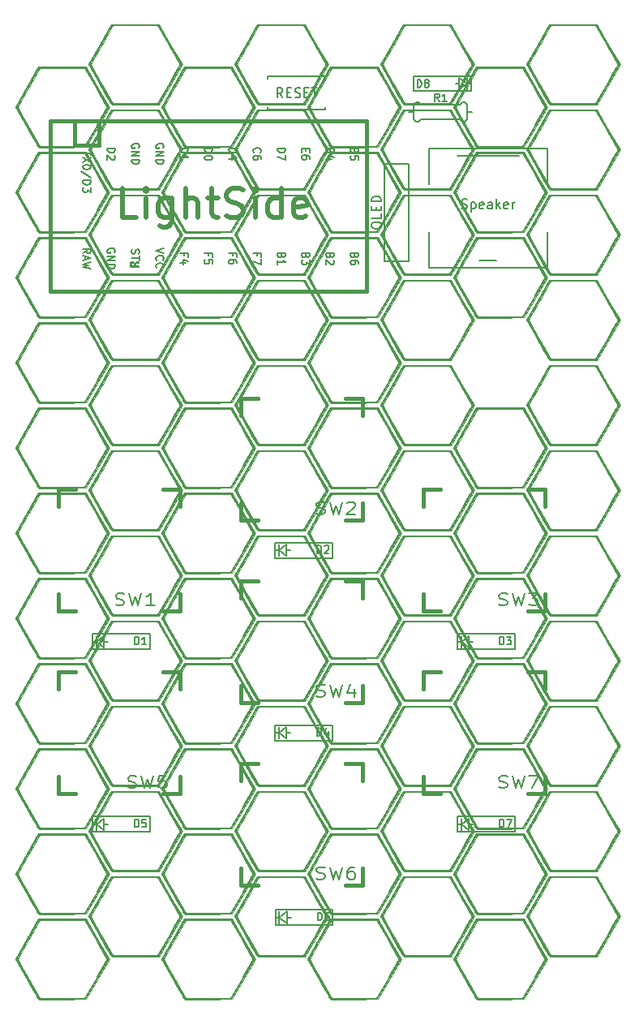
<source format=gto>
G04 #@! TF.GenerationSoftware,KiCad,Pcbnew,5.0.2-bee76a0~70~ubuntu18.04.1*
G04 #@! TF.CreationDate,2019-05-23T01:45:31+09:00*
G04 #@! TF.ProjectId,meishi666,6d656973-6869-4363-9636-2e6b69636164,rev?*
G04 #@! TF.SameCoordinates,Original*
G04 #@! TF.FileFunction,Legend,Top*
G04 #@! TF.FilePolarity,Positive*
%FSLAX46Y46*%
G04 Gerber Fmt 4.6, Leading zero omitted, Abs format (unit mm)*
G04 Created by KiCad (PCBNEW 5.0.2-bee76a0~70~ubuntu18.04.1) date 2019年05月23日 01時45分31秒*
%MOMM*%
%LPD*%
G01*
G04 APERTURE LIST*
%ADD10C,0.500000*%
%ADD11C,0.010000*%
%ADD12C,0.381000*%
%ADD13C,0.150000*%
%ADD14C,0.203200*%
G04 APERTURE END LIST*
D10*
X81272142Y-41962142D02*
X79843571Y-41962142D01*
X79843571Y-38962142D01*
X82272142Y-41962142D02*
X82272142Y-39962142D01*
X82272142Y-38962142D02*
X82129285Y-39105000D01*
X82272142Y-39247857D01*
X82415000Y-39105000D01*
X82272142Y-38962142D01*
X82272142Y-39247857D01*
X84986428Y-39962142D02*
X84986428Y-42390714D01*
X84843571Y-42676428D01*
X84700714Y-42819285D01*
X84415000Y-42962142D01*
X83986428Y-42962142D01*
X83700714Y-42819285D01*
X84986428Y-41819285D02*
X84700714Y-41962142D01*
X84129285Y-41962142D01*
X83843571Y-41819285D01*
X83700714Y-41676428D01*
X83557857Y-41390714D01*
X83557857Y-40533571D01*
X83700714Y-40247857D01*
X83843571Y-40105000D01*
X84129285Y-39962142D01*
X84700714Y-39962142D01*
X84986428Y-40105000D01*
X86415000Y-41962142D02*
X86415000Y-38962142D01*
X87700714Y-41962142D02*
X87700714Y-40390714D01*
X87557857Y-40105000D01*
X87272142Y-39962142D01*
X86843571Y-39962142D01*
X86557857Y-40105000D01*
X86415000Y-40247857D01*
X88700714Y-39962142D02*
X89843571Y-39962142D01*
X89129285Y-38962142D02*
X89129285Y-41533571D01*
X89272142Y-41819285D01*
X89557857Y-41962142D01*
X89843571Y-41962142D01*
X90700714Y-41819285D02*
X91129285Y-41962142D01*
X91843571Y-41962142D01*
X92129285Y-41819285D01*
X92272142Y-41676428D01*
X92415000Y-41390714D01*
X92415000Y-41105000D01*
X92272142Y-40819285D01*
X92129285Y-40676428D01*
X91843571Y-40533571D01*
X91272142Y-40390714D01*
X90986428Y-40247857D01*
X90843571Y-40105000D01*
X90700714Y-39819285D01*
X90700714Y-39533571D01*
X90843571Y-39247857D01*
X90986428Y-39105000D01*
X91272142Y-38962142D01*
X91986428Y-38962142D01*
X92415000Y-39105000D01*
X93700714Y-41962142D02*
X93700714Y-39962142D01*
X93700714Y-38962142D02*
X93557857Y-39105000D01*
X93700714Y-39247857D01*
X93843571Y-39105000D01*
X93700714Y-38962142D01*
X93700714Y-39247857D01*
X96415000Y-41962142D02*
X96415000Y-38962142D01*
X96415000Y-41819285D02*
X96129285Y-41962142D01*
X95557857Y-41962142D01*
X95272142Y-41819285D01*
X95129285Y-41676428D01*
X94986428Y-41390714D01*
X94986428Y-40533571D01*
X95129285Y-40247857D01*
X95272142Y-40105000D01*
X95557857Y-39962142D01*
X96129285Y-39962142D01*
X96415000Y-40105000D01*
X98986428Y-41819285D02*
X98700714Y-41962142D01*
X98129285Y-41962142D01*
X97843571Y-41819285D01*
X97700714Y-41533571D01*
X97700714Y-40390714D01*
X97843571Y-40105000D01*
X98129285Y-39962142D01*
X98700714Y-39962142D01*
X98986428Y-40105000D01*
X99129285Y-40390714D01*
X99129285Y-40676428D01*
X97700714Y-40962142D01*
D11*
G04 #@! TO.C,G\002A\002A\002A*
G36*
X130580358Y-59464500D02*
X131794567Y-61560000D01*
X129366227Y-65751000D01*
X126898234Y-65773441D01*
X124430240Y-65795882D01*
X124309839Y-65604108D01*
X124235979Y-65480587D01*
X124090361Y-65232098D01*
X123885657Y-64880451D01*
X123634543Y-64447461D01*
X123349691Y-63954938D01*
X123079505Y-63486688D01*
X121969572Y-61561043D01*
X121970174Y-61560000D01*
X122271997Y-61560000D01*
X122312952Y-61664625D01*
X122428403Y-61894852D01*
X122607229Y-62230186D01*
X122838310Y-62650135D01*
X123110527Y-63134204D01*
X123409061Y-63655500D01*
X124546124Y-65624000D01*
X129212999Y-65624000D01*
X130350642Y-63658880D01*
X130652973Y-63131874D01*
X130925083Y-62648385D01*
X131155822Y-62228976D01*
X131334035Y-61894210D01*
X131448570Y-61664649D01*
X131488286Y-61561442D01*
X131447339Y-61455331D01*
X131331917Y-61223695D01*
X131153147Y-60887113D01*
X130922159Y-60466161D01*
X130650078Y-59981419D01*
X130353285Y-59462562D01*
X129218284Y-57496000D01*
X124546124Y-57496000D01*
X123409061Y-59464500D01*
X123107119Y-59991801D01*
X122835323Y-60475233D01*
X122604793Y-60894302D01*
X122426649Y-61228516D01*
X122312013Y-61457381D01*
X122271997Y-61560000D01*
X121970174Y-61560000D01*
X123181028Y-59465021D01*
X124392484Y-57369000D01*
X129366148Y-57369000D01*
X130580358Y-59464500D01*
X130580358Y-59464500D01*
G37*
X130580358Y-59464500D02*
X131794567Y-61560000D01*
X129366227Y-65751000D01*
X126898234Y-65773441D01*
X124430240Y-65795882D01*
X124309839Y-65604108D01*
X124235979Y-65480587D01*
X124090361Y-65232098D01*
X123885657Y-64880451D01*
X123634543Y-64447461D01*
X123349691Y-63954938D01*
X123079505Y-63486688D01*
X121969572Y-61561043D01*
X121970174Y-61560000D01*
X122271997Y-61560000D01*
X122312952Y-61664625D01*
X122428403Y-61894852D01*
X122607229Y-62230186D01*
X122838310Y-62650135D01*
X123110527Y-63134204D01*
X123409061Y-63655500D01*
X124546124Y-65624000D01*
X129212999Y-65624000D01*
X130350642Y-63658880D01*
X130652973Y-63131874D01*
X130925083Y-62648385D01*
X131155822Y-62228976D01*
X131334035Y-61894210D01*
X131448570Y-61664649D01*
X131488286Y-61561442D01*
X131447339Y-61455331D01*
X131331917Y-61223695D01*
X131153147Y-60887113D01*
X130922159Y-60466161D01*
X130650078Y-59981419D01*
X130353285Y-59462562D01*
X129218284Y-57496000D01*
X124546124Y-57496000D01*
X123409061Y-59464500D01*
X123107119Y-59991801D01*
X122835323Y-60475233D01*
X122604793Y-60894302D01*
X122426649Y-61228516D01*
X122312013Y-61457381D01*
X122271997Y-61560000D01*
X121970174Y-61560000D01*
X123181028Y-59465021D01*
X124392484Y-57369000D01*
X129366148Y-57369000D01*
X130580358Y-59464500D01*
G36*
X130580358Y-50574500D02*
X131794567Y-52670000D01*
X129366227Y-56861000D01*
X126898234Y-56883441D01*
X124430240Y-56905882D01*
X124309839Y-56714108D01*
X124235979Y-56590587D01*
X124090361Y-56342098D01*
X123885657Y-55990451D01*
X123634543Y-55557461D01*
X123349691Y-55064938D01*
X123079505Y-54596688D01*
X121969572Y-52671043D01*
X121970174Y-52670000D01*
X122271997Y-52670000D01*
X122312952Y-52774625D01*
X122428403Y-53004852D01*
X122607229Y-53340186D01*
X122838310Y-53760135D01*
X123110527Y-54244204D01*
X123409061Y-54765500D01*
X124546124Y-56734000D01*
X129212999Y-56734000D01*
X130350642Y-54768880D01*
X130652973Y-54241874D01*
X130925083Y-53758385D01*
X131155822Y-53338976D01*
X131334035Y-53004210D01*
X131448570Y-52774649D01*
X131488286Y-52671442D01*
X131447339Y-52565331D01*
X131331917Y-52333695D01*
X131153147Y-51997113D01*
X130922159Y-51576161D01*
X130650078Y-51091419D01*
X130353285Y-50572562D01*
X129218284Y-48606000D01*
X124546124Y-48606000D01*
X123409061Y-50574500D01*
X123107119Y-51101801D01*
X122835323Y-51585233D01*
X122604793Y-52004302D01*
X122426649Y-52338516D01*
X122312013Y-52567381D01*
X122271997Y-52670000D01*
X121970174Y-52670000D01*
X123181028Y-50575021D01*
X124392484Y-48479000D01*
X129366148Y-48479000D01*
X130580358Y-50574500D01*
X130580358Y-50574500D01*
G37*
X130580358Y-50574500D02*
X131794567Y-52670000D01*
X129366227Y-56861000D01*
X126898234Y-56883441D01*
X124430240Y-56905882D01*
X124309839Y-56714108D01*
X124235979Y-56590587D01*
X124090361Y-56342098D01*
X123885657Y-55990451D01*
X123634543Y-55557461D01*
X123349691Y-55064938D01*
X123079505Y-54596688D01*
X121969572Y-52671043D01*
X121970174Y-52670000D01*
X122271997Y-52670000D01*
X122312952Y-52774625D01*
X122428403Y-53004852D01*
X122607229Y-53340186D01*
X122838310Y-53760135D01*
X123110527Y-54244204D01*
X123409061Y-54765500D01*
X124546124Y-56734000D01*
X129212999Y-56734000D01*
X130350642Y-54768880D01*
X130652973Y-54241874D01*
X130925083Y-53758385D01*
X131155822Y-53338976D01*
X131334035Y-53004210D01*
X131448570Y-52774649D01*
X131488286Y-52671442D01*
X131447339Y-52565331D01*
X131331917Y-52333695D01*
X131153147Y-51997113D01*
X130922159Y-51576161D01*
X130650078Y-51091419D01*
X130353285Y-50572562D01*
X129218284Y-48606000D01*
X124546124Y-48606000D01*
X123409061Y-50574500D01*
X123107119Y-51101801D01*
X122835323Y-51585233D01*
X122604793Y-52004302D01*
X122426649Y-52338516D01*
X122312013Y-52567381D01*
X122271997Y-52670000D01*
X121970174Y-52670000D01*
X123181028Y-50575021D01*
X124392484Y-48479000D01*
X129366148Y-48479000D01*
X130580358Y-50574500D01*
G36*
X130580358Y-103914500D02*
X131794567Y-106010000D01*
X129366227Y-110201000D01*
X126898234Y-110223441D01*
X124430240Y-110245882D01*
X124309839Y-110054108D01*
X124235979Y-109930587D01*
X124090361Y-109682098D01*
X123885657Y-109330451D01*
X123634543Y-108897461D01*
X123349691Y-108404938D01*
X123079505Y-107936688D01*
X121969572Y-106011043D01*
X121970174Y-106010000D01*
X122271997Y-106010000D01*
X122312952Y-106114625D01*
X122428403Y-106344852D01*
X122607229Y-106680186D01*
X122838310Y-107100135D01*
X123110527Y-107584204D01*
X123409061Y-108105500D01*
X124546124Y-110074000D01*
X129212999Y-110074000D01*
X130350642Y-108108880D01*
X130652973Y-107581874D01*
X130925083Y-107098385D01*
X131155822Y-106678976D01*
X131334035Y-106344210D01*
X131448570Y-106114649D01*
X131488286Y-106011442D01*
X131447339Y-105905331D01*
X131331917Y-105673695D01*
X131153147Y-105337113D01*
X130922159Y-104916161D01*
X130650078Y-104431419D01*
X130353285Y-103912562D01*
X129218284Y-101946000D01*
X124546124Y-101946000D01*
X123409061Y-103914500D01*
X123107119Y-104441801D01*
X122835323Y-104925233D01*
X122604793Y-105344302D01*
X122426649Y-105678516D01*
X122312013Y-105907381D01*
X122271997Y-106010000D01*
X121970174Y-106010000D01*
X123181028Y-103915021D01*
X124392484Y-101819000D01*
X129366148Y-101819000D01*
X130580358Y-103914500D01*
X130580358Y-103914500D01*
G37*
X130580358Y-103914500D02*
X131794567Y-106010000D01*
X129366227Y-110201000D01*
X126898234Y-110223441D01*
X124430240Y-110245882D01*
X124309839Y-110054108D01*
X124235979Y-109930587D01*
X124090361Y-109682098D01*
X123885657Y-109330451D01*
X123634543Y-108897461D01*
X123349691Y-108404938D01*
X123079505Y-107936688D01*
X121969572Y-106011043D01*
X121970174Y-106010000D01*
X122271997Y-106010000D01*
X122312952Y-106114625D01*
X122428403Y-106344852D01*
X122607229Y-106680186D01*
X122838310Y-107100135D01*
X123110527Y-107584204D01*
X123409061Y-108105500D01*
X124546124Y-110074000D01*
X129212999Y-110074000D01*
X130350642Y-108108880D01*
X130652973Y-107581874D01*
X130925083Y-107098385D01*
X131155822Y-106678976D01*
X131334035Y-106344210D01*
X131448570Y-106114649D01*
X131488286Y-106011442D01*
X131447339Y-105905331D01*
X131331917Y-105673695D01*
X131153147Y-105337113D01*
X130922159Y-104916161D01*
X130650078Y-104431419D01*
X130353285Y-103912562D01*
X129218284Y-101946000D01*
X124546124Y-101946000D01*
X123409061Y-103914500D01*
X123107119Y-104441801D01*
X122835323Y-104925233D01*
X122604793Y-105344302D01*
X122426649Y-105678516D01*
X122312013Y-105907381D01*
X122271997Y-106010000D01*
X121970174Y-106010000D01*
X123181028Y-103915021D01*
X124392484Y-101819000D01*
X129366148Y-101819000D01*
X130580358Y-103914500D01*
G36*
X130580358Y-68354500D02*
X131794567Y-70450000D01*
X129366227Y-74641000D01*
X126898234Y-74663441D01*
X124430240Y-74685882D01*
X124309839Y-74494108D01*
X124235979Y-74370587D01*
X124090361Y-74122098D01*
X123885657Y-73770451D01*
X123634543Y-73337461D01*
X123349691Y-72844938D01*
X123079505Y-72376688D01*
X121969572Y-70451043D01*
X121970174Y-70450000D01*
X122271997Y-70450000D01*
X122312952Y-70554625D01*
X122428403Y-70784852D01*
X122607229Y-71120186D01*
X122838310Y-71540135D01*
X123110527Y-72024204D01*
X123409061Y-72545500D01*
X124546124Y-74514000D01*
X129212999Y-74514000D01*
X130350642Y-72548880D01*
X130652973Y-72021874D01*
X130925083Y-71538385D01*
X131155822Y-71118976D01*
X131334035Y-70784210D01*
X131448570Y-70554649D01*
X131488286Y-70451442D01*
X131447339Y-70345331D01*
X131331917Y-70113695D01*
X131153147Y-69777113D01*
X130922159Y-69356161D01*
X130650078Y-68871419D01*
X130353285Y-68352562D01*
X129218284Y-66386000D01*
X124546124Y-66386000D01*
X123409061Y-68354500D01*
X123107119Y-68881801D01*
X122835323Y-69365233D01*
X122604793Y-69784302D01*
X122426649Y-70118516D01*
X122312013Y-70347381D01*
X122271997Y-70450000D01*
X121970174Y-70450000D01*
X123181028Y-68355021D01*
X124392484Y-66259000D01*
X129366148Y-66259000D01*
X130580358Y-68354500D01*
X130580358Y-68354500D01*
G37*
X130580358Y-68354500D02*
X131794567Y-70450000D01*
X129366227Y-74641000D01*
X126898234Y-74663441D01*
X124430240Y-74685882D01*
X124309839Y-74494108D01*
X124235979Y-74370587D01*
X124090361Y-74122098D01*
X123885657Y-73770451D01*
X123634543Y-73337461D01*
X123349691Y-72844938D01*
X123079505Y-72376688D01*
X121969572Y-70451043D01*
X121970174Y-70450000D01*
X122271997Y-70450000D01*
X122312952Y-70554625D01*
X122428403Y-70784852D01*
X122607229Y-71120186D01*
X122838310Y-71540135D01*
X123110527Y-72024204D01*
X123409061Y-72545500D01*
X124546124Y-74514000D01*
X129212999Y-74514000D01*
X130350642Y-72548880D01*
X130652973Y-72021874D01*
X130925083Y-71538385D01*
X131155822Y-71118976D01*
X131334035Y-70784210D01*
X131448570Y-70554649D01*
X131488286Y-70451442D01*
X131447339Y-70345331D01*
X131331917Y-70113695D01*
X131153147Y-69777113D01*
X130922159Y-69356161D01*
X130650078Y-68871419D01*
X130353285Y-68352562D01*
X129218284Y-66386000D01*
X124546124Y-66386000D01*
X123409061Y-68354500D01*
X123107119Y-68881801D01*
X122835323Y-69365233D01*
X122604793Y-69784302D01*
X122426649Y-70118516D01*
X122312013Y-70347381D01*
X122271997Y-70450000D01*
X121970174Y-70450000D01*
X123181028Y-68355021D01*
X124392484Y-66259000D01*
X129366148Y-66259000D01*
X130580358Y-68354500D01*
G36*
X130580358Y-23904500D02*
X131794567Y-26000000D01*
X129366227Y-30191000D01*
X126898234Y-30213441D01*
X124430240Y-30235882D01*
X124309839Y-30044108D01*
X124235979Y-29920587D01*
X124090361Y-29672098D01*
X123885657Y-29320451D01*
X123634543Y-28887461D01*
X123349691Y-28394938D01*
X123079505Y-27926688D01*
X121969572Y-26001043D01*
X121970174Y-26000000D01*
X122271997Y-26000000D01*
X122312952Y-26104625D01*
X122428403Y-26334852D01*
X122607229Y-26670186D01*
X122838310Y-27090135D01*
X123110527Y-27574204D01*
X123409061Y-28095500D01*
X124546124Y-30064000D01*
X129212999Y-30064000D01*
X130350642Y-28098880D01*
X130652973Y-27571874D01*
X130925083Y-27088385D01*
X131155822Y-26668976D01*
X131334035Y-26334210D01*
X131448570Y-26104649D01*
X131488286Y-26001442D01*
X131447339Y-25895331D01*
X131331917Y-25663695D01*
X131153147Y-25327113D01*
X130922159Y-24906161D01*
X130650078Y-24421419D01*
X130353285Y-23902562D01*
X129218284Y-21936000D01*
X124546124Y-21936000D01*
X123409061Y-23904500D01*
X123107119Y-24431801D01*
X122835323Y-24915233D01*
X122604793Y-25334302D01*
X122426649Y-25668516D01*
X122312013Y-25897381D01*
X122271997Y-26000000D01*
X121970174Y-26000000D01*
X123181028Y-23905021D01*
X124392484Y-21809000D01*
X129366148Y-21809000D01*
X130580358Y-23904500D01*
X130580358Y-23904500D01*
G37*
X130580358Y-23904500D02*
X131794567Y-26000000D01*
X129366227Y-30191000D01*
X126898234Y-30213441D01*
X124430240Y-30235882D01*
X124309839Y-30044108D01*
X124235979Y-29920587D01*
X124090361Y-29672098D01*
X123885657Y-29320451D01*
X123634543Y-28887461D01*
X123349691Y-28394938D01*
X123079505Y-27926688D01*
X121969572Y-26001043D01*
X121970174Y-26000000D01*
X122271997Y-26000000D01*
X122312952Y-26104625D01*
X122428403Y-26334852D01*
X122607229Y-26670186D01*
X122838310Y-27090135D01*
X123110527Y-27574204D01*
X123409061Y-28095500D01*
X124546124Y-30064000D01*
X129212999Y-30064000D01*
X130350642Y-28098880D01*
X130652973Y-27571874D01*
X130925083Y-27088385D01*
X131155822Y-26668976D01*
X131334035Y-26334210D01*
X131448570Y-26104649D01*
X131488286Y-26001442D01*
X131447339Y-25895331D01*
X131331917Y-25663695D01*
X131153147Y-25327113D01*
X130922159Y-24906161D01*
X130650078Y-24421419D01*
X130353285Y-23902562D01*
X129218284Y-21936000D01*
X124546124Y-21936000D01*
X123409061Y-23904500D01*
X123107119Y-24431801D01*
X122835323Y-24915233D01*
X122604793Y-25334302D01*
X122426649Y-25668516D01*
X122312013Y-25897381D01*
X122271997Y-26000000D01*
X121970174Y-26000000D01*
X123181028Y-23905021D01*
X124392484Y-21809000D01*
X129366148Y-21809000D01*
X130580358Y-23904500D01*
G36*
X130580358Y-95024500D02*
X131794567Y-97120000D01*
X129366227Y-101311000D01*
X126898234Y-101333441D01*
X124430240Y-101355882D01*
X124309839Y-101164108D01*
X124235979Y-101040587D01*
X124090361Y-100792098D01*
X123885657Y-100440451D01*
X123634543Y-100007461D01*
X123349691Y-99514938D01*
X123079505Y-99046688D01*
X121969572Y-97121043D01*
X121970174Y-97120000D01*
X122271997Y-97120000D01*
X122312952Y-97224625D01*
X122428403Y-97454852D01*
X122607229Y-97790186D01*
X122838310Y-98210135D01*
X123110527Y-98694204D01*
X123409061Y-99215500D01*
X124546124Y-101184000D01*
X129212999Y-101184000D01*
X130350642Y-99218880D01*
X130652973Y-98691874D01*
X130925083Y-98208385D01*
X131155822Y-97788976D01*
X131334035Y-97454210D01*
X131448570Y-97224649D01*
X131488286Y-97121442D01*
X131447339Y-97015331D01*
X131331917Y-96783695D01*
X131153147Y-96447113D01*
X130922159Y-96026161D01*
X130650078Y-95541419D01*
X130353285Y-95022562D01*
X129218284Y-93056000D01*
X124546124Y-93056000D01*
X123409061Y-95024500D01*
X123107119Y-95551801D01*
X122835323Y-96035233D01*
X122604793Y-96454302D01*
X122426649Y-96788516D01*
X122312013Y-97017381D01*
X122271997Y-97120000D01*
X121970174Y-97120000D01*
X123181028Y-95025021D01*
X124392484Y-92929000D01*
X129366148Y-92929000D01*
X130580358Y-95024500D01*
X130580358Y-95024500D01*
G37*
X130580358Y-95024500D02*
X131794567Y-97120000D01*
X129366227Y-101311000D01*
X126898234Y-101333441D01*
X124430240Y-101355882D01*
X124309839Y-101164108D01*
X124235979Y-101040587D01*
X124090361Y-100792098D01*
X123885657Y-100440451D01*
X123634543Y-100007461D01*
X123349691Y-99514938D01*
X123079505Y-99046688D01*
X121969572Y-97121043D01*
X121970174Y-97120000D01*
X122271997Y-97120000D01*
X122312952Y-97224625D01*
X122428403Y-97454852D01*
X122607229Y-97790186D01*
X122838310Y-98210135D01*
X123110527Y-98694204D01*
X123409061Y-99215500D01*
X124546124Y-101184000D01*
X129212999Y-101184000D01*
X130350642Y-99218880D01*
X130652973Y-98691874D01*
X130925083Y-98208385D01*
X131155822Y-97788976D01*
X131334035Y-97454210D01*
X131448570Y-97224649D01*
X131488286Y-97121442D01*
X131447339Y-97015331D01*
X131331917Y-96783695D01*
X131153147Y-96447113D01*
X130922159Y-96026161D01*
X130650078Y-95541419D01*
X130353285Y-95022562D01*
X129218284Y-93056000D01*
X124546124Y-93056000D01*
X123409061Y-95024500D01*
X123107119Y-95551801D01*
X122835323Y-96035233D01*
X122604793Y-96454302D01*
X122426649Y-96788516D01*
X122312013Y-97017381D01*
X122271997Y-97120000D01*
X121970174Y-97120000D01*
X123181028Y-95025021D01*
X124392484Y-92929000D01*
X129366148Y-92929000D01*
X130580358Y-95024500D01*
G36*
X130580358Y-77244500D02*
X131794567Y-79340000D01*
X129366227Y-83531000D01*
X126898234Y-83553441D01*
X124430240Y-83575882D01*
X124309839Y-83384108D01*
X124235979Y-83260587D01*
X124090361Y-83012098D01*
X123885657Y-82660451D01*
X123634543Y-82227461D01*
X123349691Y-81734938D01*
X123079505Y-81266688D01*
X121969572Y-79341043D01*
X121970174Y-79340000D01*
X122271997Y-79340000D01*
X122312952Y-79444625D01*
X122428403Y-79674852D01*
X122607229Y-80010186D01*
X122838310Y-80430135D01*
X123110527Y-80914204D01*
X123409061Y-81435500D01*
X124546124Y-83404000D01*
X129212999Y-83404000D01*
X130350642Y-81438880D01*
X130652973Y-80911874D01*
X130925083Y-80428385D01*
X131155822Y-80008976D01*
X131334035Y-79674210D01*
X131448570Y-79444649D01*
X131488286Y-79341442D01*
X131447339Y-79235331D01*
X131331917Y-79003695D01*
X131153147Y-78667113D01*
X130922159Y-78246161D01*
X130650078Y-77761419D01*
X130353285Y-77242562D01*
X129218284Y-75276000D01*
X124546124Y-75276000D01*
X123409061Y-77244500D01*
X123107119Y-77771801D01*
X122835323Y-78255233D01*
X122604793Y-78674302D01*
X122426649Y-79008516D01*
X122312013Y-79237381D01*
X122271997Y-79340000D01*
X121970174Y-79340000D01*
X123181028Y-77245021D01*
X124392484Y-75149000D01*
X129366148Y-75149000D01*
X130580358Y-77244500D01*
X130580358Y-77244500D01*
G37*
X130580358Y-77244500D02*
X131794567Y-79340000D01*
X129366227Y-83531000D01*
X126898234Y-83553441D01*
X124430240Y-83575882D01*
X124309839Y-83384108D01*
X124235979Y-83260587D01*
X124090361Y-83012098D01*
X123885657Y-82660451D01*
X123634543Y-82227461D01*
X123349691Y-81734938D01*
X123079505Y-81266688D01*
X121969572Y-79341043D01*
X121970174Y-79340000D01*
X122271997Y-79340000D01*
X122312952Y-79444625D01*
X122428403Y-79674852D01*
X122607229Y-80010186D01*
X122838310Y-80430135D01*
X123110527Y-80914204D01*
X123409061Y-81435500D01*
X124546124Y-83404000D01*
X129212999Y-83404000D01*
X130350642Y-81438880D01*
X130652973Y-80911874D01*
X130925083Y-80428385D01*
X131155822Y-80008976D01*
X131334035Y-79674210D01*
X131448570Y-79444649D01*
X131488286Y-79341442D01*
X131447339Y-79235331D01*
X131331917Y-79003695D01*
X131153147Y-78667113D01*
X130922159Y-78246161D01*
X130650078Y-77761419D01*
X130353285Y-77242562D01*
X129218284Y-75276000D01*
X124546124Y-75276000D01*
X123409061Y-77244500D01*
X123107119Y-77771801D01*
X122835323Y-78255233D01*
X122604793Y-78674302D01*
X122426649Y-79008516D01*
X122312013Y-79237381D01*
X122271997Y-79340000D01*
X121970174Y-79340000D01*
X123181028Y-77245021D01*
X124392484Y-75149000D01*
X129366148Y-75149000D01*
X130580358Y-77244500D01*
G36*
X130580358Y-41684500D02*
X131794567Y-43780000D01*
X129366227Y-47971000D01*
X126898234Y-47993441D01*
X124430240Y-48015882D01*
X124309839Y-47824108D01*
X124235979Y-47700587D01*
X124090361Y-47452098D01*
X123885657Y-47100451D01*
X123634543Y-46667461D01*
X123349691Y-46174938D01*
X123079505Y-45706688D01*
X121969572Y-43781043D01*
X121970174Y-43780000D01*
X122271997Y-43780000D01*
X122312952Y-43884625D01*
X122428403Y-44114852D01*
X122607229Y-44450186D01*
X122838310Y-44870135D01*
X123110527Y-45354204D01*
X123409061Y-45875500D01*
X124546124Y-47844000D01*
X129212999Y-47844000D01*
X130350642Y-45878880D01*
X130652973Y-45351874D01*
X130925083Y-44868385D01*
X131155822Y-44448976D01*
X131334035Y-44114210D01*
X131448570Y-43884649D01*
X131488286Y-43781442D01*
X131447339Y-43675331D01*
X131331917Y-43443695D01*
X131153147Y-43107113D01*
X130922159Y-42686161D01*
X130650078Y-42201419D01*
X130353285Y-41682562D01*
X129218284Y-39716000D01*
X124546124Y-39716000D01*
X123409061Y-41684500D01*
X123107119Y-42211801D01*
X122835323Y-42695233D01*
X122604793Y-43114302D01*
X122426649Y-43448516D01*
X122312013Y-43677381D01*
X122271997Y-43780000D01*
X121970174Y-43780000D01*
X123181028Y-41685021D01*
X124392484Y-39589000D01*
X129366148Y-39589000D01*
X130580358Y-41684500D01*
X130580358Y-41684500D01*
G37*
X130580358Y-41684500D02*
X131794567Y-43780000D01*
X129366227Y-47971000D01*
X126898234Y-47993441D01*
X124430240Y-48015882D01*
X124309839Y-47824108D01*
X124235979Y-47700587D01*
X124090361Y-47452098D01*
X123885657Y-47100451D01*
X123634543Y-46667461D01*
X123349691Y-46174938D01*
X123079505Y-45706688D01*
X121969572Y-43781043D01*
X121970174Y-43780000D01*
X122271997Y-43780000D01*
X122312952Y-43884625D01*
X122428403Y-44114852D01*
X122607229Y-44450186D01*
X122838310Y-44870135D01*
X123110527Y-45354204D01*
X123409061Y-45875500D01*
X124546124Y-47844000D01*
X129212999Y-47844000D01*
X130350642Y-45878880D01*
X130652973Y-45351874D01*
X130925083Y-44868385D01*
X131155822Y-44448976D01*
X131334035Y-44114210D01*
X131448570Y-43884649D01*
X131488286Y-43781442D01*
X131447339Y-43675331D01*
X131331917Y-43443695D01*
X131153147Y-43107113D01*
X130922159Y-42686161D01*
X130650078Y-42201419D01*
X130353285Y-41682562D01*
X129218284Y-39716000D01*
X124546124Y-39716000D01*
X123409061Y-41684500D01*
X123107119Y-42211801D01*
X122835323Y-42695233D01*
X122604793Y-43114302D01*
X122426649Y-43448516D01*
X122312013Y-43677381D01*
X122271997Y-43780000D01*
X121970174Y-43780000D01*
X123181028Y-41685021D01*
X124392484Y-39589000D01*
X129366148Y-39589000D01*
X130580358Y-41684500D01*
G36*
X130580358Y-32794500D02*
X131794567Y-34890000D01*
X129366227Y-39081000D01*
X126898234Y-39103441D01*
X124430240Y-39125882D01*
X124309839Y-38934108D01*
X124235979Y-38810587D01*
X124090361Y-38562098D01*
X123885657Y-38210451D01*
X123634543Y-37777461D01*
X123349691Y-37284938D01*
X123079505Y-36816688D01*
X121969572Y-34891043D01*
X121970174Y-34890000D01*
X122271997Y-34890000D01*
X122312952Y-34994625D01*
X122428403Y-35224852D01*
X122607229Y-35560186D01*
X122838310Y-35980135D01*
X123110527Y-36464204D01*
X123409061Y-36985500D01*
X124546124Y-38954000D01*
X129212999Y-38954000D01*
X130350642Y-36988880D01*
X130652973Y-36461874D01*
X130925083Y-35978385D01*
X131155822Y-35558976D01*
X131334035Y-35224210D01*
X131448570Y-34994649D01*
X131488286Y-34891442D01*
X131447339Y-34785331D01*
X131331917Y-34553695D01*
X131153147Y-34217113D01*
X130922159Y-33796161D01*
X130650078Y-33311419D01*
X130353285Y-32792562D01*
X129218284Y-30826000D01*
X124546124Y-30826000D01*
X123409061Y-32794500D01*
X123107119Y-33321801D01*
X122835323Y-33805233D01*
X122604793Y-34224302D01*
X122426649Y-34558516D01*
X122312013Y-34787381D01*
X122271997Y-34890000D01*
X121970174Y-34890000D01*
X123181028Y-32795021D01*
X124392484Y-30699000D01*
X129366148Y-30699000D01*
X130580358Y-32794500D01*
X130580358Y-32794500D01*
G37*
X130580358Y-32794500D02*
X131794567Y-34890000D01*
X129366227Y-39081000D01*
X126898234Y-39103441D01*
X124430240Y-39125882D01*
X124309839Y-38934108D01*
X124235979Y-38810587D01*
X124090361Y-38562098D01*
X123885657Y-38210451D01*
X123634543Y-37777461D01*
X123349691Y-37284938D01*
X123079505Y-36816688D01*
X121969572Y-34891043D01*
X121970174Y-34890000D01*
X122271997Y-34890000D01*
X122312952Y-34994625D01*
X122428403Y-35224852D01*
X122607229Y-35560186D01*
X122838310Y-35980135D01*
X123110527Y-36464204D01*
X123409061Y-36985500D01*
X124546124Y-38954000D01*
X129212999Y-38954000D01*
X130350642Y-36988880D01*
X130652973Y-36461874D01*
X130925083Y-35978385D01*
X131155822Y-35558976D01*
X131334035Y-35224210D01*
X131448570Y-34994649D01*
X131488286Y-34891442D01*
X131447339Y-34785331D01*
X131331917Y-34553695D01*
X131153147Y-34217113D01*
X130922159Y-33796161D01*
X130650078Y-33311419D01*
X130353285Y-32792562D01*
X129218284Y-30826000D01*
X124546124Y-30826000D01*
X123409061Y-32794500D01*
X123107119Y-33321801D01*
X122835323Y-33805233D01*
X122604793Y-34224302D01*
X122426649Y-34558516D01*
X122312013Y-34787381D01*
X122271997Y-34890000D01*
X121970174Y-34890000D01*
X123181028Y-32795021D01*
X124392484Y-30699000D01*
X129366148Y-30699000D01*
X130580358Y-32794500D01*
G36*
X130580358Y-112804500D02*
X131794567Y-114900000D01*
X129366227Y-119091000D01*
X126898234Y-119113441D01*
X124430240Y-119135882D01*
X124309839Y-118944108D01*
X124235979Y-118820587D01*
X124090361Y-118572098D01*
X123885657Y-118220451D01*
X123634543Y-117787461D01*
X123349691Y-117294938D01*
X123079505Y-116826688D01*
X121969572Y-114901043D01*
X121970174Y-114900000D01*
X122271997Y-114900000D01*
X122312952Y-115004625D01*
X122428403Y-115234852D01*
X122607229Y-115570186D01*
X122838310Y-115990135D01*
X123110527Y-116474204D01*
X123409061Y-116995500D01*
X124546124Y-118964000D01*
X129212999Y-118964000D01*
X130350642Y-116998880D01*
X130652973Y-116471874D01*
X130925083Y-115988385D01*
X131155822Y-115568976D01*
X131334035Y-115234210D01*
X131448570Y-115004649D01*
X131488286Y-114901442D01*
X131447339Y-114795331D01*
X131331917Y-114563695D01*
X131153147Y-114227113D01*
X130922159Y-113806161D01*
X130650078Y-113321419D01*
X130353285Y-112802562D01*
X129218284Y-110836000D01*
X124546124Y-110836000D01*
X123409061Y-112804500D01*
X123107119Y-113331801D01*
X122835323Y-113815233D01*
X122604793Y-114234302D01*
X122426649Y-114568516D01*
X122312013Y-114797381D01*
X122271997Y-114900000D01*
X121970174Y-114900000D01*
X123181028Y-112805021D01*
X124392484Y-110709000D01*
X129366148Y-110709000D01*
X130580358Y-112804500D01*
X130580358Y-112804500D01*
G37*
X130580358Y-112804500D02*
X131794567Y-114900000D01*
X129366227Y-119091000D01*
X126898234Y-119113441D01*
X124430240Y-119135882D01*
X124309839Y-118944108D01*
X124235979Y-118820587D01*
X124090361Y-118572098D01*
X123885657Y-118220451D01*
X123634543Y-117787461D01*
X123349691Y-117294938D01*
X123079505Y-116826688D01*
X121969572Y-114901043D01*
X121970174Y-114900000D01*
X122271997Y-114900000D01*
X122312952Y-115004625D01*
X122428403Y-115234852D01*
X122607229Y-115570186D01*
X122838310Y-115990135D01*
X123110527Y-116474204D01*
X123409061Y-116995500D01*
X124546124Y-118964000D01*
X129212999Y-118964000D01*
X130350642Y-116998880D01*
X130652973Y-116471874D01*
X130925083Y-115988385D01*
X131155822Y-115568976D01*
X131334035Y-115234210D01*
X131448570Y-115004649D01*
X131488286Y-114901442D01*
X131447339Y-114795331D01*
X131331917Y-114563695D01*
X131153147Y-114227113D01*
X130922159Y-113806161D01*
X130650078Y-113321419D01*
X130353285Y-112802562D01*
X129218284Y-110836000D01*
X124546124Y-110836000D01*
X123409061Y-112804500D01*
X123107119Y-113331801D01*
X122835323Y-113815233D01*
X122604793Y-114234302D01*
X122426649Y-114568516D01*
X122312013Y-114797381D01*
X122271997Y-114900000D01*
X121970174Y-114900000D01*
X123181028Y-112805021D01*
X124392484Y-110709000D01*
X129366148Y-110709000D01*
X130580358Y-112804500D01*
G36*
X130580358Y-86134500D02*
X131794567Y-88230000D01*
X129366227Y-92421000D01*
X126898234Y-92443441D01*
X124430240Y-92465882D01*
X124309839Y-92274108D01*
X124235979Y-92150587D01*
X124090361Y-91902098D01*
X123885657Y-91550451D01*
X123634543Y-91117461D01*
X123349691Y-90624938D01*
X123079505Y-90156688D01*
X121969572Y-88231043D01*
X121970174Y-88230000D01*
X122271997Y-88230000D01*
X122312952Y-88334625D01*
X122428403Y-88564852D01*
X122607229Y-88900186D01*
X122838310Y-89320135D01*
X123110527Y-89804204D01*
X123409061Y-90325500D01*
X124546124Y-92294000D01*
X129212999Y-92294000D01*
X130350642Y-90328880D01*
X130652973Y-89801874D01*
X130925083Y-89318385D01*
X131155822Y-88898976D01*
X131334035Y-88564210D01*
X131448570Y-88334649D01*
X131488286Y-88231442D01*
X131447339Y-88125331D01*
X131331917Y-87893695D01*
X131153147Y-87557113D01*
X130922159Y-87136161D01*
X130650078Y-86651419D01*
X130353285Y-86132562D01*
X129218284Y-84166000D01*
X124546124Y-84166000D01*
X123409061Y-86134500D01*
X123107119Y-86661801D01*
X122835323Y-87145233D01*
X122604793Y-87564302D01*
X122426649Y-87898516D01*
X122312013Y-88127381D01*
X122271997Y-88230000D01*
X121970174Y-88230000D01*
X123181028Y-86135021D01*
X124392484Y-84039000D01*
X129366148Y-84039000D01*
X130580358Y-86134500D01*
X130580358Y-86134500D01*
G37*
X130580358Y-86134500D02*
X131794567Y-88230000D01*
X129366227Y-92421000D01*
X126898234Y-92443441D01*
X124430240Y-92465882D01*
X124309839Y-92274108D01*
X124235979Y-92150587D01*
X124090361Y-91902098D01*
X123885657Y-91550451D01*
X123634543Y-91117461D01*
X123349691Y-90624938D01*
X123079505Y-90156688D01*
X121969572Y-88231043D01*
X121970174Y-88230000D01*
X122271997Y-88230000D01*
X122312952Y-88334625D01*
X122428403Y-88564852D01*
X122607229Y-88900186D01*
X122838310Y-89320135D01*
X123110527Y-89804204D01*
X123409061Y-90325500D01*
X124546124Y-92294000D01*
X129212999Y-92294000D01*
X130350642Y-90328880D01*
X130652973Y-89801874D01*
X130925083Y-89318385D01*
X131155822Y-88898976D01*
X131334035Y-88564210D01*
X131448570Y-88334649D01*
X131488286Y-88231442D01*
X131447339Y-88125331D01*
X131331917Y-87893695D01*
X131153147Y-87557113D01*
X130922159Y-87136161D01*
X130650078Y-86651419D01*
X130353285Y-86132562D01*
X129218284Y-84166000D01*
X124546124Y-84166000D01*
X123409061Y-86134500D01*
X123107119Y-86661801D01*
X122835323Y-87145233D01*
X122604793Y-87564302D01*
X122426649Y-87898516D01*
X122312013Y-88127381D01*
X122271997Y-88230000D01*
X121970174Y-88230000D01*
X123181028Y-86135021D01*
X124392484Y-84039000D01*
X129366148Y-84039000D01*
X130580358Y-86134500D01*
G36*
X122960358Y-63909500D02*
X124174567Y-66005000D01*
X121746227Y-70196000D01*
X119278234Y-70218441D01*
X116810240Y-70240882D01*
X116689839Y-70049108D01*
X116615979Y-69925587D01*
X116470361Y-69677098D01*
X116265657Y-69325451D01*
X116014543Y-68892461D01*
X115729691Y-68399938D01*
X115459505Y-67931688D01*
X114349572Y-66006043D01*
X114350174Y-66005000D01*
X114651997Y-66005000D01*
X114692952Y-66109625D01*
X114808403Y-66339852D01*
X114987229Y-66675186D01*
X115218310Y-67095135D01*
X115490527Y-67579204D01*
X115789061Y-68100500D01*
X116926124Y-70069000D01*
X121592999Y-70069000D01*
X122730642Y-68103880D01*
X123032973Y-67576874D01*
X123305083Y-67093385D01*
X123535822Y-66673976D01*
X123714035Y-66339210D01*
X123828570Y-66109649D01*
X123868286Y-66006442D01*
X123827339Y-65900331D01*
X123711917Y-65668695D01*
X123533147Y-65332113D01*
X123302159Y-64911161D01*
X123030078Y-64426419D01*
X122733285Y-63907562D01*
X121598284Y-61941000D01*
X116926124Y-61941000D01*
X115789061Y-63909500D01*
X115487119Y-64436801D01*
X115215323Y-64920233D01*
X114984793Y-65339302D01*
X114806649Y-65673516D01*
X114692013Y-65902381D01*
X114651997Y-66005000D01*
X114350174Y-66005000D01*
X115561028Y-63910021D01*
X116772484Y-61814000D01*
X121746148Y-61814000D01*
X122960358Y-63909500D01*
X122960358Y-63909500D01*
G37*
X122960358Y-63909500D02*
X124174567Y-66005000D01*
X121746227Y-70196000D01*
X119278234Y-70218441D01*
X116810240Y-70240882D01*
X116689839Y-70049108D01*
X116615979Y-69925587D01*
X116470361Y-69677098D01*
X116265657Y-69325451D01*
X116014543Y-68892461D01*
X115729691Y-68399938D01*
X115459505Y-67931688D01*
X114349572Y-66006043D01*
X114350174Y-66005000D01*
X114651997Y-66005000D01*
X114692952Y-66109625D01*
X114808403Y-66339852D01*
X114987229Y-66675186D01*
X115218310Y-67095135D01*
X115490527Y-67579204D01*
X115789061Y-68100500D01*
X116926124Y-70069000D01*
X121592999Y-70069000D01*
X122730642Y-68103880D01*
X123032973Y-67576874D01*
X123305083Y-67093385D01*
X123535822Y-66673976D01*
X123714035Y-66339210D01*
X123828570Y-66109649D01*
X123868286Y-66006442D01*
X123827339Y-65900331D01*
X123711917Y-65668695D01*
X123533147Y-65332113D01*
X123302159Y-64911161D01*
X123030078Y-64426419D01*
X122733285Y-63907562D01*
X121598284Y-61941000D01*
X116926124Y-61941000D01*
X115789061Y-63909500D01*
X115487119Y-64436801D01*
X115215323Y-64920233D01*
X114984793Y-65339302D01*
X114806649Y-65673516D01*
X114692013Y-65902381D01*
X114651997Y-66005000D01*
X114350174Y-66005000D01*
X115561028Y-63910021D01*
X116772484Y-61814000D01*
X121746148Y-61814000D01*
X122960358Y-63909500D01*
G36*
X122960358Y-108359500D02*
X124174567Y-110455000D01*
X121746227Y-114646000D01*
X119278234Y-114668441D01*
X116810240Y-114690882D01*
X116689839Y-114499108D01*
X116615979Y-114375587D01*
X116470361Y-114127098D01*
X116265657Y-113775451D01*
X116014543Y-113342461D01*
X115729691Y-112849938D01*
X115459505Y-112381688D01*
X114349572Y-110456043D01*
X114350174Y-110455000D01*
X114651997Y-110455000D01*
X114692952Y-110559625D01*
X114808403Y-110789852D01*
X114987229Y-111125186D01*
X115218310Y-111545135D01*
X115490527Y-112029204D01*
X115789061Y-112550500D01*
X116926124Y-114519000D01*
X121592999Y-114519000D01*
X122730642Y-112553880D01*
X123032973Y-112026874D01*
X123305083Y-111543385D01*
X123535822Y-111123976D01*
X123714035Y-110789210D01*
X123828570Y-110559649D01*
X123868286Y-110456442D01*
X123827339Y-110350331D01*
X123711917Y-110118695D01*
X123533147Y-109782113D01*
X123302159Y-109361161D01*
X123030078Y-108876419D01*
X122733285Y-108357562D01*
X121598284Y-106391000D01*
X116926124Y-106391000D01*
X115789061Y-108359500D01*
X115487119Y-108886801D01*
X115215323Y-109370233D01*
X114984793Y-109789302D01*
X114806649Y-110123516D01*
X114692013Y-110352381D01*
X114651997Y-110455000D01*
X114350174Y-110455000D01*
X115561028Y-108360021D01*
X116772484Y-106264000D01*
X121746148Y-106264000D01*
X122960358Y-108359500D01*
X122960358Y-108359500D01*
G37*
X122960358Y-108359500D02*
X124174567Y-110455000D01*
X121746227Y-114646000D01*
X119278234Y-114668441D01*
X116810240Y-114690882D01*
X116689839Y-114499108D01*
X116615979Y-114375587D01*
X116470361Y-114127098D01*
X116265657Y-113775451D01*
X116014543Y-113342461D01*
X115729691Y-112849938D01*
X115459505Y-112381688D01*
X114349572Y-110456043D01*
X114350174Y-110455000D01*
X114651997Y-110455000D01*
X114692952Y-110559625D01*
X114808403Y-110789852D01*
X114987229Y-111125186D01*
X115218310Y-111545135D01*
X115490527Y-112029204D01*
X115789061Y-112550500D01*
X116926124Y-114519000D01*
X121592999Y-114519000D01*
X122730642Y-112553880D01*
X123032973Y-112026874D01*
X123305083Y-111543385D01*
X123535822Y-111123976D01*
X123714035Y-110789210D01*
X123828570Y-110559649D01*
X123868286Y-110456442D01*
X123827339Y-110350331D01*
X123711917Y-110118695D01*
X123533147Y-109782113D01*
X123302159Y-109361161D01*
X123030078Y-108876419D01*
X122733285Y-108357562D01*
X121598284Y-106391000D01*
X116926124Y-106391000D01*
X115789061Y-108359500D01*
X115487119Y-108886801D01*
X115215323Y-109370233D01*
X114984793Y-109789302D01*
X114806649Y-110123516D01*
X114692013Y-110352381D01*
X114651997Y-110455000D01*
X114350174Y-110455000D01*
X115561028Y-108360021D01*
X116772484Y-106264000D01*
X121746148Y-106264000D01*
X122960358Y-108359500D01*
G36*
X122960358Y-72799500D02*
X124174567Y-74895000D01*
X121746227Y-79086000D01*
X119278234Y-79108441D01*
X116810240Y-79130882D01*
X116689839Y-78939108D01*
X116615979Y-78815587D01*
X116470361Y-78567098D01*
X116265657Y-78215451D01*
X116014543Y-77782461D01*
X115729691Y-77289938D01*
X115459505Y-76821688D01*
X114349572Y-74896043D01*
X114350174Y-74895000D01*
X114651997Y-74895000D01*
X114692952Y-74999625D01*
X114808403Y-75229852D01*
X114987229Y-75565186D01*
X115218310Y-75985135D01*
X115490527Y-76469204D01*
X115789061Y-76990500D01*
X116926124Y-78959000D01*
X121592999Y-78959000D01*
X122730642Y-76993880D01*
X123032973Y-76466874D01*
X123305083Y-75983385D01*
X123535822Y-75563976D01*
X123714035Y-75229210D01*
X123828570Y-74999649D01*
X123868286Y-74896442D01*
X123827339Y-74790331D01*
X123711917Y-74558695D01*
X123533147Y-74222113D01*
X123302159Y-73801161D01*
X123030078Y-73316419D01*
X122733285Y-72797562D01*
X121598284Y-70831000D01*
X116926124Y-70831000D01*
X115789061Y-72799500D01*
X115487119Y-73326801D01*
X115215323Y-73810233D01*
X114984793Y-74229302D01*
X114806649Y-74563516D01*
X114692013Y-74792381D01*
X114651997Y-74895000D01*
X114350174Y-74895000D01*
X115561028Y-72800021D01*
X116772484Y-70704000D01*
X121746148Y-70704000D01*
X122960358Y-72799500D01*
X122960358Y-72799500D01*
G37*
X122960358Y-72799500D02*
X124174567Y-74895000D01*
X121746227Y-79086000D01*
X119278234Y-79108441D01*
X116810240Y-79130882D01*
X116689839Y-78939108D01*
X116615979Y-78815587D01*
X116470361Y-78567098D01*
X116265657Y-78215451D01*
X116014543Y-77782461D01*
X115729691Y-77289938D01*
X115459505Y-76821688D01*
X114349572Y-74896043D01*
X114350174Y-74895000D01*
X114651997Y-74895000D01*
X114692952Y-74999625D01*
X114808403Y-75229852D01*
X114987229Y-75565186D01*
X115218310Y-75985135D01*
X115490527Y-76469204D01*
X115789061Y-76990500D01*
X116926124Y-78959000D01*
X121592999Y-78959000D01*
X122730642Y-76993880D01*
X123032973Y-76466874D01*
X123305083Y-75983385D01*
X123535822Y-75563976D01*
X123714035Y-75229210D01*
X123828570Y-74999649D01*
X123868286Y-74896442D01*
X123827339Y-74790331D01*
X123711917Y-74558695D01*
X123533147Y-74222113D01*
X123302159Y-73801161D01*
X123030078Y-73316419D01*
X122733285Y-72797562D01*
X121598284Y-70831000D01*
X116926124Y-70831000D01*
X115789061Y-72799500D01*
X115487119Y-73326801D01*
X115215323Y-73810233D01*
X114984793Y-74229302D01*
X114806649Y-74563516D01*
X114692013Y-74792381D01*
X114651997Y-74895000D01*
X114350174Y-74895000D01*
X115561028Y-72800021D01*
X116772484Y-70704000D01*
X121746148Y-70704000D01*
X122960358Y-72799500D01*
G36*
X122960358Y-28349500D02*
X124174567Y-30445000D01*
X121746227Y-34636000D01*
X119278234Y-34658441D01*
X116810240Y-34680882D01*
X116689839Y-34489108D01*
X116615979Y-34365587D01*
X116470361Y-34117098D01*
X116265657Y-33765451D01*
X116014543Y-33332461D01*
X115729691Y-32839938D01*
X115459505Y-32371688D01*
X114349572Y-30446043D01*
X114350174Y-30445000D01*
X114651997Y-30445000D01*
X114692952Y-30549625D01*
X114808403Y-30779852D01*
X114987229Y-31115186D01*
X115218310Y-31535135D01*
X115490527Y-32019204D01*
X115789061Y-32540500D01*
X116926124Y-34509000D01*
X121592999Y-34509000D01*
X122730642Y-32543880D01*
X123032973Y-32016874D01*
X123305083Y-31533385D01*
X123535822Y-31113976D01*
X123714035Y-30779210D01*
X123828570Y-30549649D01*
X123868286Y-30446442D01*
X123827339Y-30340331D01*
X123711917Y-30108695D01*
X123533147Y-29772113D01*
X123302159Y-29351161D01*
X123030078Y-28866419D01*
X122733285Y-28347562D01*
X121598284Y-26381000D01*
X116926124Y-26381000D01*
X115789061Y-28349500D01*
X115487119Y-28876801D01*
X115215323Y-29360233D01*
X114984793Y-29779302D01*
X114806649Y-30113516D01*
X114692013Y-30342381D01*
X114651997Y-30445000D01*
X114350174Y-30445000D01*
X115561028Y-28350021D01*
X116772484Y-26254000D01*
X121746148Y-26254000D01*
X122960358Y-28349500D01*
X122960358Y-28349500D01*
G37*
X122960358Y-28349500D02*
X124174567Y-30445000D01*
X121746227Y-34636000D01*
X119278234Y-34658441D01*
X116810240Y-34680882D01*
X116689839Y-34489108D01*
X116615979Y-34365587D01*
X116470361Y-34117098D01*
X116265657Y-33765451D01*
X116014543Y-33332461D01*
X115729691Y-32839938D01*
X115459505Y-32371688D01*
X114349572Y-30446043D01*
X114350174Y-30445000D01*
X114651997Y-30445000D01*
X114692952Y-30549625D01*
X114808403Y-30779852D01*
X114987229Y-31115186D01*
X115218310Y-31535135D01*
X115490527Y-32019204D01*
X115789061Y-32540500D01*
X116926124Y-34509000D01*
X121592999Y-34509000D01*
X122730642Y-32543880D01*
X123032973Y-32016874D01*
X123305083Y-31533385D01*
X123535822Y-31113976D01*
X123714035Y-30779210D01*
X123828570Y-30549649D01*
X123868286Y-30446442D01*
X123827339Y-30340331D01*
X123711917Y-30108695D01*
X123533147Y-29772113D01*
X123302159Y-29351161D01*
X123030078Y-28866419D01*
X122733285Y-28347562D01*
X121598284Y-26381000D01*
X116926124Y-26381000D01*
X115789061Y-28349500D01*
X115487119Y-28876801D01*
X115215323Y-29360233D01*
X114984793Y-29779302D01*
X114806649Y-30113516D01*
X114692013Y-30342381D01*
X114651997Y-30445000D01*
X114350174Y-30445000D01*
X115561028Y-28350021D01*
X116772484Y-26254000D01*
X121746148Y-26254000D01*
X122960358Y-28349500D01*
G36*
X122960358Y-99469500D02*
X124174567Y-101565000D01*
X121746227Y-105756000D01*
X119278234Y-105778441D01*
X116810240Y-105800882D01*
X116689839Y-105609108D01*
X116615979Y-105485587D01*
X116470361Y-105237098D01*
X116265657Y-104885451D01*
X116014543Y-104452461D01*
X115729691Y-103959938D01*
X115459505Y-103491688D01*
X114349572Y-101566043D01*
X114350174Y-101565000D01*
X114651997Y-101565000D01*
X114692952Y-101669625D01*
X114808403Y-101899852D01*
X114987229Y-102235186D01*
X115218310Y-102655135D01*
X115490527Y-103139204D01*
X115789061Y-103660500D01*
X116926124Y-105629000D01*
X121592999Y-105629000D01*
X122730642Y-103663880D01*
X123032973Y-103136874D01*
X123305083Y-102653385D01*
X123535822Y-102233976D01*
X123714035Y-101899210D01*
X123828570Y-101669649D01*
X123868286Y-101566442D01*
X123827339Y-101460331D01*
X123711917Y-101228695D01*
X123533147Y-100892113D01*
X123302159Y-100471161D01*
X123030078Y-99986419D01*
X122733285Y-99467562D01*
X121598284Y-97501000D01*
X116926124Y-97501000D01*
X115789061Y-99469500D01*
X115487119Y-99996801D01*
X115215323Y-100480233D01*
X114984793Y-100899302D01*
X114806649Y-101233516D01*
X114692013Y-101462381D01*
X114651997Y-101565000D01*
X114350174Y-101565000D01*
X115561028Y-99470021D01*
X116772484Y-97374000D01*
X121746148Y-97374000D01*
X122960358Y-99469500D01*
X122960358Y-99469500D01*
G37*
X122960358Y-99469500D02*
X124174567Y-101565000D01*
X121746227Y-105756000D01*
X119278234Y-105778441D01*
X116810240Y-105800882D01*
X116689839Y-105609108D01*
X116615979Y-105485587D01*
X116470361Y-105237098D01*
X116265657Y-104885451D01*
X116014543Y-104452461D01*
X115729691Y-103959938D01*
X115459505Y-103491688D01*
X114349572Y-101566043D01*
X114350174Y-101565000D01*
X114651997Y-101565000D01*
X114692952Y-101669625D01*
X114808403Y-101899852D01*
X114987229Y-102235186D01*
X115218310Y-102655135D01*
X115490527Y-103139204D01*
X115789061Y-103660500D01*
X116926124Y-105629000D01*
X121592999Y-105629000D01*
X122730642Y-103663880D01*
X123032973Y-103136874D01*
X123305083Y-102653385D01*
X123535822Y-102233976D01*
X123714035Y-101899210D01*
X123828570Y-101669649D01*
X123868286Y-101566442D01*
X123827339Y-101460331D01*
X123711917Y-101228695D01*
X123533147Y-100892113D01*
X123302159Y-100471161D01*
X123030078Y-99986419D01*
X122733285Y-99467562D01*
X121598284Y-97501000D01*
X116926124Y-97501000D01*
X115789061Y-99469500D01*
X115487119Y-99996801D01*
X115215323Y-100480233D01*
X114984793Y-100899302D01*
X114806649Y-101233516D01*
X114692013Y-101462381D01*
X114651997Y-101565000D01*
X114350174Y-101565000D01*
X115561028Y-99470021D01*
X116772484Y-97374000D01*
X121746148Y-97374000D01*
X122960358Y-99469500D01*
G36*
X122960358Y-81689500D02*
X124174567Y-83785000D01*
X121746227Y-87976000D01*
X119278234Y-87998441D01*
X116810240Y-88020882D01*
X116689839Y-87829108D01*
X116615979Y-87705587D01*
X116470361Y-87457098D01*
X116265657Y-87105451D01*
X116014543Y-86672461D01*
X115729691Y-86179938D01*
X115459505Y-85711688D01*
X114349572Y-83786043D01*
X114350174Y-83785000D01*
X114651997Y-83785000D01*
X114692952Y-83889625D01*
X114808403Y-84119852D01*
X114987229Y-84455186D01*
X115218310Y-84875135D01*
X115490527Y-85359204D01*
X115789061Y-85880500D01*
X116926124Y-87849000D01*
X121592999Y-87849000D01*
X122730642Y-85883880D01*
X123032973Y-85356874D01*
X123305083Y-84873385D01*
X123535822Y-84453976D01*
X123714035Y-84119210D01*
X123828570Y-83889649D01*
X123868286Y-83786442D01*
X123827339Y-83680331D01*
X123711917Y-83448695D01*
X123533147Y-83112113D01*
X123302159Y-82691161D01*
X123030078Y-82206419D01*
X122733285Y-81687562D01*
X121598284Y-79721000D01*
X116926124Y-79721000D01*
X115789061Y-81689500D01*
X115487119Y-82216801D01*
X115215323Y-82700233D01*
X114984793Y-83119302D01*
X114806649Y-83453516D01*
X114692013Y-83682381D01*
X114651997Y-83785000D01*
X114350174Y-83785000D01*
X115561028Y-81690021D01*
X116772484Y-79594000D01*
X121746148Y-79594000D01*
X122960358Y-81689500D01*
X122960358Y-81689500D01*
G37*
X122960358Y-81689500D02*
X124174567Y-83785000D01*
X121746227Y-87976000D01*
X119278234Y-87998441D01*
X116810240Y-88020882D01*
X116689839Y-87829108D01*
X116615979Y-87705587D01*
X116470361Y-87457098D01*
X116265657Y-87105451D01*
X116014543Y-86672461D01*
X115729691Y-86179938D01*
X115459505Y-85711688D01*
X114349572Y-83786043D01*
X114350174Y-83785000D01*
X114651997Y-83785000D01*
X114692952Y-83889625D01*
X114808403Y-84119852D01*
X114987229Y-84455186D01*
X115218310Y-84875135D01*
X115490527Y-85359204D01*
X115789061Y-85880500D01*
X116926124Y-87849000D01*
X121592999Y-87849000D01*
X122730642Y-85883880D01*
X123032973Y-85356874D01*
X123305083Y-84873385D01*
X123535822Y-84453976D01*
X123714035Y-84119210D01*
X123828570Y-83889649D01*
X123868286Y-83786442D01*
X123827339Y-83680331D01*
X123711917Y-83448695D01*
X123533147Y-83112113D01*
X123302159Y-82691161D01*
X123030078Y-82206419D01*
X122733285Y-81687562D01*
X121598284Y-79721000D01*
X116926124Y-79721000D01*
X115789061Y-81689500D01*
X115487119Y-82216801D01*
X115215323Y-82700233D01*
X114984793Y-83119302D01*
X114806649Y-83453516D01*
X114692013Y-83682381D01*
X114651997Y-83785000D01*
X114350174Y-83785000D01*
X115561028Y-81690021D01*
X116772484Y-79594000D01*
X121746148Y-79594000D01*
X122960358Y-81689500D01*
G36*
X122960358Y-46129500D02*
X124174567Y-48225000D01*
X121746227Y-52416000D01*
X119278234Y-52438441D01*
X116810240Y-52460882D01*
X116689839Y-52269108D01*
X116615979Y-52145587D01*
X116470361Y-51897098D01*
X116265657Y-51545451D01*
X116014543Y-51112461D01*
X115729691Y-50619938D01*
X115459505Y-50151688D01*
X114349572Y-48226043D01*
X114350174Y-48225000D01*
X114651997Y-48225000D01*
X114692952Y-48329625D01*
X114808403Y-48559852D01*
X114987229Y-48895186D01*
X115218310Y-49315135D01*
X115490527Y-49799204D01*
X115789061Y-50320500D01*
X116926124Y-52289000D01*
X121592999Y-52289000D01*
X122730642Y-50323880D01*
X123032973Y-49796874D01*
X123305083Y-49313385D01*
X123535822Y-48893976D01*
X123714035Y-48559210D01*
X123828570Y-48329649D01*
X123868286Y-48226442D01*
X123827339Y-48120331D01*
X123711917Y-47888695D01*
X123533147Y-47552113D01*
X123302159Y-47131161D01*
X123030078Y-46646419D01*
X122733285Y-46127562D01*
X121598284Y-44161000D01*
X116926124Y-44161000D01*
X115789061Y-46129500D01*
X115487119Y-46656801D01*
X115215323Y-47140233D01*
X114984793Y-47559302D01*
X114806649Y-47893516D01*
X114692013Y-48122381D01*
X114651997Y-48225000D01*
X114350174Y-48225000D01*
X115561028Y-46130021D01*
X116772484Y-44034000D01*
X121746148Y-44034000D01*
X122960358Y-46129500D01*
X122960358Y-46129500D01*
G37*
X122960358Y-46129500D02*
X124174567Y-48225000D01*
X121746227Y-52416000D01*
X119278234Y-52438441D01*
X116810240Y-52460882D01*
X116689839Y-52269108D01*
X116615979Y-52145587D01*
X116470361Y-51897098D01*
X116265657Y-51545451D01*
X116014543Y-51112461D01*
X115729691Y-50619938D01*
X115459505Y-50151688D01*
X114349572Y-48226043D01*
X114350174Y-48225000D01*
X114651997Y-48225000D01*
X114692952Y-48329625D01*
X114808403Y-48559852D01*
X114987229Y-48895186D01*
X115218310Y-49315135D01*
X115490527Y-49799204D01*
X115789061Y-50320500D01*
X116926124Y-52289000D01*
X121592999Y-52289000D01*
X122730642Y-50323880D01*
X123032973Y-49796874D01*
X123305083Y-49313385D01*
X123535822Y-48893976D01*
X123714035Y-48559210D01*
X123828570Y-48329649D01*
X123868286Y-48226442D01*
X123827339Y-48120331D01*
X123711917Y-47888695D01*
X123533147Y-47552113D01*
X123302159Y-47131161D01*
X123030078Y-46646419D01*
X122733285Y-46127562D01*
X121598284Y-44161000D01*
X116926124Y-44161000D01*
X115789061Y-46129500D01*
X115487119Y-46656801D01*
X115215323Y-47140233D01*
X114984793Y-47559302D01*
X114806649Y-47893516D01*
X114692013Y-48122381D01*
X114651997Y-48225000D01*
X114350174Y-48225000D01*
X115561028Y-46130021D01*
X116772484Y-44034000D01*
X121746148Y-44034000D01*
X122960358Y-46129500D01*
G36*
X122960358Y-37239500D02*
X124174567Y-39335000D01*
X121746227Y-43526000D01*
X119278234Y-43548441D01*
X116810240Y-43570882D01*
X116689839Y-43379108D01*
X116615979Y-43255587D01*
X116470361Y-43007098D01*
X116265657Y-42655451D01*
X116014543Y-42222461D01*
X115729691Y-41729938D01*
X115459505Y-41261688D01*
X114349572Y-39336043D01*
X114350174Y-39335000D01*
X114651997Y-39335000D01*
X114692952Y-39439625D01*
X114808403Y-39669852D01*
X114987229Y-40005186D01*
X115218310Y-40425135D01*
X115490527Y-40909204D01*
X115789061Y-41430500D01*
X116926124Y-43399000D01*
X121592999Y-43399000D01*
X122730642Y-41433880D01*
X123032973Y-40906874D01*
X123305083Y-40423385D01*
X123535822Y-40003976D01*
X123714035Y-39669210D01*
X123828570Y-39439649D01*
X123868286Y-39336442D01*
X123827339Y-39230331D01*
X123711917Y-38998695D01*
X123533147Y-38662113D01*
X123302159Y-38241161D01*
X123030078Y-37756419D01*
X122733285Y-37237562D01*
X121598284Y-35271000D01*
X116926124Y-35271000D01*
X115789061Y-37239500D01*
X115487119Y-37766801D01*
X115215323Y-38250233D01*
X114984793Y-38669302D01*
X114806649Y-39003516D01*
X114692013Y-39232381D01*
X114651997Y-39335000D01*
X114350174Y-39335000D01*
X115561028Y-37240021D01*
X116772484Y-35144000D01*
X121746148Y-35144000D01*
X122960358Y-37239500D01*
X122960358Y-37239500D01*
G37*
X122960358Y-37239500D02*
X124174567Y-39335000D01*
X121746227Y-43526000D01*
X119278234Y-43548441D01*
X116810240Y-43570882D01*
X116689839Y-43379108D01*
X116615979Y-43255587D01*
X116470361Y-43007098D01*
X116265657Y-42655451D01*
X116014543Y-42222461D01*
X115729691Y-41729938D01*
X115459505Y-41261688D01*
X114349572Y-39336043D01*
X114350174Y-39335000D01*
X114651997Y-39335000D01*
X114692952Y-39439625D01*
X114808403Y-39669852D01*
X114987229Y-40005186D01*
X115218310Y-40425135D01*
X115490527Y-40909204D01*
X115789061Y-41430500D01*
X116926124Y-43399000D01*
X121592999Y-43399000D01*
X122730642Y-41433880D01*
X123032973Y-40906874D01*
X123305083Y-40423385D01*
X123535822Y-40003976D01*
X123714035Y-39669210D01*
X123828570Y-39439649D01*
X123868286Y-39336442D01*
X123827339Y-39230331D01*
X123711917Y-38998695D01*
X123533147Y-38662113D01*
X123302159Y-38241161D01*
X123030078Y-37756419D01*
X122733285Y-37237562D01*
X121598284Y-35271000D01*
X116926124Y-35271000D01*
X115789061Y-37239500D01*
X115487119Y-37766801D01*
X115215323Y-38250233D01*
X114984793Y-38669302D01*
X114806649Y-39003516D01*
X114692013Y-39232381D01*
X114651997Y-39335000D01*
X114350174Y-39335000D01*
X115561028Y-37240021D01*
X116772484Y-35144000D01*
X121746148Y-35144000D01*
X122960358Y-37239500D01*
G36*
X122960358Y-117249500D02*
X124174567Y-119345000D01*
X121746227Y-123536000D01*
X119278234Y-123558441D01*
X116810240Y-123580882D01*
X116689839Y-123389108D01*
X116615979Y-123265587D01*
X116470361Y-123017098D01*
X116265657Y-122665451D01*
X116014543Y-122232461D01*
X115729691Y-121739938D01*
X115459505Y-121271688D01*
X114349572Y-119346043D01*
X114350174Y-119345000D01*
X114651997Y-119345000D01*
X114692952Y-119449625D01*
X114808403Y-119679852D01*
X114987229Y-120015186D01*
X115218310Y-120435135D01*
X115490527Y-120919204D01*
X115789061Y-121440500D01*
X116926124Y-123409000D01*
X121592999Y-123409000D01*
X122730642Y-121443880D01*
X123032973Y-120916874D01*
X123305083Y-120433385D01*
X123535822Y-120013976D01*
X123714035Y-119679210D01*
X123828570Y-119449649D01*
X123868286Y-119346442D01*
X123827339Y-119240331D01*
X123711917Y-119008695D01*
X123533147Y-118672113D01*
X123302159Y-118251161D01*
X123030078Y-117766419D01*
X122733285Y-117247562D01*
X121598284Y-115281000D01*
X116926124Y-115281000D01*
X115789061Y-117249500D01*
X115487119Y-117776801D01*
X115215323Y-118260233D01*
X114984793Y-118679302D01*
X114806649Y-119013516D01*
X114692013Y-119242381D01*
X114651997Y-119345000D01*
X114350174Y-119345000D01*
X115561028Y-117250021D01*
X116772484Y-115154000D01*
X121746148Y-115154000D01*
X122960358Y-117249500D01*
X122960358Y-117249500D01*
G37*
X122960358Y-117249500D02*
X124174567Y-119345000D01*
X121746227Y-123536000D01*
X119278234Y-123558441D01*
X116810240Y-123580882D01*
X116689839Y-123389108D01*
X116615979Y-123265587D01*
X116470361Y-123017098D01*
X116265657Y-122665451D01*
X116014543Y-122232461D01*
X115729691Y-121739938D01*
X115459505Y-121271688D01*
X114349572Y-119346043D01*
X114350174Y-119345000D01*
X114651997Y-119345000D01*
X114692952Y-119449625D01*
X114808403Y-119679852D01*
X114987229Y-120015186D01*
X115218310Y-120435135D01*
X115490527Y-120919204D01*
X115789061Y-121440500D01*
X116926124Y-123409000D01*
X121592999Y-123409000D01*
X122730642Y-121443880D01*
X123032973Y-120916874D01*
X123305083Y-120433385D01*
X123535822Y-120013976D01*
X123714035Y-119679210D01*
X123828570Y-119449649D01*
X123868286Y-119346442D01*
X123827339Y-119240331D01*
X123711917Y-119008695D01*
X123533147Y-118672113D01*
X123302159Y-118251161D01*
X123030078Y-117766419D01*
X122733285Y-117247562D01*
X121598284Y-115281000D01*
X116926124Y-115281000D01*
X115789061Y-117249500D01*
X115487119Y-117776801D01*
X115215323Y-118260233D01*
X114984793Y-118679302D01*
X114806649Y-119013516D01*
X114692013Y-119242381D01*
X114651997Y-119345000D01*
X114350174Y-119345000D01*
X115561028Y-117250021D01*
X116772484Y-115154000D01*
X121746148Y-115154000D01*
X122960358Y-117249500D01*
G36*
X122960358Y-90579500D02*
X124174567Y-92675000D01*
X121746227Y-96866000D01*
X119278234Y-96888441D01*
X116810240Y-96910882D01*
X116689839Y-96719108D01*
X116615979Y-96595587D01*
X116470361Y-96347098D01*
X116265657Y-95995451D01*
X116014543Y-95562461D01*
X115729691Y-95069938D01*
X115459505Y-94601688D01*
X114349572Y-92676043D01*
X114350174Y-92675000D01*
X114651997Y-92675000D01*
X114692952Y-92779625D01*
X114808403Y-93009852D01*
X114987229Y-93345186D01*
X115218310Y-93765135D01*
X115490527Y-94249204D01*
X115789061Y-94770500D01*
X116926124Y-96739000D01*
X121592999Y-96739000D01*
X122730642Y-94773880D01*
X123032973Y-94246874D01*
X123305083Y-93763385D01*
X123535822Y-93343976D01*
X123714035Y-93009210D01*
X123828570Y-92779649D01*
X123868286Y-92676442D01*
X123827339Y-92570331D01*
X123711917Y-92338695D01*
X123533147Y-92002113D01*
X123302159Y-91581161D01*
X123030078Y-91096419D01*
X122733285Y-90577562D01*
X121598284Y-88611000D01*
X116926124Y-88611000D01*
X115789061Y-90579500D01*
X115487119Y-91106801D01*
X115215323Y-91590233D01*
X114984793Y-92009302D01*
X114806649Y-92343516D01*
X114692013Y-92572381D01*
X114651997Y-92675000D01*
X114350174Y-92675000D01*
X115561028Y-90580021D01*
X116772484Y-88484000D01*
X121746148Y-88484000D01*
X122960358Y-90579500D01*
X122960358Y-90579500D01*
G37*
X122960358Y-90579500D02*
X124174567Y-92675000D01*
X121746227Y-96866000D01*
X119278234Y-96888441D01*
X116810240Y-96910882D01*
X116689839Y-96719108D01*
X116615979Y-96595587D01*
X116470361Y-96347098D01*
X116265657Y-95995451D01*
X116014543Y-95562461D01*
X115729691Y-95069938D01*
X115459505Y-94601688D01*
X114349572Y-92676043D01*
X114350174Y-92675000D01*
X114651997Y-92675000D01*
X114692952Y-92779625D01*
X114808403Y-93009852D01*
X114987229Y-93345186D01*
X115218310Y-93765135D01*
X115490527Y-94249204D01*
X115789061Y-94770500D01*
X116926124Y-96739000D01*
X121592999Y-96739000D01*
X122730642Y-94773880D01*
X123032973Y-94246874D01*
X123305083Y-93763385D01*
X123535822Y-93343976D01*
X123714035Y-93009210D01*
X123828570Y-92779649D01*
X123868286Y-92676442D01*
X123827339Y-92570331D01*
X123711917Y-92338695D01*
X123533147Y-92002113D01*
X123302159Y-91581161D01*
X123030078Y-91096419D01*
X122733285Y-90577562D01*
X121598284Y-88611000D01*
X116926124Y-88611000D01*
X115789061Y-90579500D01*
X115487119Y-91106801D01*
X115215323Y-91590233D01*
X114984793Y-92009302D01*
X114806649Y-92343516D01*
X114692013Y-92572381D01*
X114651997Y-92675000D01*
X114350174Y-92675000D01*
X115561028Y-90580021D01*
X116772484Y-88484000D01*
X121746148Y-88484000D01*
X122960358Y-90579500D01*
G36*
X115340358Y-59464500D02*
X116554567Y-61560000D01*
X114126227Y-65751000D01*
X111658234Y-65773441D01*
X109190240Y-65795882D01*
X109069839Y-65604108D01*
X108995979Y-65480587D01*
X108850361Y-65232098D01*
X108645657Y-64880451D01*
X108394543Y-64447461D01*
X108109691Y-63954938D01*
X107839505Y-63486688D01*
X106729572Y-61561043D01*
X106730174Y-61560000D01*
X107031997Y-61560000D01*
X107072952Y-61664625D01*
X107188403Y-61894852D01*
X107367229Y-62230186D01*
X107598310Y-62650135D01*
X107870527Y-63134204D01*
X108169061Y-63655500D01*
X109306124Y-65624000D01*
X113972999Y-65624000D01*
X115110642Y-63658880D01*
X115412973Y-63131874D01*
X115685083Y-62648385D01*
X115915822Y-62228976D01*
X116094035Y-61894210D01*
X116208570Y-61664649D01*
X116248286Y-61561442D01*
X116207339Y-61455331D01*
X116091917Y-61223695D01*
X115913147Y-60887113D01*
X115682159Y-60466161D01*
X115410078Y-59981419D01*
X115113285Y-59462562D01*
X113978284Y-57496000D01*
X109306124Y-57496000D01*
X108169061Y-59464500D01*
X107867119Y-59991801D01*
X107595323Y-60475233D01*
X107364793Y-60894302D01*
X107186649Y-61228516D01*
X107072013Y-61457381D01*
X107031997Y-61560000D01*
X106730174Y-61560000D01*
X107941028Y-59465021D01*
X109152484Y-57369000D01*
X114126148Y-57369000D01*
X115340358Y-59464500D01*
X115340358Y-59464500D01*
G37*
X115340358Y-59464500D02*
X116554567Y-61560000D01*
X114126227Y-65751000D01*
X111658234Y-65773441D01*
X109190240Y-65795882D01*
X109069839Y-65604108D01*
X108995979Y-65480587D01*
X108850361Y-65232098D01*
X108645657Y-64880451D01*
X108394543Y-64447461D01*
X108109691Y-63954938D01*
X107839505Y-63486688D01*
X106729572Y-61561043D01*
X106730174Y-61560000D01*
X107031997Y-61560000D01*
X107072952Y-61664625D01*
X107188403Y-61894852D01*
X107367229Y-62230186D01*
X107598310Y-62650135D01*
X107870527Y-63134204D01*
X108169061Y-63655500D01*
X109306124Y-65624000D01*
X113972999Y-65624000D01*
X115110642Y-63658880D01*
X115412973Y-63131874D01*
X115685083Y-62648385D01*
X115915822Y-62228976D01*
X116094035Y-61894210D01*
X116208570Y-61664649D01*
X116248286Y-61561442D01*
X116207339Y-61455331D01*
X116091917Y-61223695D01*
X115913147Y-60887113D01*
X115682159Y-60466161D01*
X115410078Y-59981419D01*
X115113285Y-59462562D01*
X113978284Y-57496000D01*
X109306124Y-57496000D01*
X108169061Y-59464500D01*
X107867119Y-59991801D01*
X107595323Y-60475233D01*
X107364793Y-60894302D01*
X107186649Y-61228516D01*
X107072013Y-61457381D01*
X107031997Y-61560000D01*
X106730174Y-61560000D01*
X107941028Y-59465021D01*
X109152484Y-57369000D01*
X114126148Y-57369000D01*
X115340358Y-59464500D01*
G36*
X115340358Y-50574500D02*
X116554567Y-52670000D01*
X114126227Y-56861000D01*
X111658234Y-56883441D01*
X109190240Y-56905882D01*
X109069839Y-56714108D01*
X108995979Y-56590587D01*
X108850361Y-56342098D01*
X108645657Y-55990451D01*
X108394543Y-55557461D01*
X108109691Y-55064938D01*
X107839505Y-54596688D01*
X106729572Y-52671043D01*
X106730174Y-52670000D01*
X107031997Y-52670000D01*
X107072952Y-52774625D01*
X107188403Y-53004852D01*
X107367229Y-53340186D01*
X107598310Y-53760135D01*
X107870527Y-54244204D01*
X108169061Y-54765500D01*
X109306124Y-56734000D01*
X113972999Y-56734000D01*
X115110642Y-54768880D01*
X115412973Y-54241874D01*
X115685083Y-53758385D01*
X115915822Y-53338976D01*
X116094035Y-53004210D01*
X116208570Y-52774649D01*
X116248286Y-52671442D01*
X116207339Y-52565331D01*
X116091917Y-52333695D01*
X115913147Y-51997113D01*
X115682159Y-51576161D01*
X115410078Y-51091419D01*
X115113285Y-50572562D01*
X113978284Y-48606000D01*
X109306124Y-48606000D01*
X108169061Y-50574500D01*
X107867119Y-51101801D01*
X107595323Y-51585233D01*
X107364793Y-52004302D01*
X107186649Y-52338516D01*
X107072013Y-52567381D01*
X107031997Y-52670000D01*
X106730174Y-52670000D01*
X107941028Y-50575021D01*
X109152484Y-48479000D01*
X114126148Y-48479000D01*
X115340358Y-50574500D01*
X115340358Y-50574500D01*
G37*
X115340358Y-50574500D02*
X116554567Y-52670000D01*
X114126227Y-56861000D01*
X111658234Y-56883441D01*
X109190240Y-56905882D01*
X109069839Y-56714108D01*
X108995979Y-56590587D01*
X108850361Y-56342098D01*
X108645657Y-55990451D01*
X108394543Y-55557461D01*
X108109691Y-55064938D01*
X107839505Y-54596688D01*
X106729572Y-52671043D01*
X106730174Y-52670000D01*
X107031997Y-52670000D01*
X107072952Y-52774625D01*
X107188403Y-53004852D01*
X107367229Y-53340186D01*
X107598310Y-53760135D01*
X107870527Y-54244204D01*
X108169061Y-54765500D01*
X109306124Y-56734000D01*
X113972999Y-56734000D01*
X115110642Y-54768880D01*
X115412973Y-54241874D01*
X115685083Y-53758385D01*
X115915822Y-53338976D01*
X116094035Y-53004210D01*
X116208570Y-52774649D01*
X116248286Y-52671442D01*
X116207339Y-52565331D01*
X116091917Y-52333695D01*
X115913147Y-51997113D01*
X115682159Y-51576161D01*
X115410078Y-51091419D01*
X115113285Y-50572562D01*
X113978284Y-48606000D01*
X109306124Y-48606000D01*
X108169061Y-50574500D01*
X107867119Y-51101801D01*
X107595323Y-51585233D01*
X107364793Y-52004302D01*
X107186649Y-52338516D01*
X107072013Y-52567381D01*
X107031997Y-52670000D01*
X106730174Y-52670000D01*
X107941028Y-50575021D01*
X109152484Y-48479000D01*
X114126148Y-48479000D01*
X115340358Y-50574500D01*
G36*
X115340358Y-103914500D02*
X116554567Y-106010000D01*
X114126227Y-110201000D01*
X111658234Y-110223441D01*
X109190240Y-110245882D01*
X109069839Y-110054108D01*
X108995979Y-109930587D01*
X108850361Y-109682098D01*
X108645657Y-109330451D01*
X108394543Y-108897461D01*
X108109691Y-108404938D01*
X107839505Y-107936688D01*
X106729572Y-106011043D01*
X106730174Y-106010000D01*
X107031997Y-106010000D01*
X107072952Y-106114625D01*
X107188403Y-106344852D01*
X107367229Y-106680186D01*
X107598310Y-107100135D01*
X107870527Y-107584204D01*
X108169061Y-108105500D01*
X109306124Y-110074000D01*
X113972999Y-110074000D01*
X115110642Y-108108880D01*
X115412973Y-107581874D01*
X115685083Y-107098385D01*
X115915822Y-106678976D01*
X116094035Y-106344210D01*
X116208570Y-106114649D01*
X116248286Y-106011442D01*
X116207339Y-105905331D01*
X116091917Y-105673695D01*
X115913147Y-105337113D01*
X115682159Y-104916161D01*
X115410078Y-104431419D01*
X115113285Y-103912562D01*
X113978284Y-101946000D01*
X109306124Y-101946000D01*
X108169061Y-103914500D01*
X107867119Y-104441801D01*
X107595323Y-104925233D01*
X107364793Y-105344302D01*
X107186649Y-105678516D01*
X107072013Y-105907381D01*
X107031997Y-106010000D01*
X106730174Y-106010000D01*
X107941028Y-103915021D01*
X109152484Y-101819000D01*
X114126148Y-101819000D01*
X115340358Y-103914500D01*
X115340358Y-103914500D01*
G37*
X115340358Y-103914500D02*
X116554567Y-106010000D01*
X114126227Y-110201000D01*
X111658234Y-110223441D01*
X109190240Y-110245882D01*
X109069839Y-110054108D01*
X108995979Y-109930587D01*
X108850361Y-109682098D01*
X108645657Y-109330451D01*
X108394543Y-108897461D01*
X108109691Y-108404938D01*
X107839505Y-107936688D01*
X106729572Y-106011043D01*
X106730174Y-106010000D01*
X107031997Y-106010000D01*
X107072952Y-106114625D01*
X107188403Y-106344852D01*
X107367229Y-106680186D01*
X107598310Y-107100135D01*
X107870527Y-107584204D01*
X108169061Y-108105500D01*
X109306124Y-110074000D01*
X113972999Y-110074000D01*
X115110642Y-108108880D01*
X115412973Y-107581874D01*
X115685083Y-107098385D01*
X115915822Y-106678976D01*
X116094035Y-106344210D01*
X116208570Y-106114649D01*
X116248286Y-106011442D01*
X116207339Y-105905331D01*
X116091917Y-105673695D01*
X115913147Y-105337113D01*
X115682159Y-104916161D01*
X115410078Y-104431419D01*
X115113285Y-103912562D01*
X113978284Y-101946000D01*
X109306124Y-101946000D01*
X108169061Y-103914500D01*
X107867119Y-104441801D01*
X107595323Y-104925233D01*
X107364793Y-105344302D01*
X107186649Y-105678516D01*
X107072013Y-105907381D01*
X107031997Y-106010000D01*
X106730174Y-106010000D01*
X107941028Y-103915021D01*
X109152484Y-101819000D01*
X114126148Y-101819000D01*
X115340358Y-103914500D01*
G36*
X115340358Y-68354500D02*
X116554567Y-70450000D01*
X114126227Y-74641000D01*
X111658234Y-74663441D01*
X109190240Y-74685882D01*
X109069839Y-74494108D01*
X108995979Y-74370587D01*
X108850361Y-74122098D01*
X108645657Y-73770451D01*
X108394543Y-73337461D01*
X108109691Y-72844938D01*
X107839505Y-72376688D01*
X106729572Y-70451043D01*
X106730174Y-70450000D01*
X107031997Y-70450000D01*
X107072952Y-70554625D01*
X107188403Y-70784852D01*
X107367229Y-71120186D01*
X107598310Y-71540135D01*
X107870527Y-72024204D01*
X108169061Y-72545500D01*
X109306124Y-74514000D01*
X113972999Y-74514000D01*
X115110642Y-72548880D01*
X115412973Y-72021874D01*
X115685083Y-71538385D01*
X115915822Y-71118976D01*
X116094035Y-70784210D01*
X116208570Y-70554649D01*
X116248286Y-70451442D01*
X116207339Y-70345331D01*
X116091917Y-70113695D01*
X115913147Y-69777113D01*
X115682159Y-69356161D01*
X115410078Y-68871419D01*
X115113285Y-68352562D01*
X113978284Y-66386000D01*
X109306124Y-66386000D01*
X108169061Y-68354500D01*
X107867119Y-68881801D01*
X107595323Y-69365233D01*
X107364793Y-69784302D01*
X107186649Y-70118516D01*
X107072013Y-70347381D01*
X107031997Y-70450000D01*
X106730174Y-70450000D01*
X107941028Y-68355021D01*
X109152484Y-66259000D01*
X114126148Y-66259000D01*
X115340358Y-68354500D01*
X115340358Y-68354500D01*
G37*
X115340358Y-68354500D02*
X116554567Y-70450000D01*
X114126227Y-74641000D01*
X111658234Y-74663441D01*
X109190240Y-74685882D01*
X109069839Y-74494108D01*
X108995979Y-74370587D01*
X108850361Y-74122098D01*
X108645657Y-73770451D01*
X108394543Y-73337461D01*
X108109691Y-72844938D01*
X107839505Y-72376688D01*
X106729572Y-70451043D01*
X106730174Y-70450000D01*
X107031997Y-70450000D01*
X107072952Y-70554625D01*
X107188403Y-70784852D01*
X107367229Y-71120186D01*
X107598310Y-71540135D01*
X107870527Y-72024204D01*
X108169061Y-72545500D01*
X109306124Y-74514000D01*
X113972999Y-74514000D01*
X115110642Y-72548880D01*
X115412973Y-72021874D01*
X115685083Y-71538385D01*
X115915822Y-71118976D01*
X116094035Y-70784210D01*
X116208570Y-70554649D01*
X116248286Y-70451442D01*
X116207339Y-70345331D01*
X116091917Y-70113695D01*
X115913147Y-69777113D01*
X115682159Y-69356161D01*
X115410078Y-68871419D01*
X115113285Y-68352562D01*
X113978284Y-66386000D01*
X109306124Y-66386000D01*
X108169061Y-68354500D01*
X107867119Y-68881801D01*
X107595323Y-69365233D01*
X107364793Y-69784302D01*
X107186649Y-70118516D01*
X107072013Y-70347381D01*
X107031997Y-70450000D01*
X106730174Y-70450000D01*
X107941028Y-68355021D01*
X109152484Y-66259000D01*
X114126148Y-66259000D01*
X115340358Y-68354500D01*
G36*
X115340358Y-23904500D02*
X116554567Y-26000000D01*
X114126227Y-30191000D01*
X111658234Y-30213441D01*
X109190240Y-30235882D01*
X109069839Y-30044108D01*
X108995979Y-29920587D01*
X108850361Y-29672098D01*
X108645657Y-29320451D01*
X108394543Y-28887461D01*
X108109691Y-28394938D01*
X107839505Y-27926688D01*
X106729572Y-26001043D01*
X106730174Y-26000000D01*
X107031997Y-26000000D01*
X107072952Y-26104625D01*
X107188403Y-26334852D01*
X107367229Y-26670186D01*
X107598310Y-27090135D01*
X107870527Y-27574204D01*
X108169061Y-28095500D01*
X109306124Y-30064000D01*
X113972999Y-30064000D01*
X115110642Y-28098880D01*
X115412973Y-27571874D01*
X115685083Y-27088385D01*
X115915822Y-26668976D01*
X116094035Y-26334210D01*
X116208570Y-26104649D01*
X116248286Y-26001442D01*
X116207339Y-25895331D01*
X116091917Y-25663695D01*
X115913147Y-25327113D01*
X115682159Y-24906161D01*
X115410078Y-24421419D01*
X115113285Y-23902562D01*
X113978284Y-21936000D01*
X109306124Y-21936000D01*
X108169061Y-23904500D01*
X107867119Y-24431801D01*
X107595323Y-24915233D01*
X107364793Y-25334302D01*
X107186649Y-25668516D01*
X107072013Y-25897381D01*
X107031997Y-26000000D01*
X106730174Y-26000000D01*
X107941028Y-23905021D01*
X109152484Y-21809000D01*
X114126148Y-21809000D01*
X115340358Y-23904500D01*
X115340358Y-23904500D01*
G37*
X115340358Y-23904500D02*
X116554567Y-26000000D01*
X114126227Y-30191000D01*
X111658234Y-30213441D01*
X109190240Y-30235882D01*
X109069839Y-30044108D01*
X108995979Y-29920587D01*
X108850361Y-29672098D01*
X108645657Y-29320451D01*
X108394543Y-28887461D01*
X108109691Y-28394938D01*
X107839505Y-27926688D01*
X106729572Y-26001043D01*
X106730174Y-26000000D01*
X107031997Y-26000000D01*
X107072952Y-26104625D01*
X107188403Y-26334852D01*
X107367229Y-26670186D01*
X107598310Y-27090135D01*
X107870527Y-27574204D01*
X108169061Y-28095500D01*
X109306124Y-30064000D01*
X113972999Y-30064000D01*
X115110642Y-28098880D01*
X115412973Y-27571874D01*
X115685083Y-27088385D01*
X115915822Y-26668976D01*
X116094035Y-26334210D01*
X116208570Y-26104649D01*
X116248286Y-26001442D01*
X116207339Y-25895331D01*
X116091917Y-25663695D01*
X115913147Y-25327113D01*
X115682159Y-24906161D01*
X115410078Y-24421419D01*
X115113285Y-23902562D01*
X113978284Y-21936000D01*
X109306124Y-21936000D01*
X108169061Y-23904500D01*
X107867119Y-24431801D01*
X107595323Y-24915233D01*
X107364793Y-25334302D01*
X107186649Y-25668516D01*
X107072013Y-25897381D01*
X107031997Y-26000000D01*
X106730174Y-26000000D01*
X107941028Y-23905021D01*
X109152484Y-21809000D01*
X114126148Y-21809000D01*
X115340358Y-23904500D01*
G36*
X115340358Y-95024500D02*
X116554567Y-97120000D01*
X114126227Y-101311000D01*
X111658234Y-101333441D01*
X109190240Y-101355882D01*
X109069839Y-101164108D01*
X108995979Y-101040587D01*
X108850361Y-100792098D01*
X108645657Y-100440451D01*
X108394543Y-100007461D01*
X108109691Y-99514938D01*
X107839505Y-99046688D01*
X106729572Y-97121043D01*
X106730174Y-97120000D01*
X107031997Y-97120000D01*
X107072952Y-97224625D01*
X107188403Y-97454852D01*
X107367229Y-97790186D01*
X107598310Y-98210135D01*
X107870527Y-98694204D01*
X108169061Y-99215500D01*
X109306124Y-101184000D01*
X113972999Y-101184000D01*
X115110642Y-99218880D01*
X115412973Y-98691874D01*
X115685083Y-98208385D01*
X115915822Y-97788976D01*
X116094035Y-97454210D01*
X116208570Y-97224649D01*
X116248286Y-97121442D01*
X116207339Y-97015331D01*
X116091917Y-96783695D01*
X115913147Y-96447113D01*
X115682159Y-96026161D01*
X115410078Y-95541419D01*
X115113285Y-95022562D01*
X113978284Y-93056000D01*
X109306124Y-93056000D01*
X108169061Y-95024500D01*
X107867119Y-95551801D01*
X107595323Y-96035233D01*
X107364793Y-96454302D01*
X107186649Y-96788516D01*
X107072013Y-97017381D01*
X107031997Y-97120000D01*
X106730174Y-97120000D01*
X107941028Y-95025021D01*
X109152484Y-92929000D01*
X114126148Y-92929000D01*
X115340358Y-95024500D01*
X115340358Y-95024500D01*
G37*
X115340358Y-95024500D02*
X116554567Y-97120000D01*
X114126227Y-101311000D01*
X111658234Y-101333441D01*
X109190240Y-101355882D01*
X109069839Y-101164108D01*
X108995979Y-101040587D01*
X108850361Y-100792098D01*
X108645657Y-100440451D01*
X108394543Y-100007461D01*
X108109691Y-99514938D01*
X107839505Y-99046688D01*
X106729572Y-97121043D01*
X106730174Y-97120000D01*
X107031997Y-97120000D01*
X107072952Y-97224625D01*
X107188403Y-97454852D01*
X107367229Y-97790186D01*
X107598310Y-98210135D01*
X107870527Y-98694204D01*
X108169061Y-99215500D01*
X109306124Y-101184000D01*
X113972999Y-101184000D01*
X115110642Y-99218880D01*
X115412973Y-98691874D01*
X115685083Y-98208385D01*
X115915822Y-97788976D01*
X116094035Y-97454210D01*
X116208570Y-97224649D01*
X116248286Y-97121442D01*
X116207339Y-97015331D01*
X116091917Y-96783695D01*
X115913147Y-96447113D01*
X115682159Y-96026161D01*
X115410078Y-95541419D01*
X115113285Y-95022562D01*
X113978284Y-93056000D01*
X109306124Y-93056000D01*
X108169061Y-95024500D01*
X107867119Y-95551801D01*
X107595323Y-96035233D01*
X107364793Y-96454302D01*
X107186649Y-96788516D01*
X107072013Y-97017381D01*
X107031997Y-97120000D01*
X106730174Y-97120000D01*
X107941028Y-95025021D01*
X109152484Y-92929000D01*
X114126148Y-92929000D01*
X115340358Y-95024500D01*
G36*
X115340358Y-77244500D02*
X116554567Y-79340000D01*
X114126227Y-83531000D01*
X111658234Y-83553441D01*
X109190240Y-83575882D01*
X109069839Y-83384108D01*
X108995979Y-83260587D01*
X108850361Y-83012098D01*
X108645657Y-82660451D01*
X108394543Y-82227461D01*
X108109691Y-81734938D01*
X107839505Y-81266688D01*
X106729572Y-79341043D01*
X106730174Y-79340000D01*
X107031997Y-79340000D01*
X107072952Y-79444625D01*
X107188403Y-79674852D01*
X107367229Y-80010186D01*
X107598310Y-80430135D01*
X107870527Y-80914204D01*
X108169061Y-81435500D01*
X109306124Y-83404000D01*
X113972999Y-83404000D01*
X115110642Y-81438880D01*
X115412973Y-80911874D01*
X115685083Y-80428385D01*
X115915822Y-80008976D01*
X116094035Y-79674210D01*
X116208570Y-79444649D01*
X116248286Y-79341442D01*
X116207339Y-79235331D01*
X116091917Y-79003695D01*
X115913147Y-78667113D01*
X115682159Y-78246161D01*
X115410078Y-77761419D01*
X115113285Y-77242562D01*
X113978284Y-75276000D01*
X109306124Y-75276000D01*
X108169061Y-77244500D01*
X107867119Y-77771801D01*
X107595323Y-78255233D01*
X107364793Y-78674302D01*
X107186649Y-79008516D01*
X107072013Y-79237381D01*
X107031997Y-79340000D01*
X106730174Y-79340000D01*
X107941028Y-77245021D01*
X109152484Y-75149000D01*
X114126148Y-75149000D01*
X115340358Y-77244500D01*
X115340358Y-77244500D01*
G37*
X115340358Y-77244500D02*
X116554567Y-79340000D01*
X114126227Y-83531000D01*
X111658234Y-83553441D01*
X109190240Y-83575882D01*
X109069839Y-83384108D01*
X108995979Y-83260587D01*
X108850361Y-83012098D01*
X108645657Y-82660451D01*
X108394543Y-82227461D01*
X108109691Y-81734938D01*
X107839505Y-81266688D01*
X106729572Y-79341043D01*
X106730174Y-79340000D01*
X107031997Y-79340000D01*
X107072952Y-79444625D01*
X107188403Y-79674852D01*
X107367229Y-80010186D01*
X107598310Y-80430135D01*
X107870527Y-80914204D01*
X108169061Y-81435500D01*
X109306124Y-83404000D01*
X113972999Y-83404000D01*
X115110642Y-81438880D01*
X115412973Y-80911874D01*
X115685083Y-80428385D01*
X115915822Y-80008976D01*
X116094035Y-79674210D01*
X116208570Y-79444649D01*
X116248286Y-79341442D01*
X116207339Y-79235331D01*
X116091917Y-79003695D01*
X115913147Y-78667113D01*
X115682159Y-78246161D01*
X115410078Y-77761419D01*
X115113285Y-77242562D01*
X113978284Y-75276000D01*
X109306124Y-75276000D01*
X108169061Y-77244500D01*
X107867119Y-77771801D01*
X107595323Y-78255233D01*
X107364793Y-78674302D01*
X107186649Y-79008516D01*
X107072013Y-79237381D01*
X107031997Y-79340000D01*
X106730174Y-79340000D01*
X107941028Y-77245021D01*
X109152484Y-75149000D01*
X114126148Y-75149000D01*
X115340358Y-77244500D01*
G36*
X115340358Y-41684500D02*
X116554567Y-43780000D01*
X114126227Y-47971000D01*
X111658234Y-47993441D01*
X109190240Y-48015882D01*
X109069839Y-47824108D01*
X108995979Y-47700587D01*
X108850361Y-47452098D01*
X108645657Y-47100451D01*
X108394543Y-46667461D01*
X108109691Y-46174938D01*
X107839505Y-45706688D01*
X106729572Y-43781043D01*
X106730174Y-43780000D01*
X107031997Y-43780000D01*
X107072952Y-43884625D01*
X107188403Y-44114852D01*
X107367229Y-44450186D01*
X107598310Y-44870135D01*
X107870527Y-45354204D01*
X108169061Y-45875500D01*
X109306124Y-47844000D01*
X113972999Y-47844000D01*
X115110642Y-45878880D01*
X115412973Y-45351874D01*
X115685083Y-44868385D01*
X115915822Y-44448976D01*
X116094035Y-44114210D01*
X116208570Y-43884649D01*
X116248286Y-43781442D01*
X116207339Y-43675331D01*
X116091917Y-43443695D01*
X115913147Y-43107113D01*
X115682159Y-42686161D01*
X115410078Y-42201419D01*
X115113285Y-41682562D01*
X113978284Y-39716000D01*
X109306124Y-39716000D01*
X108169061Y-41684500D01*
X107867119Y-42211801D01*
X107595323Y-42695233D01*
X107364793Y-43114302D01*
X107186649Y-43448516D01*
X107072013Y-43677381D01*
X107031997Y-43780000D01*
X106730174Y-43780000D01*
X107941028Y-41685021D01*
X109152484Y-39589000D01*
X114126148Y-39589000D01*
X115340358Y-41684500D01*
X115340358Y-41684500D01*
G37*
X115340358Y-41684500D02*
X116554567Y-43780000D01*
X114126227Y-47971000D01*
X111658234Y-47993441D01*
X109190240Y-48015882D01*
X109069839Y-47824108D01*
X108995979Y-47700587D01*
X108850361Y-47452098D01*
X108645657Y-47100451D01*
X108394543Y-46667461D01*
X108109691Y-46174938D01*
X107839505Y-45706688D01*
X106729572Y-43781043D01*
X106730174Y-43780000D01*
X107031997Y-43780000D01*
X107072952Y-43884625D01*
X107188403Y-44114852D01*
X107367229Y-44450186D01*
X107598310Y-44870135D01*
X107870527Y-45354204D01*
X108169061Y-45875500D01*
X109306124Y-47844000D01*
X113972999Y-47844000D01*
X115110642Y-45878880D01*
X115412973Y-45351874D01*
X115685083Y-44868385D01*
X115915822Y-44448976D01*
X116094035Y-44114210D01*
X116208570Y-43884649D01*
X116248286Y-43781442D01*
X116207339Y-43675331D01*
X116091917Y-43443695D01*
X115913147Y-43107113D01*
X115682159Y-42686161D01*
X115410078Y-42201419D01*
X115113285Y-41682562D01*
X113978284Y-39716000D01*
X109306124Y-39716000D01*
X108169061Y-41684500D01*
X107867119Y-42211801D01*
X107595323Y-42695233D01*
X107364793Y-43114302D01*
X107186649Y-43448516D01*
X107072013Y-43677381D01*
X107031997Y-43780000D01*
X106730174Y-43780000D01*
X107941028Y-41685021D01*
X109152484Y-39589000D01*
X114126148Y-39589000D01*
X115340358Y-41684500D01*
G36*
X115340358Y-32794500D02*
X116554567Y-34890000D01*
X114126227Y-39081000D01*
X111658234Y-39103441D01*
X109190240Y-39125882D01*
X109069839Y-38934108D01*
X108995979Y-38810587D01*
X108850361Y-38562098D01*
X108645657Y-38210451D01*
X108394543Y-37777461D01*
X108109691Y-37284938D01*
X107839505Y-36816688D01*
X106729572Y-34891043D01*
X106730174Y-34890000D01*
X107031997Y-34890000D01*
X107072952Y-34994625D01*
X107188403Y-35224852D01*
X107367229Y-35560186D01*
X107598310Y-35980135D01*
X107870527Y-36464204D01*
X108169061Y-36985500D01*
X109306124Y-38954000D01*
X113972999Y-38954000D01*
X115110642Y-36988880D01*
X115412973Y-36461874D01*
X115685083Y-35978385D01*
X115915822Y-35558976D01*
X116094035Y-35224210D01*
X116208570Y-34994649D01*
X116248286Y-34891442D01*
X116207339Y-34785331D01*
X116091917Y-34553695D01*
X115913147Y-34217113D01*
X115682159Y-33796161D01*
X115410078Y-33311419D01*
X115113285Y-32792562D01*
X113978284Y-30826000D01*
X109306124Y-30826000D01*
X108169061Y-32794500D01*
X107867119Y-33321801D01*
X107595323Y-33805233D01*
X107364793Y-34224302D01*
X107186649Y-34558516D01*
X107072013Y-34787381D01*
X107031997Y-34890000D01*
X106730174Y-34890000D01*
X107941028Y-32795021D01*
X109152484Y-30699000D01*
X114126148Y-30699000D01*
X115340358Y-32794500D01*
X115340358Y-32794500D01*
G37*
X115340358Y-32794500D02*
X116554567Y-34890000D01*
X114126227Y-39081000D01*
X111658234Y-39103441D01*
X109190240Y-39125882D01*
X109069839Y-38934108D01*
X108995979Y-38810587D01*
X108850361Y-38562098D01*
X108645657Y-38210451D01*
X108394543Y-37777461D01*
X108109691Y-37284938D01*
X107839505Y-36816688D01*
X106729572Y-34891043D01*
X106730174Y-34890000D01*
X107031997Y-34890000D01*
X107072952Y-34994625D01*
X107188403Y-35224852D01*
X107367229Y-35560186D01*
X107598310Y-35980135D01*
X107870527Y-36464204D01*
X108169061Y-36985500D01*
X109306124Y-38954000D01*
X113972999Y-38954000D01*
X115110642Y-36988880D01*
X115412973Y-36461874D01*
X115685083Y-35978385D01*
X115915822Y-35558976D01*
X116094035Y-35224210D01*
X116208570Y-34994649D01*
X116248286Y-34891442D01*
X116207339Y-34785331D01*
X116091917Y-34553695D01*
X115913147Y-34217113D01*
X115682159Y-33796161D01*
X115410078Y-33311419D01*
X115113285Y-32792562D01*
X113978284Y-30826000D01*
X109306124Y-30826000D01*
X108169061Y-32794500D01*
X107867119Y-33321801D01*
X107595323Y-33805233D01*
X107364793Y-34224302D01*
X107186649Y-34558516D01*
X107072013Y-34787381D01*
X107031997Y-34890000D01*
X106730174Y-34890000D01*
X107941028Y-32795021D01*
X109152484Y-30699000D01*
X114126148Y-30699000D01*
X115340358Y-32794500D01*
G36*
X115340358Y-112804500D02*
X116554567Y-114900000D01*
X114126227Y-119091000D01*
X111658234Y-119113441D01*
X109190240Y-119135882D01*
X109069839Y-118944108D01*
X108995979Y-118820587D01*
X108850361Y-118572098D01*
X108645657Y-118220451D01*
X108394543Y-117787461D01*
X108109691Y-117294938D01*
X107839505Y-116826688D01*
X106729572Y-114901043D01*
X106730174Y-114900000D01*
X107031997Y-114900000D01*
X107072952Y-115004625D01*
X107188403Y-115234852D01*
X107367229Y-115570186D01*
X107598310Y-115990135D01*
X107870527Y-116474204D01*
X108169061Y-116995500D01*
X109306124Y-118964000D01*
X113972999Y-118964000D01*
X115110642Y-116998880D01*
X115412973Y-116471874D01*
X115685083Y-115988385D01*
X115915822Y-115568976D01*
X116094035Y-115234210D01*
X116208570Y-115004649D01*
X116248286Y-114901442D01*
X116207339Y-114795331D01*
X116091917Y-114563695D01*
X115913147Y-114227113D01*
X115682159Y-113806161D01*
X115410078Y-113321419D01*
X115113285Y-112802562D01*
X113978284Y-110836000D01*
X109306124Y-110836000D01*
X108169061Y-112804500D01*
X107867119Y-113331801D01*
X107595323Y-113815233D01*
X107364793Y-114234302D01*
X107186649Y-114568516D01*
X107072013Y-114797381D01*
X107031997Y-114900000D01*
X106730174Y-114900000D01*
X107941028Y-112805021D01*
X109152484Y-110709000D01*
X114126148Y-110709000D01*
X115340358Y-112804500D01*
X115340358Y-112804500D01*
G37*
X115340358Y-112804500D02*
X116554567Y-114900000D01*
X114126227Y-119091000D01*
X111658234Y-119113441D01*
X109190240Y-119135882D01*
X109069839Y-118944108D01*
X108995979Y-118820587D01*
X108850361Y-118572098D01*
X108645657Y-118220451D01*
X108394543Y-117787461D01*
X108109691Y-117294938D01*
X107839505Y-116826688D01*
X106729572Y-114901043D01*
X106730174Y-114900000D01*
X107031997Y-114900000D01*
X107072952Y-115004625D01*
X107188403Y-115234852D01*
X107367229Y-115570186D01*
X107598310Y-115990135D01*
X107870527Y-116474204D01*
X108169061Y-116995500D01*
X109306124Y-118964000D01*
X113972999Y-118964000D01*
X115110642Y-116998880D01*
X115412973Y-116471874D01*
X115685083Y-115988385D01*
X115915822Y-115568976D01*
X116094035Y-115234210D01*
X116208570Y-115004649D01*
X116248286Y-114901442D01*
X116207339Y-114795331D01*
X116091917Y-114563695D01*
X115913147Y-114227113D01*
X115682159Y-113806161D01*
X115410078Y-113321419D01*
X115113285Y-112802562D01*
X113978284Y-110836000D01*
X109306124Y-110836000D01*
X108169061Y-112804500D01*
X107867119Y-113331801D01*
X107595323Y-113815233D01*
X107364793Y-114234302D01*
X107186649Y-114568516D01*
X107072013Y-114797381D01*
X107031997Y-114900000D01*
X106730174Y-114900000D01*
X107941028Y-112805021D01*
X109152484Y-110709000D01*
X114126148Y-110709000D01*
X115340358Y-112804500D01*
G36*
X115340358Y-86134500D02*
X116554567Y-88230000D01*
X114126227Y-92421000D01*
X111658234Y-92443441D01*
X109190240Y-92465882D01*
X109069839Y-92274108D01*
X108995979Y-92150587D01*
X108850361Y-91902098D01*
X108645657Y-91550451D01*
X108394543Y-91117461D01*
X108109691Y-90624938D01*
X107839505Y-90156688D01*
X106729572Y-88231043D01*
X106730174Y-88230000D01*
X107031997Y-88230000D01*
X107072952Y-88334625D01*
X107188403Y-88564852D01*
X107367229Y-88900186D01*
X107598310Y-89320135D01*
X107870527Y-89804204D01*
X108169061Y-90325500D01*
X109306124Y-92294000D01*
X113972999Y-92294000D01*
X115110642Y-90328880D01*
X115412973Y-89801874D01*
X115685083Y-89318385D01*
X115915822Y-88898976D01*
X116094035Y-88564210D01*
X116208570Y-88334649D01*
X116248286Y-88231442D01*
X116207339Y-88125331D01*
X116091917Y-87893695D01*
X115913147Y-87557113D01*
X115682159Y-87136161D01*
X115410078Y-86651419D01*
X115113285Y-86132562D01*
X113978284Y-84166000D01*
X109306124Y-84166000D01*
X108169061Y-86134500D01*
X107867119Y-86661801D01*
X107595323Y-87145233D01*
X107364793Y-87564302D01*
X107186649Y-87898516D01*
X107072013Y-88127381D01*
X107031997Y-88230000D01*
X106730174Y-88230000D01*
X107941028Y-86135021D01*
X109152484Y-84039000D01*
X114126148Y-84039000D01*
X115340358Y-86134500D01*
X115340358Y-86134500D01*
G37*
X115340358Y-86134500D02*
X116554567Y-88230000D01*
X114126227Y-92421000D01*
X111658234Y-92443441D01*
X109190240Y-92465882D01*
X109069839Y-92274108D01*
X108995979Y-92150587D01*
X108850361Y-91902098D01*
X108645657Y-91550451D01*
X108394543Y-91117461D01*
X108109691Y-90624938D01*
X107839505Y-90156688D01*
X106729572Y-88231043D01*
X106730174Y-88230000D01*
X107031997Y-88230000D01*
X107072952Y-88334625D01*
X107188403Y-88564852D01*
X107367229Y-88900186D01*
X107598310Y-89320135D01*
X107870527Y-89804204D01*
X108169061Y-90325500D01*
X109306124Y-92294000D01*
X113972999Y-92294000D01*
X115110642Y-90328880D01*
X115412973Y-89801874D01*
X115685083Y-89318385D01*
X115915822Y-88898976D01*
X116094035Y-88564210D01*
X116208570Y-88334649D01*
X116248286Y-88231442D01*
X116207339Y-88125331D01*
X116091917Y-87893695D01*
X115913147Y-87557113D01*
X115682159Y-87136161D01*
X115410078Y-86651419D01*
X115113285Y-86132562D01*
X113978284Y-84166000D01*
X109306124Y-84166000D01*
X108169061Y-86134500D01*
X107867119Y-86661801D01*
X107595323Y-87145233D01*
X107364793Y-87564302D01*
X107186649Y-87898516D01*
X107072013Y-88127381D01*
X107031997Y-88230000D01*
X106730174Y-88230000D01*
X107941028Y-86135021D01*
X109152484Y-84039000D01*
X114126148Y-84039000D01*
X115340358Y-86134500D01*
G36*
X107720358Y-63909500D02*
X108934567Y-66005000D01*
X106506227Y-70196000D01*
X104038234Y-70218441D01*
X101570240Y-70240882D01*
X101449839Y-70049108D01*
X101375979Y-69925587D01*
X101230361Y-69677098D01*
X101025657Y-69325451D01*
X100774543Y-68892461D01*
X100489691Y-68399938D01*
X100219505Y-67931688D01*
X99109572Y-66006043D01*
X99110174Y-66005000D01*
X99411997Y-66005000D01*
X99452952Y-66109625D01*
X99568403Y-66339852D01*
X99747229Y-66675186D01*
X99978310Y-67095135D01*
X100250527Y-67579204D01*
X100549061Y-68100500D01*
X101686124Y-70069000D01*
X106352999Y-70069000D01*
X107490642Y-68103880D01*
X107792973Y-67576874D01*
X108065083Y-67093385D01*
X108295822Y-66673976D01*
X108474035Y-66339210D01*
X108588570Y-66109649D01*
X108628286Y-66006442D01*
X108587339Y-65900331D01*
X108471917Y-65668695D01*
X108293147Y-65332113D01*
X108062159Y-64911161D01*
X107790078Y-64426419D01*
X107493285Y-63907562D01*
X106358284Y-61941000D01*
X101686124Y-61941000D01*
X100549061Y-63909500D01*
X100247119Y-64436801D01*
X99975323Y-64920233D01*
X99744793Y-65339302D01*
X99566649Y-65673516D01*
X99452013Y-65902381D01*
X99411997Y-66005000D01*
X99110174Y-66005000D01*
X100321028Y-63910021D01*
X101532484Y-61814000D01*
X106506148Y-61814000D01*
X107720358Y-63909500D01*
X107720358Y-63909500D01*
G37*
X107720358Y-63909500D02*
X108934567Y-66005000D01*
X106506227Y-70196000D01*
X104038234Y-70218441D01*
X101570240Y-70240882D01*
X101449839Y-70049108D01*
X101375979Y-69925587D01*
X101230361Y-69677098D01*
X101025657Y-69325451D01*
X100774543Y-68892461D01*
X100489691Y-68399938D01*
X100219505Y-67931688D01*
X99109572Y-66006043D01*
X99110174Y-66005000D01*
X99411997Y-66005000D01*
X99452952Y-66109625D01*
X99568403Y-66339852D01*
X99747229Y-66675186D01*
X99978310Y-67095135D01*
X100250527Y-67579204D01*
X100549061Y-68100500D01*
X101686124Y-70069000D01*
X106352999Y-70069000D01*
X107490642Y-68103880D01*
X107792973Y-67576874D01*
X108065083Y-67093385D01*
X108295822Y-66673976D01*
X108474035Y-66339210D01*
X108588570Y-66109649D01*
X108628286Y-66006442D01*
X108587339Y-65900331D01*
X108471917Y-65668695D01*
X108293147Y-65332113D01*
X108062159Y-64911161D01*
X107790078Y-64426419D01*
X107493285Y-63907562D01*
X106358284Y-61941000D01*
X101686124Y-61941000D01*
X100549061Y-63909500D01*
X100247119Y-64436801D01*
X99975323Y-64920233D01*
X99744793Y-65339302D01*
X99566649Y-65673516D01*
X99452013Y-65902381D01*
X99411997Y-66005000D01*
X99110174Y-66005000D01*
X100321028Y-63910021D01*
X101532484Y-61814000D01*
X106506148Y-61814000D01*
X107720358Y-63909500D01*
G36*
X107720358Y-55019500D02*
X108934567Y-57115000D01*
X106506227Y-61306000D01*
X104038234Y-61328441D01*
X101570240Y-61350882D01*
X101449839Y-61159108D01*
X101375979Y-61035587D01*
X101230361Y-60787098D01*
X101025657Y-60435451D01*
X100774543Y-60002461D01*
X100489691Y-59509938D01*
X100219505Y-59041688D01*
X99109572Y-57116043D01*
X99110174Y-57115000D01*
X99411997Y-57115000D01*
X99452952Y-57219625D01*
X99568403Y-57449852D01*
X99747229Y-57785186D01*
X99978310Y-58205135D01*
X100250527Y-58689204D01*
X100549061Y-59210500D01*
X101686124Y-61179000D01*
X106352999Y-61179000D01*
X107490642Y-59213880D01*
X107792973Y-58686874D01*
X108065083Y-58203385D01*
X108295822Y-57783976D01*
X108474035Y-57449210D01*
X108588570Y-57219649D01*
X108628286Y-57116442D01*
X108587339Y-57010331D01*
X108471917Y-56778695D01*
X108293147Y-56442113D01*
X108062159Y-56021161D01*
X107790078Y-55536419D01*
X107493285Y-55017562D01*
X106358284Y-53051000D01*
X101686124Y-53051000D01*
X100549061Y-55019500D01*
X100247119Y-55546801D01*
X99975323Y-56030233D01*
X99744793Y-56449302D01*
X99566649Y-56783516D01*
X99452013Y-57012381D01*
X99411997Y-57115000D01*
X99110174Y-57115000D01*
X100321028Y-55020021D01*
X101532484Y-52924000D01*
X106506148Y-52924000D01*
X107720358Y-55019500D01*
X107720358Y-55019500D01*
G37*
X107720358Y-55019500D02*
X108934567Y-57115000D01*
X106506227Y-61306000D01*
X104038234Y-61328441D01*
X101570240Y-61350882D01*
X101449839Y-61159108D01*
X101375979Y-61035587D01*
X101230361Y-60787098D01*
X101025657Y-60435451D01*
X100774543Y-60002461D01*
X100489691Y-59509938D01*
X100219505Y-59041688D01*
X99109572Y-57116043D01*
X99110174Y-57115000D01*
X99411997Y-57115000D01*
X99452952Y-57219625D01*
X99568403Y-57449852D01*
X99747229Y-57785186D01*
X99978310Y-58205135D01*
X100250527Y-58689204D01*
X100549061Y-59210500D01*
X101686124Y-61179000D01*
X106352999Y-61179000D01*
X107490642Y-59213880D01*
X107792973Y-58686874D01*
X108065083Y-58203385D01*
X108295822Y-57783976D01*
X108474035Y-57449210D01*
X108588570Y-57219649D01*
X108628286Y-57116442D01*
X108587339Y-57010331D01*
X108471917Y-56778695D01*
X108293147Y-56442113D01*
X108062159Y-56021161D01*
X107790078Y-55536419D01*
X107493285Y-55017562D01*
X106358284Y-53051000D01*
X101686124Y-53051000D01*
X100549061Y-55019500D01*
X100247119Y-55546801D01*
X99975323Y-56030233D01*
X99744793Y-56449302D01*
X99566649Y-56783516D01*
X99452013Y-57012381D01*
X99411997Y-57115000D01*
X99110174Y-57115000D01*
X100321028Y-55020021D01*
X101532484Y-52924000D01*
X106506148Y-52924000D01*
X107720358Y-55019500D01*
G36*
X107720358Y-108359500D02*
X108934567Y-110455000D01*
X106506227Y-114646000D01*
X104038234Y-114668441D01*
X101570240Y-114690882D01*
X101449839Y-114499108D01*
X101375979Y-114375587D01*
X101230361Y-114127098D01*
X101025657Y-113775451D01*
X100774543Y-113342461D01*
X100489691Y-112849938D01*
X100219505Y-112381688D01*
X99109572Y-110456043D01*
X99110174Y-110455000D01*
X99411997Y-110455000D01*
X99452952Y-110559625D01*
X99568403Y-110789852D01*
X99747229Y-111125186D01*
X99978310Y-111545135D01*
X100250527Y-112029204D01*
X100549061Y-112550500D01*
X101686124Y-114519000D01*
X106352999Y-114519000D01*
X107490642Y-112553880D01*
X107792973Y-112026874D01*
X108065083Y-111543385D01*
X108295822Y-111123976D01*
X108474035Y-110789210D01*
X108588570Y-110559649D01*
X108628286Y-110456442D01*
X108587339Y-110350331D01*
X108471917Y-110118695D01*
X108293147Y-109782113D01*
X108062159Y-109361161D01*
X107790078Y-108876419D01*
X107493285Y-108357562D01*
X106358284Y-106391000D01*
X101686124Y-106391000D01*
X100549061Y-108359500D01*
X100247119Y-108886801D01*
X99975323Y-109370233D01*
X99744793Y-109789302D01*
X99566649Y-110123516D01*
X99452013Y-110352381D01*
X99411997Y-110455000D01*
X99110174Y-110455000D01*
X100321028Y-108360021D01*
X101532484Y-106264000D01*
X106506148Y-106264000D01*
X107720358Y-108359500D01*
X107720358Y-108359500D01*
G37*
X107720358Y-108359500D02*
X108934567Y-110455000D01*
X106506227Y-114646000D01*
X104038234Y-114668441D01*
X101570240Y-114690882D01*
X101449839Y-114499108D01*
X101375979Y-114375587D01*
X101230361Y-114127098D01*
X101025657Y-113775451D01*
X100774543Y-113342461D01*
X100489691Y-112849938D01*
X100219505Y-112381688D01*
X99109572Y-110456043D01*
X99110174Y-110455000D01*
X99411997Y-110455000D01*
X99452952Y-110559625D01*
X99568403Y-110789852D01*
X99747229Y-111125186D01*
X99978310Y-111545135D01*
X100250527Y-112029204D01*
X100549061Y-112550500D01*
X101686124Y-114519000D01*
X106352999Y-114519000D01*
X107490642Y-112553880D01*
X107792973Y-112026874D01*
X108065083Y-111543385D01*
X108295822Y-111123976D01*
X108474035Y-110789210D01*
X108588570Y-110559649D01*
X108628286Y-110456442D01*
X108587339Y-110350331D01*
X108471917Y-110118695D01*
X108293147Y-109782113D01*
X108062159Y-109361161D01*
X107790078Y-108876419D01*
X107493285Y-108357562D01*
X106358284Y-106391000D01*
X101686124Y-106391000D01*
X100549061Y-108359500D01*
X100247119Y-108886801D01*
X99975323Y-109370233D01*
X99744793Y-109789302D01*
X99566649Y-110123516D01*
X99452013Y-110352381D01*
X99411997Y-110455000D01*
X99110174Y-110455000D01*
X100321028Y-108360021D01*
X101532484Y-106264000D01*
X106506148Y-106264000D01*
X107720358Y-108359500D01*
G36*
X107720358Y-72799500D02*
X108934567Y-74895000D01*
X106506227Y-79086000D01*
X104038234Y-79108441D01*
X101570240Y-79130882D01*
X101449839Y-78939108D01*
X101375979Y-78815587D01*
X101230361Y-78567098D01*
X101025657Y-78215451D01*
X100774543Y-77782461D01*
X100489691Y-77289938D01*
X100219505Y-76821688D01*
X99109572Y-74896043D01*
X99110174Y-74895000D01*
X99411997Y-74895000D01*
X99452952Y-74999625D01*
X99568403Y-75229852D01*
X99747229Y-75565186D01*
X99978310Y-75985135D01*
X100250527Y-76469204D01*
X100549061Y-76990500D01*
X101686124Y-78959000D01*
X106352999Y-78959000D01*
X107490642Y-76993880D01*
X107792973Y-76466874D01*
X108065083Y-75983385D01*
X108295822Y-75563976D01*
X108474035Y-75229210D01*
X108588570Y-74999649D01*
X108628286Y-74896442D01*
X108587339Y-74790331D01*
X108471917Y-74558695D01*
X108293147Y-74222113D01*
X108062159Y-73801161D01*
X107790078Y-73316419D01*
X107493285Y-72797562D01*
X106358284Y-70831000D01*
X101686124Y-70831000D01*
X100549061Y-72799500D01*
X100247119Y-73326801D01*
X99975323Y-73810233D01*
X99744793Y-74229302D01*
X99566649Y-74563516D01*
X99452013Y-74792381D01*
X99411997Y-74895000D01*
X99110174Y-74895000D01*
X100321028Y-72800021D01*
X101532484Y-70704000D01*
X106506148Y-70704000D01*
X107720358Y-72799500D01*
X107720358Y-72799500D01*
G37*
X107720358Y-72799500D02*
X108934567Y-74895000D01*
X106506227Y-79086000D01*
X104038234Y-79108441D01*
X101570240Y-79130882D01*
X101449839Y-78939108D01*
X101375979Y-78815587D01*
X101230361Y-78567098D01*
X101025657Y-78215451D01*
X100774543Y-77782461D01*
X100489691Y-77289938D01*
X100219505Y-76821688D01*
X99109572Y-74896043D01*
X99110174Y-74895000D01*
X99411997Y-74895000D01*
X99452952Y-74999625D01*
X99568403Y-75229852D01*
X99747229Y-75565186D01*
X99978310Y-75985135D01*
X100250527Y-76469204D01*
X100549061Y-76990500D01*
X101686124Y-78959000D01*
X106352999Y-78959000D01*
X107490642Y-76993880D01*
X107792973Y-76466874D01*
X108065083Y-75983385D01*
X108295822Y-75563976D01*
X108474035Y-75229210D01*
X108588570Y-74999649D01*
X108628286Y-74896442D01*
X108587339Y-74790331D01*
X108471917Y-74558695D01*
X108293147Y-74222113D01*
X108062159Y-73801161D01*
X107790078Y-73316419D01*
X107493285Y-72797562D01*
X106358284Y-70831000D01*
X101686124Y-70831000D01*
X100549061Y-72799500D01*
X100247119Y-73326801D01*
X99975323Y-73810233D01*
X99744793Y-74229302D01*
X99566649Y-74563516D01*
X99452013Y-74792381D01*
X99411997Y-74895000D01*
X99110174Y-74895000D01*
X100321028Y-72800021D01*
X101532484Y-70704000D01*
X106506148Y-70704000D01*
X107720358Y-72799500D01*
G36*
X107720358Y-28349500D02*
X108934567Y-30445000D01*
X106506227Y-34636000D01*
X104038234Y-34658441D01*
X101570240Y-34680882D01*
X101449839Y-34489108D01*
X101375979Y-34365587D01*
X101230361Y-34117098D01*
X101025657Y-33765451D01*
X100774543Y-33332461D01*
X100489691Y-32839938D01*
X100219505Y-32371688D01*
X99109572Y-30446043D01*
X99110174Y-30445000D01*
X99411997Y-30445000D01*
X99452952Y-30549625D01*
X99568403Y-30779852D01*
X99747229Y-31115186D01*
X99978310Y-31535135D01*
X100250527Y-32019204D01*
X100549061Y-32540500D01*
X101686124Y-34509000D01*
X106352999Y-34509000D01*
X107490642Y-32543880D01*
X107792973Y-32016874D01*
X108065083Y-31533385D01*
X108295822Y-31113976D01*
X108474035Y-30779210D01*
X108588570Y-30549649D01*
X108628286Y-30446442D01*
X108587339Y-30340331D01*
X108471917Y-30108695D01*
X108293147Y-29772113D01*
X108062159Y-29351161D01*
X107790078Y-28866419D01*
X107493285Y-28347562D01*
X106358284Y-26381000D01*
X101686124Y-26381000D01*
X100549061Y-28349500D01*
X100247119Y-28876801D01*
X99975323Y-29360233D01*
X99744793Y-29779302D01*
X99566649Y-30113516D01*
X99452013Y-30342381D01*
X99411997Y-30445000D01*
X99110174Y-30445000D01*
X100321028Y-28350021D01*
X101532484Y-26254000D01*
X106506148Y-26254000D01*
X107720358Y-28349500D01*
X107720358Y-28349500D01*
G37*
X107720358Y-28349500D02*
X108934567Y-30445000D01*
X106506227Y-34636000D01*
X104038234Y-34658441D01*
X101570240Y-34680882D01*
X101449839Y-34489108D01*
X101375979Y-34365587D01*
X101230361Y-34117098D01*
X101025657Y-33765451D01*
X100774543Y-33332461D01*
X100489691Y-32839938D01*
X100219505Y-32371688D01*
X99109572Y-30446043D01*
X99110174Y-30445000D01*
X99411997Y-30445000D01*
X99452952Y-30549625D01*
X99568403Y-30779852D01*
X99747229Y-31115186D01*
X99978310Y-31535135D01*
X100250527Y-32019204D01*
X100549061Y-32540500D01*
X101686124Y-34509000D01*
X106352999Y-34509000D01*
X107490642Y-32543880D01*
X107792973Y-32016874D01*
X108065083Y-31533385D01*
X108295822Y-31113976D01*
X108474035Y-30779210D01*
X108588570Y-30549649D01*
X108628286Y-30446442D01*
X108587339Y-30340331D01*
X108471917Y-30108695D01*
X108293147Y-29772113D01*
X108062159Y-29351161D01*
X107790078Y-28866419D01*
X107493285Y-28347562D01*
X106358284Y-26381000D01*
X101686124Y-26381000D01*
X100549061Y-28349500D01*
X100247119Y-28876801D01*
X99975323Y-29360233D01*
X99744793Y-29779302D01*
X99566649Y-30113516D01*
X99452013Y-30342381D01*
X99411997Y-30445000D01*
X99110174Y-30445000D01*
X100321028Y-28350021D01*
X101532484Y-26254000D01*
X106506148Y-26254000D01*
X107720358Y-28349500D01*
G36*
X107720358Y-99469500D02*
X108934567Y-101565000D01*
X106506227Y-105756000D01*
X104038234Y-105778441D01*
X101570240Y-105800882D01*
X101449839Y-105609108D01*
X101375979Y-105485587D01*
X101230361Y-105237098D01*
X101025657Y-104885451D01*
X100774543Y-104452461D01*
X100489691Y-103959938D01*
X100219505Y-103491688D01*
X99109572Y-101566043D01*
X99110174Y-101565000D01*
X99411997Y-101565000D01*
X99452952Y-101669625D01*
X99568403Y-101899852D01*
X99747229Y-102235186D01*
X99978310Y-102655135D01*
X100250527Y-103139204D01*
X100549061Y-103660500D01*
X101686124Y-105629000D01*
X106352999Y-105629000D01*
X107490642Y-103663880D01*
X107792973Y-103136874D01*
X108065083Y-102653385D01*
X108295822Y-102233976D01*
X108474035Y-101899210D01*
X108588570Y-101669649D01*
X108628286Y-101566442D01*
X108587339Y-101460331D01*
X108471917Y-101228695D01*
X108293147Y-100892113D01*
X108062159Y-100471161D01*
X107790078Y-99986419D01*
X107493285Y-99467562D01*
X106358284Y-97501000D01*
X101686124Y-97501000D01*
X100549061Y-99469500D01*
X100247119Y-99996801D01*
X99975323Y-100480233D01*
X99744793Y-100899302D01*
X99566649Y-101233516D01*
X99452013Y-101462381D01*
X99411997Y-101565000D01*
X99110174Y-101565000D01*
X100321028Y-99470021D01*
X101532484Y-97374000D01*
X106506148Y-97374000D01*
X107720358Y-99469500D01*
X107720358Y-99469500D01*
G37*
X107720358Y-99469500D02*
X108934567Y-101565000D01*
X106506227Y-105756000D01*
X104038234Y-105778441D01*
X101570240Y-105800882D01*
X101449839Y-105609108D01*
X101375979Y-105485587D01*
X101230361Y-105237098D01*
X101025657Y-104885451D01*
X100774543Y-104452461D01*
X100489691Y-103959938D01*
X100219505Y-103491688D01*
X99109572Y-101566043D01*
X99110174Y-101565000D01*
X99411997Y-101565000D01*
X99452952Y-101669625D01*
X99568403Y-101899852D01*
X99747229Y-102235186D01*
X99978310Y-102655135D01*
X100250527Y-103139204D01*
X100549061Y-103660500D01*
X101686124Y-105629000D01*
X106352999Y-105629000D01*
X107490642Y-103663880D01*
X107792973Y-103136874D01*
X108065083Y-102653385D01*
X108295822Y-102233976D01*
X108474035Y-101899210D01*
X108588570Y-101669649D01*
X108628286Y-101566442D01*
X108587339Y-101460331D01*
X108471917Y-101228695D01*
X108293147Y-100892113D01*
X108062159Y-100471161D01*
X107790078Y-99986419D01*
X107493285Y-99467562D01*
X106358284Y-97501000D01*
X101686124Y-97501000D01*
X100549061Y-99469500D01*
X100247119Y-99996801D01*
X99975323Y-100480233D01*
X99744793Y-100899302D01*
X99566649Y-101233516D01*
X99452013Y-101462381D01*
X99411997Y-101565000D01*
X99110174Y-101565000D01*
X100321028Y-99470021D01*
X101532484Y-97374000D01*
X106506148Y-97374000D01*
X107720358Y-99469500D01*
G36*
X107720358Y-81689500D02*
X108934567Y-83785000D01*
X106506227Y-87976000D01*
X104038234Y-87998441D01*
X101570240Y-88020882D01*
X101449839Y-87829108D01*
X101375979Y-87705587D01*
X101230361Y-87457098D01*
X101025657Y-87105451D01*
X100774543Y-86672461D01*
X100489691Y-86179938D01*
X100219505Y-85711688D01*
X99109572Y-83786043D01*
X99110174Y-83785000D01*
X99411997Y-83785000D01*
X99452952Y-83889625D01*
X99568403Y-84119852D01*
X99747229Y-84455186D01*
X99978310Y-84875135D01*
X100250527Y-85359204D01*
X100549061Y-85880500D01*
X101686124Y-87849000D01*
X106352999Y-87849000D01*
X107490642Y-85883880D01*
X107792973Y-85356874D01*
X108065083Y-84873385D01*
X108295822Y-84453976D01*
X108474035Y-84119210D01*
X108588570Y-83889649D01*
X108628286Y-83786442D01*
X108587339Y-83680331D01*
X108471917Y-83448695D01*
X108293147Y-83112113D01*
X108062159Y-82691161D01*
X107790078Y-82206419D01*
X107493285Y-81687562D01*
X106358284Y-79721000D01*
X101686124Y-79721000D01*
X100549061Y-81689500D01*
X100247119Y-82216801D01*
X99975323Y-82700233D01*
X99744793Y-83119302D01*
X99566649Y-83453516D01*
X99452013Y-83682381D01*
X99411997Y-83785000D01*
X99110174Y-83785000D01*
X100321028Y-81690021D01*
X101532484Y-79594000D01*
X106506148Y-79594000D01*
X107720358Y-81689500D01*
X107720358Y-81689500D01*
G37*
X107720358Y-81689500D02*
X108934567Y-83785000D01*
X106506227Y-87976000D01*
X104038234Y-87998441D01*
X101570240Y-88020882D01*
X101449839Y-87829108D01*
X101375979Y-87705587D01*
X101230361Y-87457098D01*
X101025657Y-87105451D01*
X100774543Y-86672461D01*
X100489691Y-86179938D01*
X100219505Y-85711688D01*
X99109572Y-83786043D01*
X99110174Y-83785000D01*
X99411997Y-83785000D01*
X99452952Y-83889625D01*
X99568403Y-84119852D01*
X99747229Y-84455186D01*
X99978310Y-84875135D01*
X100250527Y-85359204D01*
X100549061Y-85880500D01*
X101686124Y-87849000D01*
X106352999Y-87849000D01*
X107490642Y-85883880D01*
X107792973Y-85356874D01*
X108065083Y-84873385D01*
X108295822Y-84453976D01*
X108474035Y-84119210D01*
X108588570Y-83889649D01*
X108628286Y-83786442D01*
X108587339Y-83680331D01*
X108471917Y-83448695D01*
X108293147Y-83112113D01*
X108062159Y-82691161D01*
X107790078Y-82206419D01*
X107493285Y-81687562D01*
X106358284Y-79721000D01*
X101686124Y-79721000D01*
X100549061Y-81689500D01*
X100247119Y-82216801D01*
X99975323Y-82700233D01*
X99744793Y-83119302D01*
X99566649Y-83453516D01*
X99452013Y-83682381D01*
X99411997Y-83785000D01*
X99110174Y-83785000D01*
X100321028Y-81690021D01*
X101532484Y-79594000D01*
X106506148Y-79594000D01*
X107720358Y-81689500D01*
G36*
X107720358Y-46129500D02*
X108934567Y-48225000D01*
X106506227Y-52416000D01*
X104038234Y-52438441D01*
X101570240Y-52460882D01*
X101449839Y-52269108D01*
X101375979Y-52145587D01*
X101230361Y-51897098D01*
X101025657Y-51545451D01*
X100774543Y-51112461D01*
X100489691Y-50619938D01*
X100219505Y-50151688D01*
X99109572Y-48226043D01*
X99110174Y-48225000D01*
X99411997Y-48225000D01*
X99452952Y-48329625D01*
X99568403Y-48559852D01*
X99747229Y-48895186D01*
X99978310Y-49315135D01*
X100250527Y-49799204D01*
X100549061Y-50320500D01*
X101686124Y-52289000D01*
X106352999Y-52289000D01*
X107490642Y-50323880D01*
X107792973Y-49796874D01*
X108065083Y-49313385D01*
X108295822Y-48893976D01*
X108474035Y-48559210D01*
X108588570Y-48329649D01*
X108628286Y-48226442D01*
X108587339Y-48120331D01*
X108471917Y-47888695D01*
X108293147Y-47552113D01*
X108062159Y-47131161D01*
X107790078Y-46646419D01*
X107493285Y-46127562D01*
X106358284Y-44161000D01*
X101686124Y-44161000D01*
X100549061Y-46129500D01*
X100247119Y-46656801D01*
X99975323Y-47140233D01*
X99744793Y-47559302D01*
X99566649Y-47893516D01*
X99452013Y-48122381D01*
X99411997Y-48225000D01*
X99110174Y-48225000D01*
X100321028Y-46130021D01*
X101532484Y-44034000D01*
X106506148Y-44034000D01*
X107720358Y-46129500D01*
X107720358Y-46129500D01*
G37*
X107720358Y-46129500D02*
X108934567Y-48225000D01*
X106506227Y-52416000D01*
X104038234Y-52438441D01*
X101570240Y-52460882D01*
X101449839Y-52269108D01*
X101375979Y-52145587D01*
X101230361Y-51897098D01*
X101025657Y-51545451D01*
X100774543Y-51112461D01*
X100489691Y-50619938D01*
X100219505Y-50151688D01*
X99109572Y-48226043D01*
X99110174Y-48225000D01*
X99411997Y-48225000D01*
X99452952Y-48329625D01*
X99568403Y-48559852D01*
X99747229Y-48895186D01*
X99978310Y-49315135D01*
X100250527Y-49799204D01*
X100549061Y-50320500D01*
X101686124Y-52289000D01*
X106352999Y-52289000D01*
X107490642Y-50323880D01*
X107792973Y-49796874D01*
X108065083Y-49313385D01*
X108295822Y-48893976D01*
X108474035Y-48559210D01*
X108588570Y-48329649D01*
X108628286Y-48226442D01*
X108587339Y-48120331D01*
X108471917Y-47888695D01*
X108293147Y-47552113D01*
X108062159Y-47131161D01*
X107790078Y-46646419D01*
X107493285Y-46127562D01*
X106358284Y-44161000D01*
X101686124Y-44161000D01*
X100549061Y-46129500D01*
X100247119Y-46656801D01*
X99975323Y-47140233D01*
X99744793Y-47559302D01*
X99566649Y-47893516D01*
X99452013Y-48122381D01*
X99411997Y-48225000D01*
X99110174Y-48225000D01*
X100321028Y-46130021D01*
X101532484Y-44034000D01*
X106506148Y-44034000D01*
X107720358Y-46129500D01*
G36*
X107720358Y-37239500D02*
X108934567Y-39335000D01*
X106506227Y-43526000D01*
X104038234Y-43548441D01*
X101570240Y-43570882D01*
X101449839Y-43379108D01*
X101375979Y-43255587D01*
X101230361Y-43007098D01*
X101025657Y-42655451D01*
X100774543Y-42222461D01*
X100489691Y-41729938D01*
X100219505Y-41261688D01*
X99109572Y-39336043D01*
X99110174Y-39335000D01*
X99411997Y-39335000D01*
X99452952Y-39439625D01*
X99568403Y-39669852D01*
X99747229Y-40005186D01*
X99978310Y-40425135D01*
X100250527Y-40909204D01*
X100549061Y-41430500D01*
X101686124Y-43399000D01*
X106352999Y-43399000D01*
X107490642Y-41433880D01*
X107792973Y-40906874D01*
X108065083Y-40423385D01*
X108295822Y-40003976D01*
X108474035Y-39669210D01*
X108588570Y-39439649D01*
X108628286Y-39336442D01*
X108587339Y-39230331D01*
X108471917Y-38998695D01*
X108293147Y-38662113D01*
X108062159Y-38241161D01*
X107790078Y-37756419D01*
X107493285Y-37237562D01*
X106358284Y-35271000D01*
X101686124Y-35271000D01*
X100549061Y-37239500D01*
X100247119Y-37766801D01*
X99975323Y-38250233D01*
X99744793Y-38669302D01*
X99566649Y-39003516D01*
X99452013Y-39232381D01*
X99411997Y-39335000D01*
X99110174Y-39335000D01*
X100321028Y-37240021D01*
X101532484Y-35144000D01*
X106506148Y-35144000D01*
X107720358Y-37239500D01*
X107720358Y-37239500D01*
G37*
X107720358Y-37239500D02*
X108934567Y-39335000D01*
X106506227Y-43526000D01*
X104038234Y-43548441D01*
X101570240Y-43570882D01*
X101449839Y-43379108D01*
X101375979Y-43255587D01*
X101230361Y-43007098D01*
X101025657Y-42655451D01*
X100774543Y-42222461D01*
X100489691Y-41729938D01*
X100219505Y-41261688D01*
X99109572Y-39336043D01*
X99110174Y-39335000D01*
X99411997Y-39335000D01*
X99452952Y-39439625D01*
X99568403Y-39669852D01*
X99747229Y-40005186D01*
X99978310Y-40425135D01*
X100250527Y-40909204D01*
X100549061Y-41430500D01*
X101686124Y-43399000D01*
X106352999Y-43399000D01*
X107490642Y-41433880D01*
X107792973Y-40906874D01*
X108065083Y-40423385D01*
X108295822Y-40003976D01*
X108474035Y-39669210D01*
X108588570Y-39439649D01*
X108628286Y-39336442D01*
X108587339Y-39230331D01*
X108471917Y-38998695D01*
X108293147Y-38662113D01*
X108062159Y-38241161D01*
X107790078Y-37756419D01*
X107493285Y-37237562D01*
X106358284Y-35271000D01*
X101686124Y-35271000D01*
X100549061Y-37239500D01*
X100247119Y-37766801D01*
X99975323Y-38250233D01*
X99744793Y-38669302D01*
X99566649Y-39003516D01*
X99452013Y-39232381D01*
X99411997Y-39335000D01*
X99110174Y-39335000D01*
X100321028Y-37240021D01*
X101532484Y-35144000D01*
X106506148Y-35144000D01*
X107720358Y-37239500D01*
G36*
X107720358Y-117249500D02*
X108934567Y-119345000D01*
X106506227Y-123536000D01*
X104038234Y-123558441D01*
X101570240Y-123580882D01*
X101449839Y-123389108D01*
X101375979Y-123265587D01*
X101230361Y-123017098D01*
X101025657Y-122665451D01*
X100774543Y-122232461D01*
X100489691Y-121739938D01*
X100219505Y-121271688D01*
X99109572Y-119346043D01*
X99110174Y-119345000D01*
X99411997Y-119345000D01*
X99452952Y-119449625D01*
X99568403Y-119679852D01*
X99747229Y-120015186D01*
X99978310Y-120435135D01*
X100250527Y-120919204D01*
X100549061Y-121440500D01*
X101686124Y-123409000D01*
X106352999Y-123409000D01*
X107490642Y-121443880D01*
X107792973Y-120916874D01*
X108065083Y-120433385D01*
X108295822Y-120013976D01*
X108474035Y-119679210D01*
X108588570Y-119449649D01*
X108628286Y-119346442D01*
X108587339Y-119240331D01*
X108471917Y-119008695D01*
X108293147Y-118672113D01*
X108062159Y-118251161D01*
X107790078Y-117766419D01*
X107493285Y-117247562D01*
X106358284Y-115281000D01*
X101686124Y-115281000D01*
X100549061Y-117249500D01*
X100247119Y-117776801D01*
X99975323Y-118260233D01*
X99744793Y-118679302D01*
X99566649Y-119013516D01*
X99452013Y-119242381D01*
X99411997Y-119345000D01*
X99110174Y-119345000D01*
X100321028Y-117250021D01*
X101532484Y-115154000D01*
X106506148Y-115154000D01*
X107720358Y-117249500D01*
X107720358Y-117249500D01*
G37*
X107720358Y-117249500D02*
X108934567Y-119345000D01*
X106506227Y-123536000D01*
X104038234Y-123558441D01*
X101570240Y-123580882D01*
X101449839Y-123389108D01*
X101375979Y-123265587D01*
X101230361Y-123017098D01*
X101025657Y-122665451D01*
X100774543Y-122232461D01*
X100489691Y-121739938D01*
X100219505Y-121271688D01*
X99109572Y-119346043D01*
X99110174Y-119345000D01*
X99411997Y-119345000D01*
X99452952Y-119449625D01*
X99568403Y-119679852D01*
X99747229Y-120015186D01*
X99978310Y-120435135D01*
X100250527Y-120919204D01*
X100549061Y-121440500D01*
X101686124Y-123409000D01*
X106352999Y-123409000D01*
X107490642Y-121443880D01*
X107792973Y-120916874D01*
X108065083Y-120433385D01*
X108295822Y-120013976D01*
X108474035Y-119679210D01*
X108588570Y-119449649D01*
X108628286Y-119346442D01*
X108587339Y-119240331D01*
X108471917Y-119008695D01*
X108293147Y-118672113D01*
X108062159Y-118251161D01*
X107790078Y-117766419D01*
X107493285Y-117247562D01*
X106358284Y-115281000D01*
X101686124Y-115281000D01*
X100549061Y-117249500D01*
X100247119Y-117776801D01*
X99975323Y-118260233D01*
X99744793Y-118679302D01*
X99566649Y-119013516D01*
X99452013Y-119242381D01*
X99411997Y-119345000D01*
X99110174Y-119345000D01*
X100321028Y-117250021D01*
X101532484Y-115154000D01*
X106506148Y-115154000D01*
X107720358Y-117249500D01*
G36*
X107720358Y-90579500D02*
X108934567Y-92675000D01*
X106506227Y-96866000D01*
X104038234Y-96888441D01*
X101570240Y-96910882D01*
X101449839Y-96719108D01*
X101375979Y-96595587D01*
X101230361Y-96347098D01*
X101025657Y-95995451D01*
X100774543Y-95562461D01*
X100489691Y-95069938D01*
X100219505Y-94601688D01*
X99109572Y-92676043D01*
X99110174Y-92675000D01*
X99411997Y-92675000D01*
X99452952Y-92779625D01*
X99568403Y-93009852D01*
X99747229Y-93345186D01*
X99978310Y-93765135D01*
X100250527Y-94249204D01*
X100549061Y-94770500D01*
X101686124Y-96739000D01*
X106352999Y-96739000D01*
X107490642Y-94773880D01*
X107792973Y-94246874D01*
X108065083Y-93763385D01*
X108295822Y-93343976D01*
X108474035Y-93009210D01*
X108588570Y-92779649D01*
X108628286Y-92676442D01*
X108587339Y-92570331D01*
X108471917Y-92338695D01*
X108293147Y-92002113D01*
X108062159Y-91581161D01*
X107790078Y-91096419D01*
X107493285Y-90577562D01*
X106358284Y-88611000D01*
X101686124Y-88611000D01*
X100549061Y-90579500D01*
X100247119Y-91106801D01*
X99975323Y-91590233D01*
X99744793Y-92009302D01*
X99566649Y-92343516D01*
X99452013Y-92572381D01*
X99411997Y-92675000D01*
X99110174Y-92675000D01*
X100321028Y-90580021D01*
X101532484Y-88484000D01*
X106506148Y-88484000D01*
X107720358Y-90579500D01*
X107720358Y-90579500D01*
G37*
X107720358Y-90579500D02*
X108934567Y-92675000D01*
X106506227Y-96866000D01*
X104038234Y-96888441D01*
X101570240Y-96910882D01*
X101449839Y-96719108D01*
X101375979Y-96595587D01*
X101230361Y-96347098D01*
X101025657Y-95995451D01*
X100774543Y-95562461D01*
X100489691Y-95069938D01*
X100219505Y-94601688D01*
X99109572Y-92676043D01*
X99110174Y-92675000D01*
X99411997Y-92675000D01*
X99452952Y-92779625D01*
X99568403Y-93009852D01*
X99747229Y-93345186D01*
X99978310Y-93765135D01*
X100250527Y-94249204D01*
X100549061Y-94770500D01*
X101686124Y-96739000D01*
X106352999Y-96739000D01*
X107490642Y-94773880D01*
X107792973Y-94246874D01*
X108065083Y-93763385D01*
X108295822Y-93343976D01*
X108474035Y-93009210D01*
X108588570Y-92779649D01*
X108628286Y-92676442D01*
X108587339Y-92570331D01*
X108471917Y-92338695D01*
X108293147Y-92002113D01*
X108062159Y-91581161D01*
X107790078Y-91096419D01*
X107493285Y-90577562D01*
X106358284Y-88611000D01*
X101686124Y-88611000D01*
X100549061Y-90579500D01*
X100247119Y-91106801D01*
X99975323Y-91590233D01*
X99744793Y-92009302D01*
X99566649Y-92343516D01*
X99452013Y-92572381D01*
X99411997Y-92675000D01*
X99110174Y-92675000D01*
X100321028Y-90580021D01*
X101532484Y-88484000D01*
X106506148Y-88484000D01*
X107720358Y-90579500D01*
G36*
X100100358Y-59464500D02*
X101314567Y-61560000D01*
X98886227Y-65751000D01*
X96418234Y-65773441D01*
X93950240Y-65795882D01*
X93829839Y-65604108D01*
X93755979Y-65480587D01*
X93610361Y-65232098D01*
X93405657Y-64880451D01*
X93154543Y-64447461D01*
X92869691Y-63954938D01*
X92599505Y-63486688D01*
X91489572Y-61561043D01*
X91490174Y-61560000D01*
X91791997Y-61560000D01*
X91832952Y-61664625D01*
X91948403Y-61894852D01*
X92127229Y-62230186D01*
X92358310Y-62650135D01*
X92630527Y-63134204D01*
X92929061Y-63655500D01*
X94066124Y-65624000D01*
X98732999Y-65624000D01*
X99870642Y-63658880D01*
X100172973Y-63131874D01*
X100445083Y-62648385D01*
X100675822Y-62228976D01*
X100854035Y-61894210D01*
X100968570Y-61664649D01*
X101008286Y-61561442D01*
X100967339Y-61455331D01*
X100851917Y-61223695D01*
X100673147Y-60887113D01*
X100442159Y-60466161D01*
X100170078Y-59981419D01*
X99873285Y-59462562D01*
X98738284Y-57496000D01*
X94066124Y-57496000D01*
X92929061Y-59464500D01*
X92627119Y-59991801D01*
X92355323Y-60475233D01*
X92124793Y-60894302D01*
X91946649Y-61228516D01*
X91832013Y-61457381D01*
X91791997Y-61560000D01*
X91490174Y-61560000D01*
X92701028Y-59465021D01*
X93912484Y-57369000D01*
X98886148Y-57369000D01*
X100100358Y-59464500D01*
X100100358Y-59464500D01*
G37*
X100100358Y-59464500D02*
X101314567Y-61560000D01*
X98886227Y-65751000D01*
X96418234Y-65773441D01*
X93950240Y-65795882D01*
X93829839Y-65604108D01*
X93755979Y-65480587D01*
X93610361Y-65232098D01*
X93405657Y-64880451D01*
X93154543Y-64447461D01*
X92869691Y-63954938D01*
X92599505Y-63486688D01*
X91489572Y-61561043D01*
X91490174Y-61560000D01*
X91791997Y-61560000D01*
X91832952Y-61664625D01*
X91948403Y-61894852D01*
X92127229Y-62230186D01*
X92358310Y-62650135D01*
X92630527Y-63134204D01*
X92929061Y-63655500D01*
X94066124Y-65624000D01*
X98732999Y-65624000D01*
X99870642Y-63658880D01*
X100172973Y-63131874D01*
X100445083Y-62648385D01*
X100675822Y-62228976D01*
X100854035Y-61894210D01*
X100968570Y-61664649D01*
X101008286Y-61561442D01*
X100967339Y-61455331D01*
X100851917Y-61223695D01*
X100673147Y-60887113D01*
X100442159Y-60466161D01*
X100170078Y-59981419D01*
X99873285Y-59462562D01*
X98738284Y-57496000D01*
X94066124Y-57496000D01*
X92929061Y-59464500D01*
X92627119Y-59991801D01*
X92355323Y-60475233D01*
X92124793Y-60894302D01*
X91946649Y-61228516D01*
X91832013Y-61457381D01*
X91791997Y-61560000D01*
X91490174Y-61560000D01*
X92701028Y-59465021D01*
X93912484Y-57369000D01*
X98886148Y-57369000D01*
X100100358Y-59464500D01*
G36*
X100100358Y-50574500D02*
X101314567Y-52670000D01*
X98886227Y-56861000D01*
X96418234Y-56883441D01*
X93950240Y-56905882D01*
X93829839Y-56714108D01*
X93755979Y-56590587D01*
X93610361Y-56342098D01*
X93405657Y-55990451D01*
X93154543Y-55557461D01*
X92869691Y-55064938D01*
X92599505Y-54596688D01*
X91489572Y-52671043D01*
X91490174Y-52670000D01*
X91791997Y-52670000D01*
X91832952Y-52774625D01*
X91948403Y-53004852D01*
X92127229Y-53340186D01*
X92358310Y-53760135D01*
X92630527Y-54244204D01*
X92929061Y-54765500D01*
X94066124Y-56734000D01*
X98732999Y-56734000D01*
X99870642Y-54768880D01*
X100172973Y-54241874D01*
X100445083Y-53758385D01*
X100675822Y-53338976D01*
X100854035Y-53004210D01*
X100968570Y-52774649D01*
X101008286Y-52671442D01*
X100967339Y-52565331D01*
X100851917Y-52333695D01*
X100673147Y-51997113D01*
X100442159Y-51576161D01*
X100170078Y-51091419D01*
X99873285Y-50572562D01*
X98738284Y-48606000D01*
X94066124Y-48606000D01*
X92929061Y-50574500D01*
X92627119Y-51101801D01*
X92355323Y-51585233D01*
X92124793Y-52004302D01*
X91946649Y-52338516D01*
X91832013Y-52567381D01*
X91791997Y-52670000D01*
X91490174Y-52670000D01*
X92701028Y-50575021D01*
X93912484Y-48479000D01*
X98886148Y-48479000D01*
X100100358Y-50574500D01*
X100100358Y-50574500D01*
G37*
X100100358Y-50574500D02*
X101314567Y-52670000D01*
X98886227Y-56861000D01*
X96418234Y-56883441D01*
X93950240Y-56905882D01*
X93829839Y-56714108D01*
X93755979Y-56590587D01*
X93610361Y-56342098D01*
X93405657Y-55990451D01*
X93154543Y-55557461D01*
X92869691Y-55064938D01*
X92599505Y-54596688D01*
X91489572Y-52671043D01*
X91490174Y-52670000D01*
X91791997Y-52670000D01*
X91832952Y-52774625D01*
X91948403Y-53004852D01*
X92127229Y-53340186D01*
X92358310Y-53760135D01*
X92630527Y-54244204D01*
X92929061Y-54765500D01*
X94066124Y-56734000D01*
X98732999Y-56734000D01*
X99870642Y-54768880D01*
X100172973Y-54241874D01*
X100445083Y-53758385D01*
X100675822Y-53338976D01*
X100854035Y-53004210D01*
X100968570Y-52774649D01*
X101008286Y-52671442D01*
X100967339Y-52565331D01*
X100851917Y-52333695D01*
X100673147Y-51997113D01*
X100442159Y-51576161D01*
X100170078Y-51091419D01*
X99873285Y-50572562D01*
X98738284Y-48606000D01*
X94066124Y-48606000D01*
X92929061Y-50574500D01*
X92627119Y-51101801D01*
X92355323Y-51585233D01*
X92124793Y-52004302D01*
X91946649Y-52338516D01*
X91832013Y-52567381D01*
X91791997Y-52670000D01*
X91490174Y-52670000D01*
X92701028Y-50575021D01*
X93912484Y-48479000D01*
X98886148Y-48479000D01*
X100100358Y-50574500D01*
G36*
X100100358Y-103914500D02*
X101314567Y-106010000D01*
X98886227Y-110201000D01*
X96418234Y-110223441D01*
X93950240Y-110245882D01*
X93829839Y-110054108D01*
X93755979Y-109930587D01*
X93610361Y-109682098D01*
X93405657Y-109330451D01*
X93154543Y-108897461D01*
X92869691Y-108404938D01*
X92599505Y-107936688D01*
X91489572Y-106011043D01*
X91490174Y-106010000D01*
X91791997Y-106010000D01*
X91832952Y-106114625D01*
X91948403Y-106344852D01*
X92127229Y-106680186D01*
X92358310Y-107100135D01*
X92630527Y-107584204D01*
X92929061Y-108105500D01*
X94066124Y-110074000D01*
X98732999Y-110074000D01*
X99870642Y-108108880D01*
X100172973Y-107581874D01*
X100445083Y-107098385D01*
X100675822Y-106678976D01*
X100854035Y-106344210D01*
X100968570Y-106114649D01*
X101008286Y-106011442D01*
X100967339Y-105905331D01*
X100851917Y-105673695D01*
X100673147Y-105337113D01*
X100442159Y-104916161D01*
X100170078Y-104431419D01*
X99873285Y-103912562D01*
X98738284Y-101946000D01*
X94066124Y-101946000D01*
X92929061Y-103914500D01*
X92627119Y-104441801D01*
X92355323Y-104925233D01*
X92124793Y-105344302D01*
X91946649Y-105678516D01*
X91832013Y-105907381D01*
X91791997Y-106010000D01*
X91490174Y-106010000D01*
X92701028Y-103915021D01*
X93912484Y-101819000D01*
X98886148Y-101819000D01*
X100100358Y-103914500D01*
X100100358Y-103914500D01*
G37*
X100100358Y-103914500D02*
X101314567Y-106010000D01*
X98886227Y-110201000D01*
X96418234Y-110223441D01*
X93950240Y-110245882D01*
X93829839Y-110054108D01*
X93755979Y-109930587D01*
X93610361Y-109682098D01*
X93405657Y-109330451D01*
X93154543Y-108897461D01*
X92869691Y-108404938D01*
X92599505Y-107936688D01*
X91489572Y-106011043D01*
X91490174Y-106010000D01*
X91791997Y-106010000D01*
X91832952Y-106114625D01*
X91948403Y-106344852D01*
X92127229Y-106680186D01*
X92358310Y-107100135D01*
X92630527Y-107584204D01*
X92929061Y-108105500D01*
X94066124Y-110074000D01*
X98732999Y-110074000D01*
X99870642Y-108108880D01*
X100172973Y-107581874D01*
X100445083Y-107098385D01*
X100675822Y-106678976D01*
X100854035Y-106344210D01*
X100968570Y-106114649D01*
X101008286Y-106011442D01*
X100967339Y-105905331D01*
X100851917Y-105673695D01*
X100673147Y-105337113D01*
X100442159Y-104916161D01*
X100170078Y-104431419D01*
X99873285Y-103912562D01*
X98738284Y-101946000D01*
X94066124Y-101946000D01*
X92929061Y-103914500D01*
X92627119Y-104441801D01*
X92355323Y-104925233D01*
X92124793Y-105344302D01*
X91946649Y-105678516D01*
X91832013Y-105907381D01*
X91791997Y-106010000D01*
X91490174Y-106010000D01*
X92701028Y-103915021D01*
X93912484Y-101819000D01*
X98886148Y-101819000D01*
X100100358Y-103914500D01*
G36*
X100100358Y-68354500D02*
X101314567Y-70450000D01*
X98886227Y-74641000D01*
X96418234Y-74663441D01*
X93950240Y-74685882D01*
X93829839Y-74494108D01*
X93755979Y-74370587D01*
X93610361Y-74122098D01*
X93405657Y-73770451D01*
X93154543Y-73337461D01*
X92869691Y-72844938D01*
X92599505Y-72376688D01*
X91489572Y-70451043D01*
X91490174Y-70450000D01*
X91791997Y-70450000D01*
X91832952Y-70554625D01*
X91948403Y-70784852D01*
X92127229Y-71120186D01*
X92358310Y-71540135D01*
X92630527Y-72024204D01*
X92929061Y-72545500D01*
X94066124Y-74514000D01*
X98732999Y-74514000D01*
X99870642Y-72548880D01*
X100172973Y-72021874D01*
X100445083Y-71538385D01*
X100675822Y-71118976D01*
X100854035Y-70784210D01*
X100968570Y-70554649D01*
X101008286Y-70451442D01*
X100967339Y-70345331D01*
X100851917Y-70113695D01*
X100673147Y-69777113D01*
X100442159Y-69356161D01*
X100170078Y-68871419D01*
X99873285Y-68352562D01*
X98738284Y-66386000D01*
X94066124Y-66386000D01*
X92929061Y-68354500D01*
X92627119Y-68881801D01*
X92355323Y-69365233D01*
X92124793Y-69784302D01*
X91946649Y-70118516D01*
X91832013Y-70347381D01*
X91791997Y-70450000D01*
X91490174Y-70450000D01*
X92701028Y-68355021D01*
X93912484Y-66259000D01*
X98886148Y-66259000D01*
X100100358Y-68354500D01*
X100100358Y-68354500D01*
G37*
X100100358Y-68354500D02*
X101314567Y-70450000D01*
X98886227Y-74641000D01*
X96418234Y-74663441D01*
X93950240Y-74685882D01*
X93829839Y-74494108D01*
X93755979Y-74370587D01*
X93610361Y-74122098D01*
X93405657Y-73770451D01*
X93154543Y-73337461D01*
X92869691Y-72844938D01*
X92599505Y-72376688D01*
X91489572Y-70451043D01*
X91490174Y-70450000D01*
X91791997Y-70450000D01*
X91832952Y-70554625D01*
X91948403Y-70784852D01*
X92127229Y-71120186D01*
X92358310Y-71540135D01*
X92630527Y-72024204D01*
X92929061Y-72545500D01*
X94066124Y-74514000D01*
X98732999Y-74514000D01*
X99870642Y-72548880D01*
X100172973Y-72021874D01*
X100445083Y-71538385D01*
X100675822Y-71118976D01*
X100854035Y-70784210D01*
X100968570Y-70554649D01*
X101008286Y-70451442D01*
X100967339Y-70345331D01*
X100851917Y-70113695D01*
X100673147Y-69777113D01*
X100442159Y-69356161D01*
X100170078Y-68871419D01*
X99873285Y-68352562D01*
X98738284Y-66386000D01*
X94066124Y-66386000D01*
X92929061Y-68354500D01*
X92627119Y-68881801D01*
X92355323Y-69365233D01*
X92124793Y-69784302D01*
X91946649Y-70118516D01*
X91832013Y-70347381D01*
X91791997Y-70450000D01*
X91490174Y-70450000D01*
X92701028Y-68355021D01*
X93912484Y-66259000D01*
X98886148Y-66259000D01*
X100100358Y-68354500D01*
G36*
X100100358Y-23904500D02*
X101314567Y-26000000D01*
X98886227Y-30191000D01*
X96418234Y-30213441D01*
X93950240Y-30235882D01*
X93829839Y-30044108D01*
X93755979Y-29920587D01*
X93610361Y-29672098D01*
X93405657Y-29320451D01*
X93154543Y-28887461D01*
X92869691Y-28394938D01*
X92599505Y-27926688D01*
X91489572Y-26001043D01*
X91490174Y-26000000D01*
X91791997Y-26000000D01*
X91832952Y-26104625D01*
X91948403Y-26334852D01*
X92127229Y-26670186D01*
X92358310Y-27090135D01*
X92630527Y-27574204D01*
X92929061Y-28095500D01*
X94066124Y-30064000D01*
X98732999Y-30064000D01*
X99870642Y-28098880D01*
X100172973Y-27571874D01*
X100445083Y-27088385D01*
X100675822Y-26668976D01*
X100854035Y-26334210D01*
X100968570Y-26104649D01*
X101008286Y-26001442D01*
X100967339Y-25895331D01*
X100851917Y-25663695D01*
X100673147Y-25327113D01*
X100442159Y-24906161D01*
X100170078Y-24421419D01*
X99873285Y-23902562D01*
X98738284Y-21936000D01*
X94066124Y-21936000D01*
X92929061Y-23904500D01*
X92627119Y-24431801D01*
X92355323Y-24915233D01*
X92124793Y-25334302D01*
X91946649Y-25668516D01*
X91832013Y-25897381D01*
X91791997Y-26000000D01*
X91490174Y-26000000D01*
X92701028Y-23905021D01*
X93912484Y-21809000D01*
X98886148Y-21809000D01*
X100100358Y-23904500D01*
X100100358Y-23904500D01*
G37*
X100100358Y-23904500D02*
X101314567Y-26000000D01*
X98886227Y-30191000D01*
X96418234Y-30213441D01*
X93950240Y-30235882D01*
X93829839Y-30044108D01*
X93755979Y-29920587D01*
X93610361Y-29672098D01*
X93405657Y-29320451D01*
X93154543Y-28887461D01*
X92869691Y-28394938D01*
X92599505Y-27926688D01*
X91489572Y-26001043D01*
X91490174Y-26000000D01*
X91791997Y-26000000D01*
X91832952Y-26104625D01*
X91948403Y-26334852D01*
X92127229Y-26670186D01*
X92358310Y-27090135D01*
X92630527Y-27574204D01*
X92929061Y-28095500D01*
X94066124Y-30064000D01*
X98732999Y-30064000D01*
X99870642Y-28098880D01*
X100172973Y-27571874D01*
X100445083Y-27088385D01*
X100675822Y-26668976D01*
X100854035Y-26334210D01*
X100968570Y-26104649D01*
X101008286Y-26001442D01*
X100967339Y-25895331D01*
X100851917Y-25663695D01*
X100673147Y-25327113D01*
X100442159Y-24906161D01*
X100170078Y-24421419D01*
X99873285Y-23902562D01*
X98738284Y-21936000D01*
X94066124Y-21936000D01*
X92929061Y-23904500D01*
X92627119Y-24431801D01*
X92355323Y-24915233D01*
X92124793Y-25334302D01*
X91946649Y-25668516D01*
X91832013Y-25897381D01*
X91791997Y-26000000D01*
X91490174Y-26000000D01*
X92701028Y-23905021D01*
X93912484Y-21809000D01*
X98886148Y-21809000D01*
X100100358Y-23904500D01*
G36*
X100100358Y-95024500D02*
X101314567Y-97120000D01*
X98886227Y-101311000D01*
X96418234Y-101333441D01*
X93950240Y-101355882D01*
X93829839Y-101164108D01*
X93755979Y-101040587D01*
X93610361Y-100792098D01*
X93405657Y-100440451D01*
X93154543Y-100007461D01*
X92869691Y-99514938D01*
X92599505Y-99046688D01*
X91489572Y-97121043D01*
X91490174Y-97120000D01*
X91791997Y-97120000D01*
X91832952Y-97224625D01*
X91948403Y-97454852D01*
X92127229Y-97790186D01*
X92358310Y-98210135D01*
X92630527Y-98694204D01*
X92929061Y-99215500D01*
X94066124Y-101184000D01*
X98732999Y-101184000D01*
X99870642Y-99218880D01*
X100172973Y-98691874D01*
X100445083Y-98208385D01*
X100675822Y-97788976D01*
X100854035Y-97454210D01*
X100968570Y-97224649D01*
X101008286Y-97121442D01*
X100967339Y-97015331D01*
X100851917Y-96783695D01*
X100673147Y-96447113D01*
X100442159Y-96026161D01*
X100170078Y-95541419D01*
X99873285Y-95022562D01*
X98738284Y-93056000D01*
X94066124Y-93056000D01*
X92929061Y-95024500D01*
X92627119Y-95551801D01*
X92355323Y-96035233D01*
X92124793Y-96454302D01*
X91946649Y-96788516D01*
X91832013Y-97017381D01*
X91791997Y-97120000D01*
X91490174Y-97120000D01*
X92701028Y-95025021D01*
X93912484Y-92929000D01*
X98886148Y-92929000D01*
X100100358Y-95024500D01*
X100100358Y-95024500D01*
G37*
X100100358Y-95024500D02*
X101314567Y-97120000D01*
X98886227Y-101311000D01*
X96418234Y-101333441D01*
X93950240Y-101355882D01*
X93829839Y-101164108D01*
X93755979Y-101040587D01*
X93610361Y-100792098D01*
X93405657Y-100440451D01*
X93154543Y-100007461D01*
X92869691Y-99514938D01*
X92599505Y-99046688D01*
X91489572Y-97121043D01*
X91490174Y-97120000D01*
X91791997Y-97120000D01*
X91832952Y-97224625D01*
X91948403Y-97454852D01*
X92127229Y-97790186D01*
X92358310Y-98210135D01*
X92630527Y-98694204D01*
X92929061Y-99215500D01*
X94066124Y-101184000D01*
X98732999Y-101184000D01*
X99870642Y-99218880D01*
X100172973Y-98691874D01*
X100445083Y-98208385D01*
X100675822Y-97788976D01*
X100854035Y-97454210D01*
X100968570Y-97224649D01*
X101008286Y-97121442D01*
X100967339Y-97015331D01*
X100851917Y-96783695D01*
X100673147Y-96447113D01*
X100442159Y-96026161D01*
X100170078Y-95541419D01*
X99873285Y-95022562D01*
X98738284Y-93056000D01*
X94066124Y-93056000D01*
X92929061Y-95024500D01*
X92627119Y-95551801D01*
X92355323Y-96035233D01*
X92124793Y-96454302D01*
X91946649Y-96788516D01*
X91832013Y-97017381D01*
X91791997Y-97120000D01*
X91490174Y-97120000D01*
X92701028Y-95025021D01*
X93912484Y-92929000D01*
X98886148Y-92929000D01*
X100100358Y-95024500D01*
G36*
X100100358Y-77244500D02*
X101314567Y-79340000D01*
X98886227Y-83531000D01*
X96418234Y-83553441D01*
X93950240Y-83575882D01*
X93829839Y-83384108D01*
X93755979Y-83260587D01*
X93610361Y-83012098D01*
X93405657Y-82660451D01*
X93154543Y-82227461D01*
X92869691Y-81734938D01*
X92599505Y-81266688D01*
X91489572Y-79341043D01*
X91490174Y-79340000D01*
X91791997Y-79340000D01*
X91832952Y-79444625D01*
X91948403Y-79674852D01*
X92127229Y-80010186D01*
X92358310Y-80430135D01*
X92630527Y-80914204D01*
X92929061Y-81435500D01*
X94066124Y-83404000D01*
X98732999Y-83404000D01*
X99870642Y-81438880D01*
X100172973Y-80911874D01*
X100445083Y-80428385D01*
X100675822Y-80008976D01*
X100854035Y-79674210D01*
X100968570Y-79444649D01*
X101008286Y-79341442D01*
X100967339Y-79235331D01*
X100851917Y-79003695D01*
X100673147Y-78667113D01*
X100442159Y-78246161D01*
X100170078Y-77761419D01*
X99873285Y-77242562D01*
X98738284Y-75276000D01*
X94066124Y-75276000D01*
X92929061Y-77244500D01*
X92627119Y-77771801D01*
X92355323Y-78255233D01*
X92124793Y-78674302D01*
X91946649Y-79008516D01*
X91832013Y-79237381D01*
X91791997Y-79340000D01*
X91490174Y-79340000D01*
X92701028Y-77245021D01*
X93912484Y-75149000D01*
X98886148Y-75149000D01*
X100100358Y-77244500D01*
X100100358Y-77244500D01*
G37*
X100100358Y-77244500D02*
X101314567Y-79340000D01*
X98886227Y-83531000D01*
X96418234Y-83553441D01*
X93950240Y-83575882D01*
X93829839Y-83384108D01*
X93755979Y-83260587D01*
X93610361Y-83012098D01*
X93405657Y-82660451D01*
X93154543Y-82227461D01*
X92869691Y-81734938D01*
X92599505Y-81266688D01*
X91489572Y-79341043D01*
X91490174Y-79340000D01*
X91791997Y-79340000D01*
X91832952Y-79444625D01*
X91948403Y-79674852D01*
X92127229Y-80010186D01*
X92358310Y-80430135D01*
X92630527Y-80914204D01*
X92929061Y-81435500D01*
X94066124Y-83404000D01*
X98732999Y-83404000D01*
X99870642Y-81438880D01*
X100172973Y-80911874D01*
X100445083Y-80428385D01*
X100675822Y-80008976D01*
X100854035Y-79674210D01*
X100968570Y-79444649D01*
X101008286Y-79341442D01*
X100967339Y-79235331D01*
X100851917Y-79003695D01*
X100673147Y-78667113D01*
X100442159Y-78246161D01*
X100170078Y-77761419D01*
X99873285Y-77242562D01*
X98738284Y-75276000D01*
X94066124Y-75276000D01*
X92929061Y-77244500D01*
X92627119Y-77771801D01*
X92355323Y-78255233D01*
X92124793Y-78674302D01*
X91946649Y-79008516D01*
X91832013Y-79237381D01*
X91791997Y-79340000D01*
X91490174Y-79340000D01*
X92701028Y-77245021D01*
X93912484Y-75149000D01*
X98886148Y-75149000D01*
X100100358Y-77244500D01*
G36*
X100100358Y-41684500D02*
X101314567Y-43780000D01*
X98886227Y-47971000D01*
X96418234Y-47993441D01*
X93950240Y-48015882D01*
X93829839Y-47824108D01*
X93755979Y-47700587D01*
X93610361Y-47452098D01*
X93405657Y-47100451D01*
X93154543Y-46667461D01*
X92869691Y-46174938D01*
X92599505Y-45706688D01*
X91489572Y-43781043D01*
X91490174Y-43780000D01*
X91791997Y-43780000D01*
X91832952Y-43884625D01*
X91948403Y-44114852D01*
X92127229Y-44450186D01*
X92358310Y-44870135D01*
X92630527Y-45354204D01*
X92929061Y-45875500D01*
X94066124Y-47844000D01*
X98732999Y-47844000D01*
X99870642Y-45878880D01*
X100172973Y-45351874D01*
X100445083Y-44868385D01*
X100675822Y-44448976D01*
X100854035Y-44114210D01*
X100968570Y-43884649D01*
X101008286Y-43781442D01*
X100967339Y-43675331D01*
X100851917Y-43443695D01*
X100673147Y-43107113D01*
X100442159Y-42686161D01*
X100170078Y-42201419D01*
X99873285Y-41682562D01*
X98738284Y-39716000D01*
X94066124Y-39716000D01*
X92929061Y-41684500D01*
X92627119Y-42211801D01*
X92355323Y-42695233D01*
X92124793Y-43114302D01*
X91946649Y-43448516D01*
X91832013Y-43677381D01*
X91791997Y-43780000D01*
X91490174Y-43780000D01*
X92701028Y-41685021D01*
X93912484Y-39589000D01*
X98886148Y-39589000D01*
X100100358Y-41684500D01*
X100100358Y-41684500D01*
G37*
X100100358Y-41684500D02*
X101314567Y-43780000D01*
X98886227Y-47971000D01*
X96418234Y-47993441D01*
X93950240Y-48015882D01*
X93829839Y-47824108D01*
X93755979Y-47700587D01*
X93610361Y-47452098D01*
X93405657Y-47100451D01*
X93154543Y-46667461D01*
X92869691Y-46174938D01*
X92599505Y-45706688D01*
X91489572Y-43781043D01*
X91490174Y-43780000D01*
X91791997Y-43780000D01*
X91832952Y-43884625D01*
X91948403Y-44114852D01*
X92127229Y-44450186D01*
X92358310Y-44870135D01*
X92630527Y-45354204D01*
X92929061Y-45875500D01*
X94066124Y-47844000D01*
X98732999Y-47844000D01*
X99870642Y-45878880D01*
X100172973Y-45351874D01*
X100445083Y-44868385D01*
X100675822Y-44448976D01*
X100854035Y-44114210D01*
X100968570Y-43884649D01*
X101008286Y-43781442D01*
X100967339Y-43675331D01*
X100851917Y-43443695D01*
X100673147Y-43107113D01*
X100442159Y-42686161D01*
X100170078Y-42201419D01*
X99873285Y-41682562D01*
X98738284Y-39716000D01*
X94066124Y-39716000D01*
X92929061Y-41684500D01*
X92627119Y-42211801D01*
X92355323Y-42695233D01*
X92124793Y-43114302D01*
X91946649Y-43448516D01*
X91832013Y-43677381D01*
X91791997Y-43780000D01*
X91490174Y-43780000D01*
X92701028Y-41685021D01*
X93912484Y-39589000D01*
X98886148Y-39589000D01*
X100100358Y-41684500D01*
G36*
X100100358Y-32794500D02*
X101314567Y-34890000D01*
X98886227Y-39081000D01*
X96418234Y-39103441D01*
X93950240Y-39125882D01*
X93829839Y-38934108D01*
X93755979Y-38810587D01*
X93610361Y-38562098D01*
X93405657Y-38210451D01*
X93154543Y-37777461D01*
X92869691Y-37284938D01*
X92599505Y-36816688D01*
X91489572Y-34891043D01*
X91490174Y-34890000D01*
X91791997Y-34890000D01*
X91832952Y-34994625D01*
X91948403Y-35224852D01*
X92127229Y-35560186D01*
X92358310Y-35980135D01*
X92630527Y-36464204D01*
X92929061Y-36985500D01*
X94066124Y-38954000D01*
X98732999Y-38954000D01*
X99870642Y-36988880D01*
X100172973Y-36461874D01*
X100445083Y-35978385D01*
X100675822Y-35558976D01*
X100854035Y-35224210D01*
X100968570Y-34994649D01*
X101008286Y-34891442D01*
X100967339Y-34785331D01*
X100851917Y-34553695D01*
X100673147Y-34217113D01*
X100442159Y-33796161D01*
X100170078Y-33311419D01*
X99873285Y-32792562D01*
X98738284Y-30826000D01*
X94066124Y-30826000D01*
X92929061Y-32794500D01*
X92627119Y-33321801D01*
X92355323Y-33805233D01*
X92124793Y-34224302D01*
X91946649Y-34558516D01*
X91832013Y-34787381D01*
X91791997Y-34890000D01*
X91490174Y-34890000D01*
X92701028Y-32795021D01*
X93912484Y-30699000D01*
X98886148Y-30699000D01*
X100100358Y-32794500D01*
X100100358Y-32794500D01*
G37*
X100100358Y-32794500D02*
X101314567Y-34890000D01*
X98886227Y-39081000D01*
X96418234Y-39103441D01*
X93950240Y-39125882D01*
X93829839Y-38934108D01*
X93755979Y-38810587D01*
X93610361Y-38562098D01*
X93405657Y-38210451D01*
X93154543Y-37777461D01*
X92869691Y-37284938D01*
X92599505Y-36816688D01*
X91489572Y-34891043D01*
X91490174Y-34890000D01*
X91791997Y-34890000D01*
X91832952Y-34994625D01*
X91948403Y-35224852D01*
X92127229Y-35560186D01*
X92358310Y-35980135D01*
X92630527Y-36464204D01*
X92929061Y-36985500D01*
X94066124Y-38954000D01*
X98732999Y-38954000D01*
X99870642Y-36988880D01*
X100172973Y-36461874D01*
X100445083Y-35978385D01*
X100675822Y-35558976D01*
X100854035Y-35224210D01*
X100968570Y-34994649D01*
X101008286Y-34891442D01*
X100967339Y-34785331D01*
X100851917Y-34553695D01*
X100673147Y-34217113D01*
X100442159Y-33796161D01*
X100170078Y-33311419D01*
X99873285Y-32792562D01*
X98738284Y-30826000D01*
X94066124Y-30826000D01*
X92929061Y-32794500D01*
X92627119Y-33321801D01*
X92355323Y-33805233D01*
X92124793Y-34224302D01*
X91946649Y-34558516D01*
X91832013Y-34787381D01*
X91791997Y-34890000D01*
X91490174Y-34890000D01*
X92701028Y-32795021D01*
X93912484Y-30699000D01*
X98886148Y-30699000D01*
X100100358Y-32794500D01*
G36*
X100100358Y-112804500D02*
X101314567Y-114900000D01*
X98886227Y-119091000D01*
X96418234Y-119113441D01*
X93950240Y-119135882D01*
X93829839Y-118944108D01*
X93755979Y-118820587D01*
X93610361Y-118572098D01*
X93405657Y-118220451D01*
X93154543Y-117787461D01*
X92869691Y-117294938D01*
X92599505Y-116826688D01*
X91489572Y-114901043D01*
X91490174Y-114900000D01*
X91791997Y-114900000D01*
X91832952Y-115004625D01*
X91948403Y-115234852D01*
X92127229Y-115570186D01*
X92358310Y-115990135D01*
X92630527Y-116474204D01*
X92929061Y-116995500D01*
X94066124Y-118964000D01*
X98732999Y-118964000D01*
X99870642Y-116998880D01*
X100172973Y-116471874D01*
X100445083Y-115988385D01*
X100675822Y-115568976D01*
X100854035Y-115234210D01*
X100968570Y-115004649D01*
X101008286Y-114901442D01*
X100967339Y-114795331D01*
X100851917Y-114563695D01*
X100673147Y-114227113D01*
X100442159Y-113806161D01*
X100170078Y-113321419D01*
X99873285Y-112802562D01*
X98738284Y-110836000D01*
X94066124Y-110836000D01*
X92929061Y-112804500D01*
X92627119Y-113331801D01*
X92355323Y-113815233D01*
X92124793Y-114234302D01*
X91946649Y-114568516D01*
X91832013Y-114797381D01*
X91791997Y-114900000D01*
X91490174Y-114900000D01*
X92701028Y-112805021D01*
X93912484Y-110709000D01*
X98886148Y-110709000D01*
X100100358Y-112804500D01*
X100100358Y-112804500D01*
G37*
X100100358Y-112804500D02*
X101314567Y-114900000D01*
X98886227Y-119091000D01*
X96418234Y-119113441D01*
X93950240Y-119135882D01*
X93829839Y-118944108D01*
X93755979Y-118820587D01*
X93610361Y-118572098D01*
X93405657Y-118220451D01*
X93154543Y-117787461D01*
X92869691Y-117294938D01*
X92599505Y-116826688D01*
X91489572Y-114901043D01*
X91490174Y-114900000D01*
X91791997Y-114900000D01*
X91832952Y-115004625D01*
X91948403Y-115234852D01*
X92127229Y-115570186D01*
X92358310Y-115990135D01*
X92630527Y-116474204D01*
X92929061Y-116995500D01*
X94066124Y-118964000D01*
X98732999Y-118964000D01*
X99870642Y-116998880D01*
X100172973Y-116471874D01*
X100445083Y-115988385D01*
X100675822Y-115568976D01*
X100854035Y-115234210D01*
X100968570Y-115004649D01*
X101008286Y-114901442D01*
X100967339Y-114795331D01*
X100851917Y-114563695D01*
X100673147Y-114227113D01*
X100442159Y-113806161D01*
X100170078Y-113321419D01*
X99873285Y-112802562D01*
X98738284Y-110836000D01*
X94066124Y-110836000D01*
X92929061Y-112804500D01*
X92627119Y-113331801D01*
X92355323Y-113815233D01*
X92124793Y-114234302D01*
X91946649Y-114568516D01*
X91832013Y-114797381D01*
X91791997Y-114900000D01*
X91490174Y-114900000D01*
X92701028Y-112805021D01*
X93912484Y-110709000D01*
X98886148Y-110709000D01*
X100100358Y-112804500D01*
G36*
X100100358Y-86134500D02*
X101314567Y-88230000D01*
X98886227Y-92421000D01*
X96418234Y-92443441D01*
X93950240Y-92465882D01*
X93829839Y-92274108D01*
X93755979Y-92150587D01*
X93610361Y-91902098D01*
X93405657Y-91550451D01*
X93154543Y-91117461D01*
X92869691Y-90624938D01*
X92599505Y-90156688D01*
X91489572Y-88231043D01*
X91490174Y-88230000D01*
X91791997Y-88230000D01*
X91832952Y-88334625D01*
X91948403Y-88564852D01*
X92127229Y-88900186D01*
X92358310Y-89320135D01*
X92630527Y-89804204D01*
X92929061Y-90325500D01*
X94066124Y-92294000D01*
X98732999Y-92294000D01*
X99870642Y-90328880D01*
X100172973Y-89801874D01*
X100445083Y-89318385D01*
X100675822Y-88898976D01*
X100854035Y-88564210D01*
X100968570Y-88334649D01*
X101008286Y-88231442D01*
X100967339Y-88125331D01*
X100851917Y-87893695D01*
X100673147Y-87557113D01*
X100442159Y-87136161D01*
X100170078Y-86651419D01*
X99873285Y-86132562D01*
X98738284Y-84166000D01*
X94066124Y-84166000D01*
X92929061Y-86134500D01*
X92627119Y-86661801D01*
X92355323Y-87145233D01*
X92124793Y-87564302D01*
X91946649Y-87898516D01*
X91832013Y-88127381D01*
X91791997Y-88230000D01*
X91490174Y-88230000D01*
X92701028Y-86135021D01*
X93912484Y-84039000D01*
X98886148Y-84039000D01*
X100100358Y-86134500D01*
X100100358Y-86134500D01*
G37*
X100100358Y-86134500D02*
X101314567Y-88230000D01*
X98886227Y-92421000D01*
X96418234Y-92443441D01*
X93950240Y-92465882D01*
X93829839Y-92274108D01*
X93755979Y-92150587D01*
X93610361Y-91902098D01*
X93405657Y-91550451D01*
X93154543Y-91117461D01*
X92869691Y-90624938D01*
X92599505Y-90156688D01*
X91489572Y-88231043D01*
X91490174Y-88230000D01*
X91791997Y-88230000D01*
X91832952Y-88334625D01*
X91948403Y-88564852D01*
X92127229Y-88900186D01*
X92358310Y-89320135D01*
X92630527Y-89804204D01*
X92929061Y-90325500D01*
X94066124Y-92294000D01*
X98732999Y-92294000D01*
X99870642Y-90328880D01*
X100172973Y-89801874D01*
X100445083Y-89318385D01*
X100675822Y-88898976D01*
X100854035Y-88564210D01*
X100968570Y-88334649D01*
X101008286Y-88231442D01*
X100967339Y-88125331D01*
X100851917Y-87893695D01*
X100673147Y-87557113D01*
X100442159Y-87136161D01*
X100170078Y-86651419D01*
X99873285Y-86132562D01*
X98738284Y-84166000D01*
X94066124Y-84166000D01*
X92929061Y-86134500D01*
X92627119Y-86661801D01*
X92355323Y-87145233D01*
X92124793Y-87564302D01*
X91946649Y-87898516D01*
X91832013Y-88127381D01*
X91791997Y-88230000D01*
X91490174Y-88230000D01*
X92701028Y-86135021D01*
X93912484Y-84039000D01*
X98886148Y-84039000D01*
X100100358Y-86134500D01*
G36*
X92480358Y-63909500D02*
X93694567Y-66005000D01*
X91266227Y-70196000D01*
X88798234Y-70218441D01*
X86330240Y-70240882D01*
X86209839Y-70049108D01*
X86135979Y-69925587D01*
X85990361Y-69677098D01*
X85785657Y-69325451D01*
X85534543Y-68892461D01*
X85249691Y-68399938D01*
X84979505Y-67931688D01*
X83869572Y-66006043D01*
X83870174Y-66005000D01*
X84171997Y-66005000D01*
X84212952Y-66109625D01*
X84328403Y-66339852D01*
X84507229Y-66675186D01*
X84738310Y-67095135D01*
X85010527Y-67579204D01*
X85309061Y-68100500D01*
X86446124Y-70069000D01*
X91112999Y-70069000D01*
X92250642Y-68103880D01*
X92552973Y-67576874D01*
X92825083Y-67093385D01*
X93055822Y-66673976D01*
X93234035Y-66339210D01*
X93348570Y-66109649D01*
X93388286Y-66006442D01*
X93347339Y-65900331D01*
X93231917Y-65668695D01*
X93053147Y-65332113D01*
X92822159Y-64911161D01*
X92550078Y-64426419D01*
X92253285Y-63907562D01*
X91118284Y-61941000D01*
X86446124Y-61941000D01*
X85309061Y-63909500D01*
X85007119Y-64436801D01*
X84735323Y-64920233D01*
X84504793Y-65339302D01*
X84326649Y-65673516D01*
X84212013Y-65902381D01*
X84171997Y-66005000D01*
X83870174Y-66005000D01*
X85081028Y-63910021D01*
X86292484Y-61814000D01*
X91266148Y-61814000D01*
X92480358Y-63909500D01*
X92480358Y-63909500D01*
G37*
X92480358Y-63909500D02*
X93694567Y-66005000D01*
X91266227Y-70196000D01*
X88798234Y-70218441D01*
X86330240Y-70240882D01*
X86209839Y-70049108D01*
X86135979Y-69925587D01*
X85990361Y-69677098D01*
X85785657Y-69325451D01*
X85534543Y-68892461D01*
X85249691Y-68399938D01*
X84979505Y-67931688D01*
X83869572Y-66006043D01*
X83870174Y-66005000D01*
X84171997Y-66005000D01*
X84212952Y-66109625D01*
X84328403Y-66339852D01*
X84507229Y-66675186D01*
X84738310Y-67095135D01*
X85010527Y-67579204D01*
X85309061Y-68100500D01*
X86446124Y-70069000D01*
X91112999Y-70069000D01*
X92250642Y-68103880D01*
X92552973Y-67576874D01*
X92825083Y-67093385D01*
X93055822Y-66673976D01*
X93234035Y-66339210D01*
X93348570Y-66109649D01*
X93388286Y-66006442D01*
X93347339Y-65900331D01*
X93231917Y-65668695D01*
X93053147Y-65332113D01*
X92822159Y-64911161D01*
X92550078Y-64426419D01*
X92253285Y-63907562D01*
X91118284Y-61941000D01*
X86446124Y-61941000D01*
X85309061Y-63909500D01*
X85007119Y-64436801D01*
X84735323Y-64920233D01*
X84504793Y-65339302D01*
X84326649Y-65673516D01*
X84212013Y-65902381D01*
X84171997Y-66005000D01*
X83870174Y-66005000D01*
X85081028Y-63910021D01*
X86292484Y-61814000D01*
X91266148Y-61814000D01*
X92480358Y-63909500D01*
G36*
X92480358Y-55019500D02*
X93694567Y-57115000D01*
X91266227Y-61306000D01*
X88798234Y-61328441D01*
X86330240Y-61350882D01*
X86209839Y-61159108D01*
X86135979Y-61035587D01*
X85990361Y-60787098D01*
X85785657Y-60435451D01*
X85534543Y-60002461D01*
X85249691Y-59509938D01*
X84979505Y-59041688D01*
X83869572Y-57116043D01*
X83870174Y-57115000D01*
X84171997Y-57115000D01*
X84212952Y-57219625D01*
X84328403Y-57449852D01*
X84507229Y-57785186D01*
X84738310Y-58205135D01*
X85010527Y-58689204D01*
X85309061Y-59210500D01*
X86446124Y-61179000D01*
X91112999Y-61179000D01*
X92250642Y-59213880D01*
X92552973Y-58686874D01*
X92825083Y-58203385D01*
X93055822Y-57783976D01*
X93234035Y-57449210D01*
X93348570Y-57219649D01*
X93388286Y-57116442D01*
X93347339Y-57010331D01*
X93231917Y-56778695D01*
X93053147Y-56442113D01*
X92822159Y-56021161D01*
X92550078Y-55536419D01*
X92253285Y-55017562D01*
X91118284Y-53051000D01*
X86446124Y-53051000D01*
X85309061Y-55019500D01*
X85007119Y-55546801D01*
X84735323Y-56030233D01*
X84504793Y-56449302D01*
X84326649Y-56783516D01*
X84212013Y-57012381D01*
X84171997Y-57115000D01*
X83870174Y-57115000D01*
X85081028Y-55020021D01*
X86292484Y-52924000D01*
X91266148Y-52924000D01*
X92480358Y-55019500D01*
X92480358Y-55019500D01*
G37*
X92480358Y-55019500D02*
X93694567Y-57115000D01*
X91266227Y-61306000D01*
X88798234Y-61328441D01*
X86330240Y-61350882D01*
X86209839Y-61159108D01*
X86135979Y-61035587D01*
X85990361Y-60787098D01*
X85785657Y-60435451D01*
X85534543Y-60002461D01*
X85249691Y-59509938D01*
X84979505Y-59041688D01*
X83869572Y-57116043D01*
X83870174Y-57115000D01*
X84171997Y-57115000D01*
X84212952Y-57219625D01*
X84328403Y-57449852D01*
X84507229Y-57785186D01*
X84738310Y-58205135D01*
X85010527Y-58689204D01*
X85309061Y-59210500D01*
X86446124Y-61179000D01*
X91112999Y-61179000D01*
X92250642Y-59213880D01*
X92552973Y-58686874D01*
X92825083Y-58203385D01*
X93055822Y-57783976D01*
X93234035Y-57449210D01*
X93348570Y-57219649D01*
X93388286Y-57116442D01*
X93347339Y-57010331D01*
X93231917Y-56778695D01*
X93053147Y-56442113D01*
X92822159Y-56021161D01*
X92550078Y-55536419D01*
X92253285Y-55017562D01*
X91118284Y-53051000D01*
X86446124Y-53051000D01*
X85309061Y-55019500D01*
X85007119Y-55546801D01*
X84735323Y-56030233D01*
X84504793Y-56449302D01*
X84326649Y-56783516D01*
X84212013Y-57012381D01*
X84171997Y-57115000D01*
X83870174Y-57115000D01*
X85081028Y-55020021D01*
X86292484Y-52924000D01*
X91266148Y-52924000D01*
X92480358Y-55019500D01*
G36*
X92480358Y-108359500D02*
X93694567Y-110455000D01*
X91266227Y-114646000D01*
X88798234Y-114668441D01*
X86330240Y-114690882D01*
X86209839Y-114499108D01*
X86135979Y-114375587D01*
X85990361Y-114127098D01*
X85785657Y-113775451D01*
X85534543Y-113342461D01*
X85249691Y-112849938D01*
X84979505Y-112381688D01*
X83869572Y-110456043D01*
X83870174Y-110455000D01*
X84171997Y-110455000D01*
X84212952Y-110559625D01*
X84328403Y-110789852D01*
X84507229Y-111125186D01*
X84738310Y-111545135D01*
X85010527Y-112029204D01*
X85309061Y-112550500D01*
X86446124Y-114519000D01*
X91112999Y-114519000D01*
X92250642Y-112553880D01*
X92552973Y-112026874D01*
X92825083Y-111543385D01*
X93055822Y-111123976D01*
X93234035Y-110789210D01*
X93348570Y-110559649D01*
X93388286Y-110456442D01*
X93347339Y-110350331D01*
X93231917Y-110118695D01*
X93053147Y-109782113D01*
X92822159Y-109361161D01*
X92550078Y-108876419D01*
X92253285Y-108357562D01*
X91118284Y-106391000D01*
X86446124Y-106391000D01*
X85309061Y-108359500D01*
X85007119Y-108886801D01*
X84735323Y-109370233D01*
X84504793Y-109789302D01*
X84326649Y-110123516D01*
X84212013Y-110352381D01*
X84171997Y-110455000D01*
X83870174Y-110455000D01*
X85081028Y-108360021D01*
X86292484Y-106264000D01*
X91266148Y-106264000D01*
X92480358Y-108359500D01*
X92480358Y-108359500D01*
G37*
X92480358Y-108359500D02*
X93694567Y-110455000D01*
X91266227Y-114646000D01*
X88798234Y-114668441D01*
X86330240Y-114690882D01*
X86209839Y-114499108D01*
X86135979Y-114375587D01*
X85990361Y-114127098D01*
X85785657Y-113775451D01*
X85534543Y-113342461D01*
X85249691Y-112849938D01*
X84979505Y-112381688D01*
X83869572Y-110456043D01*
X83870174Y-110455000D01*
X84171997Y-110455000D01*
X84212952Y-110559625D01*
X84328403Y-110789852D01*
X84507229Y-111125186D01*
X84738310Y-111545135D01*
X85010527Y-112029204D01*
X85309061Y-112550500D01*
X86446124Y-114519000D01*
X91112999Y-114519000D01*
X92250642Y-112553880D01*
X92552973Y-112026874D01*
X92825083Y-111543385D01*
X93055822Y-111123976D01*
X93234035Y-110789210D01*
X93348570Y-110559649D01*
X93388286Y-110456442D01*
X93347339Y-110350331D01*
X93231917Y-110118695D01*
X93053147Y-109782113D01*
X92822159Y-109361161D01*
X92550078Y-108876419D01*
X92253285Y-108357562D01*
X91118284Y-106391000D01*
X86446124Y-106391000D01*
X85309061Y-108359500D01*
X85007119Y-108886801D01*
X84735323Y-109370233D01*
X84504793Y-109789302D01*
X84326649Y-110123516D01*
X84212013Y-110352381D01*
X84171997Y-110455000D01*
X83870174Y-110455000D01*
X85081028Y-108360021D01*
X86292484Y-106264000D01*
X91266148Y-106264000D01*
X92480358Y-108359500D01*
G36*
X92480358Y-72799500D02*
X93694567Y-74895000D01*
X91266227Y-79086000D01*
X88798234Y-79108441D01*
X86330240Y-79130882D01*
X86209839Y-78939108D01*
X86135979Y-78815587D01*
X85990361Y-78567098D01*
X85785657Y-78215451D01*
X85534543Y-77782461D01*
X85249691Y-77289938D01*
X84979505Y-76821688D01*
X83869572Y-74896043D01*
X83870174Y-74895000D01*
X84171997Y-74895000D01*
X84212952Y-74999625D01*
X84328403Y-75229852D01*
X84507229Y-75565186D01*
X84738310Y-75985135D01*
X85010527Y-76469204D01*
X85309061Y-76990500D01*
X86446124Y-78959000D01*
X91112999Y-78959000D01*
X92250642Y-76993880D01*
X92552973Y-76466874D01*
X92825083Y-75983385D01*
X93055822Y-75563976D01*
X93234035Y-75229210D01*
X93348570Y-74999649D01*
X93388286Y-74896442D01*
X93347339Y-74790331D01*
X93231917Y-74558695D01*
X93053147Y-74222113D01*
X92822159Y-73801161D01*
X92550078Y-73316419D01*
X92253285Y-72797562D01*
X91118284Y-70831000D01*
X86446124Y-70831000D01*
X85309061Y-72799500D01*
X85007119Y-73326801D01*
X84735323Y-73810233D01*
X84504793Y-74229302D01*
X84326649Y-74563516D01*
X84212013Y-74792381D01*
X84171997Y-74895000D01*
X83870174Y-74895000D01*
X85081028Y-72800021D01*
X86292484Y-70704000D01*
X91266148Y-70704000D01*
X92480358Y-72799500D01*
X92480358Y-72799500D01*
G37*
X92480358Y-72799500D02*
X93694567Y-74895000D01*
X91266227Y-79086000D01*
X88798234Y-79108441D01*
X86330240Y-79130882D01*
X86209839Y-78939108D01*
X86135979Y-78815587D01*
X85990361Y-78567098D01*
X85785657Y-78215451D01*
X85534543Y-77782461D01*
X85249691Y-77289938D01*
X84979505Y-76821688D01*
X83869572Y-74896043D01*
X83870174Y-74895000D01*
X84171997Y-74895000D01*
X84212952Y-74999625D01*
X84328403Y-75229852D01*
X84507229Y-75565186D01*
X84738310Y-75985135D01*
X85010527Y-76469204D01*
X85309061Y-76990500D01*
X86446124Y-78959000D01*
X91112999Y-78959000D01*
X92250642Y-76993880D01*
X92552973Y-76466874D01*
X92825083Y-75983385D01*
X93055822Y-75563976D01*
X93234035Y-75229210D01*
X93348570Y-74999649D01*
X93388286Y-74896442D01*
X93347339Y-74790331D01*
X93231917Y-74558695D01*
X93053147Y-74222113D01*
X92822159Y-73801161D01*
X92550078Y-73316419D01*
X92253285Y-72797562D01*
X91118284Y-70831000D01*
X86446124Y-70831000D01*
X85309061Y-72799500D01*
X85007119Y-73326801D01*
X84735323Y-73810233D01*
X84504793Y-74229302D01*
X84326649Y-74563516D01*
X84212013Y-74792381D01*
X84171997Y-74895000D01*
X83870174Y-74895000D01*
X85081028Y-72800021D01*
X86292484Y-70704000D01*
X91266148Y-70704000D01*
X92480358Y-72799500D01*
G36*
X92480358Y-28349500D02*
X93694567Y-30445000D01*
X91266227Y-34636000D01*
X88798234Y-34658441D01*
X86330240Y-34680882D01*
X86209839Y-34489108D01*
X86135979Y-34365587D01*
X85990361Y-34117098D01*
X85785657Y-33765451D01*
X85534543Y-33332461D01*
X85249691Y-32839938D01*
X84979505Y-32371688D01*
X83869572Y-30446043D01*
X83870174Y-30445000D01*
X84171997Y-30445000D01*
X84212952Y-30549625D01*
X84328403Y-30779852D01*
X84507229Y-31115186D01*
X84738310Y-31535135D01*
X85010527Y-32019204D01*
X85309061Y-32540500D01*
X86446124Y-34509000D01*
X91112999Y-34509000D01*
X92250642Y-32543880D01*
X92552973Y-32016874D01*
X92825083Y-31533385D01*
X93055822Y-31113976D01*
X93234035Y-30779210D01*
X93348570Y-30549649D01*
X93388286Y-30446442D01*
X93347339Y-30340331D01*
X93231917Y-30108695D01*
X93053147Y-29772113D01*
X92822159Y-29351161D01*
X92550078Y-28866419D01*
X92253285Y-28347562D01*
X91118284Y-26381000D01*
X86446124Y-26381000D01*
X85309061Y-28349500D01*
X85007119Y-28876801D01*
X84735323Y-29360233D01*
X84504793Y-29779302D01*
X84326649Y-30113516D01*
X84212013Y-30342381D01*
X84171997Y-30445000D01*
X83870174Y-30445000D01*
X85081028Y-28350021D01*
X86292484Y-26254000D01*
X91266148Y-26254000D01*
X92480358Y-28349500D01*
X92480358Y-28349500D01*
G37*
X92480358Y-28349500D02*
X93694567Y-30445000D01*
X91266227Y-34636000D01*
X88798234Y-34658441D01*
X86330240Y-34680882D01*
X86209839Y-34489108D01*
X86135979Y-34365587D01*
X85990361Y-34117098D01*
X85785657Y-33765451D01*
X85534543Y-33332461D01*
X85249691Y-32839938D01*
X84979505Y-32371688D01*
X83869572Y-30446043D01*
X83870174Y-30445000D01*
X84171997Y-30445000D01*
X84212952Y-30549625D01*
X84328403Y-30779852D01*
X84507229Y-31115186D01*
X84738310Y-31535135D01*
X85010527Y-32019204D01*
X85309061Y-32540500D01*
X86446124Y-34509000D01*
X91112999Y-34509000D01*
X92250642Y-32543880D01*
X92552973Y-32016874D01*
X92825083Y-31533385D01*
X93055822Y-31113976D01*
X93234035Y-30779210D01*
X93348570Y-30549649D01*
X93388286Y-30446442D01*
X93347339Y-30340331D01*
X93231917Y-30108695D01*
X93053147Y-29772113D01*
X92822159Y-29351161D01*
X92550078Y-28866419D01*
X92253285Y-28347562D01*
X91118284Y-26381000D01*
X86446124Y-26381000D01*
X85309061Y-28349500D01*
X85007119Y-28876801D01*
X84735323Y-29360233D01*
X84504793Y-29779302D01*
X84326649Y-30113516D01*
X84212013Y-30342381D01*
X84171997Y-30445000D01*
X83870174Y-30445000D01*
X85081028Y-28350021D01*
X86292484Y-26254000D01*
X91266148Y-26254000D01*
X92480358Y-28349500D01*
G36*
X92480358Y-99469500D02*
X93694567Y-101565000D01*
X91266227Y-105756000D01*
X88798234Y-105778441D01*
X86330240Y-105800882D01*
X86209839Y-105609108D01*
X86135979Y-105485587D01*
X85990361Y-105237098D01*
X85785657Y-104885451D01*
X85534543Y-104452461D01*
X85249691Y-103959938D01*
X84979505Y-103491688D01*
X83869572Y-101566043D01*
X83870174Y-101565000D01*
X84171997Y-101565000D01*
X84212952Y-101669625D01*
X84328403Y-101899852D01*
X84507229Y-102235186D01*
X84738310Y-102655135D01*
X85010527Y-103139204D01*
X85309061Y-103660500D01*
X86446124Y-105629000D01*
X91112999Y-105629000D01*
X92250642Y-103663880D01*
X92552973Y-103136874D01*
X92825083Y-102653385D01*
X93055822Y-102233976D01*
X93234035Y-101899210D01*
X93348570Y-101669649D01*
X93388286Y-101566442D01*
X93347339Y-101460331D01*
X93231917Y-101228695D01*
X93053147Y-100892113D01*
X92822159Y-100471161D01*
X92550078Y-99986419D01*
X92253285Y-99467562D01*
X91118284Y-97501000D01*
X86446124Y-97501000D01*
X85309061Y-99469500D01*
X85007119Y-99996801D01*
X84735323Y-100480233D01*
X84504793Y-100899302D01*
X84326649Y-101233516D01*
X84212013Y-101462381D01*
X84171997Y-101565000D01*
X83870174Y-101565000D01*
X85081028Y-99470021D01*
X86292484Y-97374000D01*
X91266148Y-97374000D01*
X92480358Y-99469500D01*
X92480358Y-99469500D01*
G37*
X92480358Y-99469500D02*
X93694567Y-101565000D01*
X91266227Y-105756000D01*
X88798234Y-105778441D01*
X86330240Y-105800882D01*
X86209839Y-105609108D01*
X86135979Y-105485587D01*
X85990361Y-105237098D01*
X85785657Y-104885451D01*
X85534543Y-104452461D01*
X85249691Y-103959938D01*
X84979505Y-103491688D01*
X83869572Y-101566043D01*
X83870174Y-101565000D01*
X84171997Y-101565000D01*
X84212952Y-101669625D01*
X84328403Y-101899852D01*
X84507229Y-102235186D01*
X84738310Y-102655135D01*
X85010527Y-103139204D01*
X85309061Y-103660500D01*
X86446124Y-105629000D01*
X91112999Y-105629000D01*
X92250642Y-103663880D01*
X92552973Y-103136874D01*
X92825083Y-102653385D01*
X93055822Y-102233976D01*
X93234035Y-101899210D01*
X93348570Y-101669649D01*
X93388286Y-101566442D01*
X93347339Y-101460331D01*
X93231917Y-101228695D01*
X93053147Y-100892113D01*
X92822159Y-100471161D01*
X92550078Y-99986419D01*
X92253285Y-99467562D01*
X91118284Y-97501000D01*
X86446124Y-97501000D01*
X85309061Y-99469500D01*
X85007119Y-99996801D01*
X84735323Y-100480233D01*
X84504793Y-100899302D01*
X84326649Y-101233516D01*
X84212013Y-101462381D01*
X84171997Y-101565000D01*
X83870174Y-101565000D01*
X85081028Y-99470021D01*
X86292484Y-97374000D01*
X91266148Y-97374000D01*
X92480358Y-99469500D01*
G36*
X92480358Y-81689500D02*
X93694567Y-83785000D01*
X91266227Y-87976000D01*
X88798234Y-87998441D01*
X86330240Y-88020882D01*
X86209839Y-87829108D01*
X86135979Y-87705587D01*
X85990361Y-87457098D01*
X85785657Y-87105451D01*
X85534543Y-86672461D01*
X85249691Y-86179938D01*
X84979505Y-85711688D01*
X83869572Y-83786043D01*
X83870174Y-83785000D01*
X84171997Y-83785000D01*
X84212952Y-83889625D01*
X84328403Y-84119852D01*
X84507229Y-84455186D01*
X84738310Y-84875135D01*
X85010527Y-85359204D01*
X85309061Y-85880500D01*
X86446124Y-87849000D01*
X91112999Y-87849000D01*
X92250642Y-85883880D01*
X92552973Y-85356874D01*
X92825083Y-84873385D01*
X93055822Y-84453976D01*
X93234035Y-84119210D01*
X93348570Y-83889649D01*
X93388286Y-83786442D01*
X93347339Y-83680331D01*
X93231917Y-83448695D01*
X93053147Y-83112113D01*
X92822159Y-82691161D01*
X92550078Y-82206419D01*
X92253285Y-81687562D01*
X91118284Y-79721000D01*
X86446124Y-79721000D01*
X85309061Y-81689500D01*
X85007119Y-82216801D01*
X84735323Y-82700233D01*
X84504793Y-83119302D01*
X84326649Y-83453516D01*
X84212013Y-83682381D01*
X84171997Y-83785000D01*
X83870174Y-83785000D01*
X85081028Y-81690021D01*
X86292484Y-79594000D01*
X91266148Y-79594000D01*
X92480358Y-81689500D01*
X92480358Y-81689500D01*
G37*
X92480358Y-81689500D02*
X93694567Y-83785000D01*
X91266227Y-87976000D01*
X88798234Y-87998441D01*
X86330240Y-88020882D01*
X86209839Y-87829108D01*
X86135979Y-87705587D01*
X85990361Y-87457098D01*
X85785657Y-87105451D01*
X85534543Y-86672461D01*
X85249691Y-86179938D01*
X84979505Y-85711688D01*
X83869572Y-83786043D01*
X83870174Y-83785000D01*
X84171997Y-83785000D01*
X84212952Y-83889625D01*
X84328403Y-84119852D01*
X84507229Y-84455186D01*
X84738310Y-84875135D01*
X85010527Y-85359204D01*
X85309061Y-85880500D01*
X86446124Y-87849000D01*
X91112999Y-87849000D01*
X92250642Y-85883880D01*
X92552973Y-85356874D01*
X92825083Y-84873385D01*
X93055822Y-84453976D01*
X93234035Y-84119210D01*
X93348570Y-83889649D01*
X93388286Y-83786442D01*
X93347339Y-83680331D01*
X93231917Y-83448695D01*
X93053147Y-83112113D01*
X92822159Y-82691161D01*
X92550078Y-82206419D01*
X92253285Y-81687562D01*
X91118284Y-79721000D01*
X86446124Y-79721000D01*
X85309061Y-81689500D01*
X85007119Y-82216801D01*
X84735323Y-82700233D01*
X84504793Y-83119302D01*
X84326649Y-83453516D01*
X84212013Y-83682381D01*
X84171997Y-83785000D01*
X83870174Y-83785000D01*
X85081028Y-81690021D01*
X86292484Y-79594000D01*
X91266148Y-79594000D01*
X92480358Y-81689500D01*
G36*
X92480358Y-46129500D02*
X93694567Y-48225000D01*
X91266227Y-52416000D01*
X88798234Y-52438441D01*
X86330240Y-52460882D01*
X86209839Y-52269108D01*
X86135979Y-52145587D01*
X85990361Y-51897098D01*
X85785657Y-51545451D01*
X85534543Y-51112461D01*
X85249691Y-50619938D01*
X84979505Y-50151688D01*
X83869572Y-48226043D01*
X83870174Y-48225000D01*
X84171997Y-48225000D01*
X84212952Y-48329625D01*
X84328403Y-48559852D01*
X84507229Y-48895186D01*
X84738310Y-49315135D01*
X85010527Y-49799204D01*
X85309061Y-50320500D01*
X86446124Y-52289000D01*
X91112999Y-52289000D01*
X92250642Y-50323880D01*
X92552973Y-49796874D01*
X92825083Y-49313385D01*
X93055822Y-48893976D01*
X93234035Y-48559210D01*
X93348570Y-48329649D01*
X93388286Y-48226442D01*
X93347339Y-48120331D01*
X93231917Y-47888695D01*
X93053147Y-47552113D01*
X92822159Y-47131161D01*
X92550078Y-46646419D01*
X92253285Y-46127562D01*
X91118284Y-44161000D01*
X86446124Y-44161000D01*
X85309061Y-46129500D01*
X85007119Y-46656801D01*
X84735323Y-47140233D01*
X84504793Y-47559302D01*
X84326649Y-47893516D01*
X84212013Y-48122381D01*
X84171997Y-48225000D01*
X83870174Y-48225000D01*
X85081028Y-46130021D01*
X86292484Y-44034000D01*
X91266148Y-44034000D01*
X92480358Y-46129500D01*
X92480358Y-46129500D01*
G37*
X92480358Y-46129500D02*
X93694567Y-48225000D01*
X91266227Y-52416000D01*
X88798234Y-52438441D01*
X86330240Y-52460882D01*
X86209839Y-52269108D01*
X86135979Y-52145587D01*
X85990361Y-51897098D01*
X85785657Y-51545451D01*
X85534543Y-51112461D01*
X85249691Y-50619938D01*
X84979505Y-50151688D01*
X83869572Y-48226043D01*
X83870174Y-48225000D01*
X84171997Y-48225000D01*
X84212952Y-48329625D01*
X84328403Y-48559852D01*
X84507229Y-48895186D01*
X84738310Y-49315135D01*
X85010527Y-49799204D01*
X85309061Y-50320500D01*
X86446124Y-52289000D01*
X91112999Y-52289000D01*
X92250642Y-50323880D01*
X92552973Y-49796874D01*
X92825083Y-49313385D01*
X93055822Y-48893976D01*
X93234035Y-48559210D01*
X93348570Y-48329649D01*
X93388286Y-48226442D01*
X93347339Y-48120331D01*
X93231917Y-47888695D01*
X93053147Y-47552113D01*
X92822159Y-47131161D01*
X92550078Y-46646419D01*
X92253285Y-46127562D01*
X91118284Y-44161000D01*
X86446124Y-44161000D01*
X85309061Y-46129500D01*
X85007119Y-46656801D01*
X84735323Y-47140233D01*
X84504793Y-47559302D01*
X84326649Y-47893516D01*
X84212013Y-48122381D01*
X84171997Y-48225000D01*
X83870174Y-48225000D01*
X85081028Y-46130021D01*
X86292484Y-44034000D01*
X91266148Y-44034000D01*
X92480358Y-46129500D01*
G36*
X92480358Y-37239500D02*
X93694567Y-39335000D01*
X91266227Y-43526000D01*
X88798234Y-43548441D01*
X86330240Y-43570882D01*
X86209839Y-43379108D01*
X86135979Y-43255587D01*
X85990361Y-43007098D01*
X85785657Y-42655451D01*
X85534543Y-42222461D01*
X85249691Y-41729938D01*
X84979505Y-41261688D01*
X83869572Y-39336043D01*
X83870174Y-39335000D01*
X84171997Y-39335000D01*
X84212952Y-39439625D01*
X84328403Y-39669852D01*
X84507229Y-40005186D01*
X84738310Y-40425135D01*
X85010527Y-40909204D01*
X85309061Y-41430500D01*
X86446124Y-43399000D01*
X91112999Y-43399000D01*
X92250642Y-41433880D01*
X92552973Y-40906874D01*
X92825083Y-40423385D01*
X93055822Y-40003976D01*
X93234035Y-39669210D01*
X93348570Y-39439649D01*
X93388286Y-39336442D01*
X93347339Y-39230331D01*
X93231917Y-38998695D01*
X93053147Y-38662113D01*
X92822159Y-38241161D01*
X92550078Y-37756419D01*
X92253285Y-37237562D01*
X91118284Y-35271000D01*
X86446124Y-35271000D01*
X85309061Y-37239500D01*
X85007119Y-37766801D01*
X84735323Y-38250233D01*
X84504793Y-38669302D01*
X84326649Y-39003516D01*
X84212013Y-39232381D01*
X84171997Y-39335000D01*
X83870174Y-39335000D01*
X85081028Y-37240021D01*
X86292484Y-35144000D01*
X91266148Y-35144000D01*
X92480358Y-37239500D01*
X92480358Y-37239500D01*
G37*
X92480358Y-37239500D02*
X93694567Y-39335000D01*
X91266227Y-43526000D01*
X88798234Y-43548441D01*
X86330240Y-43570882D01*
X86209839Y-43379108D01*
X86135979Y-43255587D01*
X85990361Y-43007098D01*
X85785657Y-42655451D01*
X85534543Y-42222461D01*
X85249691Y-41729938D01*
X84979505Y-41261688D01*
X83869572Y-39336043D01*
X83870174Y-39335000D01*
X84171997Y-39335000D01*
X84212952Y-39439625D01*
X84328403Y-39669852D01*
X84507229Y-40005186D01*
X84738310Y-40425135D01*
X85010527Y-40909204D01*
X85309061Y-41430500D01*
X86446124Y-43399000D01*
X91112999Y-43399000D01*
X92250642Y-41433880D01*
X92552973Y-40906874D01*
X92825083Y-40423385D01*
X93055822Y-40003976D01*
X93234035Y-39669210D01*
X93348570Y-39439649D01*
X93388286Y-39336442D01*
X93347339Y-39230331D01*
X93231917Y-38998695D01*
X93053147Y-38662113D01*
X92822159Y-38241161D01*
X92550078Y-37756419D01*
X92253285Y-37237562D01*
X91118284Y-35271000D01*
X86446124Y-35271000D01*
X85309061Y-37239500D01*
X85007119Y-37766801D01*
X84735323Y-38250233D01*
X84504793Y-38669302D01*
X84326649Y-39003516D01*
X84212013Y-39232381D01*
X84171997Y-39335000D01*
X83870174Y-39335000D01*
X85081028Y-37240021D01*
X86292484Y-35144000D01*
X91266148Y-35144000D01*
X92480358Y-37239500D01*
G36*
X92480358Y-117249500D02*
X93694567Y-119345000D01*
X91266227Y-123536000D01*
X88798234Y-123558441D01*
X86330240Y-123580882D01*
X86209839Y-123389108D01*
X86135979Y-123265587D01*
X85990361Y-123017098D01*
X85785657Y-122665451D01*
X85534543Y-122232461D01*
X85249691Y-121739938D01*
X84979505Y-121271688D01*
X83869572Y-119346043D01*
X83870174Y-119345000D01*
X84171997Y-119345000D01*
X84212952Y-119449625D01*
X84328403Y-119679852D01*
X84507229Y-120015186D01*
X84738310Y-120435135D01*
X85010527Y-120919204D01*
X85309061Y-121440500D01*
X86446124Y-123409000D01*
X91112999Y-123409000D01*
X92250642Y-121443880D01*
X92552973Y-120916874D01*
X92825083Y-120433385D01*
X93055822Y-120013976D01*
X93234035Y-119679210D01*
X93348570Y-119449649D01*
X93388286Y-119346442D01*
X93347339Y-119240331D01*
X93231917Y-119008695D01*
X93053147Y-118672113D01*
X92822159Y-118251161D01*
X92550078Y-117766419D01*
X92253285Y-117247562D01*
X91118284Y-115281000D01*
X86446124Y-115281000D01*
X85309061Y-117249500D01*
X85007119Y-117776801D01*
X84735323Y-118260233D01*
X84504793Y-118679302D01*
X84326649Y-119013516D01*
X84212013Y-119242381D01*
X84171997Y-119345000D01*
X83870174Y-119345000D01*
X85081028Y-117250021D01*
X86292484Y-115154000D01*
X91266148Y-115154000D01*
X92480358Y-117249500D01*
X92480358Y-117249500D01*
G37*
X92480358Y-117249500D02*
X93694567Y-119345000D01*
X91266227Y-123536000D01*
X88798234Y-123558441D01*
X86330240Y-123580882D01*
X86209839Y-123389108D01*
X86135979Y-123265587D01*
X85990361Y-123017098D01*
X85785657Y-122665451D01*
X85534543Y-122232461D01*
X85249691Y-121739938D01*
X84979505Y-121271688D01*
X83869572Y-119346043D01*
X83870174Y-119345000D01*
X84171997Y-119345000D01*
X84212952Y-119449625D01*
X84328403Y-119679852D01*
X84507229Y-120015186D01*
X84738310Y-120435135D01*
X85010527Y-120919204D01*
X85309061Y-121440500D01*
X86446124Y-123409000D01*
X91112999Y-123409000D01*
X92250642Y-121443880D01*
X92552973Y-120916874D01*
X92825083Y-120433385D01*
X93055822Y-120013976D01*
X93234035Y-119679210D01*
X93348570Y-119449649D01*
X93388286Y-119346442D01*
X93347339Y-119240331D01*
X93231917Y-119008695D01*
X93053147Y-118672113D01*
X92822159Y-118251161D01*
X92550078Y-117766419D01*
X92253285Y-117247562D01*
X91118284Y-115281000D01*
X86446124Y-115281000D01*
X85309061Y-117249500D01*
X85007119Y-117776801D01*
X84735323Y-118260233D01*
X84504793Y-118679302D01*
X84326649Y-119013516D01*
X84212013Y-119242381D01*
X84171997Y-119345000D01*
X83870174Y-119345000D01*
X85081028Y-117250021D01*
X86292484Y-115154000D01*
X91266148Y-115154000D01*
X92480358Y-117249500D01*
G36*
X92480358Y-90579500D02*
X93694567Y-92675000D01*
X91266227Y-96866000D01*
X88798234Y-96888441D01*
X86330240Y-96910882D01*
X86209839Y-96719108D01*
X86135979Y-96595587D01*
X85990361Y-96347098D01*
X85785657Y-95995451D01*
X85534543Y-95562461D01*
X85249691Y-95069938D01*
X84979505Y-94601688D01*
X83869572Y-92676043D01*
X83870174Y-92675000D01*
X84171997Y-92675000D01*
X84212952Y-92779625D01*
X84328403Y-93009852D01*
X84507229Y-93345186D01*
X84738310Y-93765135D01*
X85010527Y-94249204D01*
X85309061Y-94770500D01*
X86446124Y-96739000D01*
X91112999Y-96739000D01*
X92250642Y-94773880D01*
X92552973Y-94246874D01*
X92825083Y-93763385D01*
X93055822Y-93343976D01*
X93234035Y-93009210D01*
X93348570Y-92779649D01*
X93388286Y-92676442D01*
X93347339Y-92570331D01*
X93231917Y-92338695D01*
X93053147Y-92002113D01*
X92822159Y-91581161D01*
X92550078Y-91096419D01*
X92253285Y-90577562D01*
X91118284Y-88611000D01*
X86446124Y-88611000D01*
X85309061Y-90579500D01*
X85007119Y-91106801D01*
X84735323Y-91590233D01*
X84504793Y-92009302D01*
X84326649Y-92343516D01*
X84212013Y-92572381D01*
X84171997Y-92675000D01*
X83870174Y-92675000D01*
X85081028Y-90580021D01*
X86292484Y-88484000D01*
X91266148Y-88484000D01*
X92480358Y-90579500D01*
X92480358Y-90579500D01*
G37*
X92480358Y-90579500D02*
X93694567Y-92675000D01*
X91266227Y-96866000D01*
X88798234Y-96888441D01*
X86330240Y-96910882D01*
X86209839Y-96719108D01*
X86135979Y-96595587D01*
X85990361Y-96347098D01*
X85785657Y-95995451D01*
X85534543Y-95562461D01*
X85249691Y-95069938D01*
X84979505Y-94601688D01*
X83869572Y-92676043D01*
X83870174Y-92675000D01*
X84171997Y-92675000D01*
X84212952Y-92779625D01*
X84328403Y-93009852D01*
X84507229Y-93345186D01*
X84738310Y-93765135D01*
X85010527Y-94249204D01*
X85309061Y-94770500D01*
X86446124Y-96739000D01*
X91112999Y-96739000D01*
X92250642Y-94773880D01*
X92552973Y-94246874D01*
X92825083Y-93763385D01*
X93055822Y-93343976D01*
X93234035Y-93009210D01*
X93348570Y-92779649D01*
X93388286Y-92676442D01*
X93347339Y-92570331D01*
X93231917Y-92338695D01*
X93053147Y-92002113D01*
X92822159Y-91581161D01*
X92550078Y-91096419D01*
X92253285Y-90577562D01*
X91118284Y-88611000D01*
X86446124Y-88611000D01*
X85309061Y-90579500D01*
X85007119Y-91106801D01*
X84735323Y-91590233D01*
X84504793Y-92009302D01*
X84326649Y-92343516D01*
X84212013Y-92572381D01*
X84171997Y-92675000D01*
X83870174Y-92675000D01*
X85081028Y-90580021D01*
X86292484Y-88484000D01*
X91266148Y-88484000D01*
X92480358Y-90579500D01*
G36*
X84860358Y-59464500D02*
X86074567Y-61560000D01*
X83646227Y-65751000D01*
X81178234Y-65773441D01*
X78710240Y-65795882D01*
X78589839Y-65604108D01*
X78515979Y-65480587D01*
X78370361Y-65232098D01*
X78165657Y-64880451D01*
X77914543Y-64447461D01*
X77629691Y-63954938D01*
X77359505Y-63486688D01*
X76249572Y-61561043D01*
X76250174Y-61560000D01*
X76551997Y-61560000D01*
X76592952Y-61664625D01*
X76708403Y-61894852D01*
X76887229Y-62230186D01*
X77118310Y-62650135D01*
X77390527Y-63134204D01*
X77689061Y-63655500D01*
X78826124Y-65624000D01*
X83492999Y-65624000D01*
X84630642Y-63658880D01*
X84932973Y-63131874D01*
X85205083Y-62648385D01*
X85435822Y-62228976D01*
X85614035Y-61894210D01*
X85728570Y-61664649D01*
X85768286Y-61561442D01*
X85727339Y-61455331D01*
X85611917Y-61223695D01*
X85433147Y-60887113D01*
X85202159Y-60466161D01*
X84930078Y-59981419D01*
X84633285Y-59462562D01*
X83498284Y-57496000D01*
X78826124Y-57496000D01*
X77689061Y-59464500D01*
X77387119Y-59991801D01*
X77115323Y-60475233D01*
X76884793Y-60894302D01*
X76706649Y-61228516D01*
X76592013Y-61457381D01*
X76551997Y-61560000D01*
X76250174Y-61560000D01*
X77461028Y-59465021D01*
X78672484Y-57369000D01*
X83646148Y-57369000D01*
X84860358Y-59464500D01*
X84860358Y-59464500D01*
G37*
X84860358Y-59464500D02*
X86074567Y-61560000D01*
X83646227Y-65751000D01*
X81178234Y-65773441D01*
X78710240Y-65795882D01*
X78589839Y-65604108D01*
X78515979Y-65480587D01*
X78370361Y-65232098D01*
X78165657Y-64880451D01*
X77914543Y-64447461D01*
X77629691Y-63954938D01*
X77359505Y-63486688D01*
X76249572Y-61561043D01*
X76250174Y-61560000D01*
X76551997Y-61560000D01*
X76592952Y-61664625D01*
X76708403Y-61894852D01*
X76887229Y-62230186D01*
X77118310Y-62650135D01*
X77390527Y-63134204D01*
X77689061Y-63655500D01*
X78826124Y-65624000D01*
X83492999Y-65624000D01*
X84630642Y-63658880D01*
X84932973Y-63131874D01*
X85205083Y-62648385D01*
X85435822Y-62228976D01*
X85614035Y-61894210D01*
X85728570Y-61664649D01*
X85768286Y-61561442D01*
X85727339Y-61455331D01*
X85611917Y-61223695D01*
X85433147Y-60887113D01*
X85202159Y-60466161D01*
X84930078Y-59981419D01*
X84633285Y-59462562D01*
X83498284Y-57496000D01*
X78826124Y-57496000D01*
X77689061Y-59464500D01*
X77387119Y-59991801D01*
X77115323Y-60475233D01*
X76884793Y-60894302D01*
X76706649Y-61228516D01*
X76592013Y-61457381D01*
X76551997Y-61560000D01*
X76250174Y-61560000D01*
X77461028Y-59465021D01*
X78672484Y-57369000D01*
X83646148Y-57369000D01*
X84860358Y-59464500D01*
G36*
X84860358Y-50574500D02*
X86074567Y-52670000D01*
X83646227Y-56861000D01*
X81178234Y-56883441D01*
X78710240Y-56905882D01*
X78589839Y-56714108D01*
X78515979Y-56590587D01*
X78370361Y-56342098D01*
X78165657Y-55990451D01*
X77914543Y-55557461D01*
X77629691Y-55064938D01*
X77359505Y-54596688D01*
X76249572Y-52671043D01*
X76250174Y-52670000D01*
X76551997Y-52670000D01*
X76592952Y-52774625D01*
X76708403Y-53004852D01*
X76887229Y-53340186D01*
X77118310Y-53760135D01*
X77390527Y-54244204D01*
X77689061Y-54765500D01*
X78826124Y-56734000D01*
X83492999Y-56734000D01*
X84630642Y-54768880D01*
X84932973Y-54241874D01*
X85205083Y-53758385D01*
X85435822Y-53338976D01*
X85614035Y-53004210D01*
X85728570Y-52774649D01*
X85768286Y-52671442D01*
X85727339Y-52565331D01*
X85611917Y-52333695D01*
X85433147Y-51997113D01*
X85202159Y-51576161D01*
X84930078Y-51091419D01*
X84633285Y-50572562D01*
X83498284Y-48606000D01*
X78826124Y-48606000D01*
X77689061Y-50574500D01*
X77387119Y-51101801D01*
X77115323Y-51585233D01*
X76884793Y-52004302D01*
X76706649Y-52338516D01*
X76592013Y-52567381D01*
X76551997Y-52670000D01*
X76250174Y-52670000D01*
X77461028Y-50575021D01*
X78672484Y-48479000D01*
X83646148Y-48479000D01*
X84860358Y-50574500D01*
X84860358Y-50574500D01*
G37*
X84860358Y-50574500D02*
X86074567Y-52670000D01*
X83646227Y-56861000D01*
X81178234Y-56883441D01*
X78710240Y-56905882D01*
X78589839Y-56714108D01*
X78515979Y-56590587D01*
X78370361Y-56342098D01*
X78165657Y-55990451D01*
X77914543Y-55557461D01*
X77629691Y-55064938D01*
X77359505Y-54596688D01*
X76249572Y-52671043D01*
X76250174Y-52670000D01*
X76551997Y-52670000D01*
X76592952Y-52774625D01*
X76708403Y-53004852D01*
X76887229Y-53340186D01*
X77118310Y-53760135D01*
X77390527Y-54244204D01*
X77689061Y-54765500D01*
X78826124Y-56734000D01*
X83492999Y-56734000D01*
X84630642Y-54768880D01*
X84932973Y-54241874D01*
X85205083Y-53758385D01*
X85435822Y-53338976D01*
X85614035Y-53004210D01*
X85728570Y-52774649D01*
X85768286Y-52671442D01*
X85727339Y-52565331D01*
X85611917Y-52333695D01*
X85433147Y-51997113D01*
X85202159Y-51576161D01*
X84930078Y-51091419D01*
X84633285Y-50572562D01*
X83498284Y-48606000D01*
X78826124Y-48606000D01*
X77689061Y-50574500D01*
X77387119Y-51101801D01*
X77115323Y-51585233D01*
X76884793Y-52004302D01*
X76706649Y-52338516D01*
X76592013Y-52567381D01*
X76551997Y-52670000D01*
X76250174Y-52670000D01*
X77461028Y-50575021D01*
X78672484Y-48479000D01*
X83646148Y-48479000D01*
X84860358Y-50574500D01*
G36*
X84860358Y-103914500D02*
X86074567Y-106010000D01*
X83646227Y-110201000D01*
X81178234Y-110223441D01*
X78710240Y-110245882D01*
X78589839Y-110054108D01*
X78515979Y-109930587D01*
X78370361Y-109682098D01*
X78165657Y-109330451D01*
X77914543Y-108897461D01*
X77629691Y-108404938D01*
X77359505Y-107936688D01*
X76249572Y-106011043D01*
X76250174Y-106010000D01*
X76551997Y-106010000D01*
X76592952Y-106114625D01*
X76708403Y-106344852D01*
X76887229Y-106680186D01*
X77118310Y-107100135D01*
X77390527Y-107584204D01*
X77689061Y-108105500D01*
X78826124Y-110074000D01*
X83492999Y-110074000D01*
X84630642Y-108108880D01*
X84932973Y-107581874D01*
X85205083Y-107098385D01*
X85435822Y-106678976D01*
X85614035Y-106344210D01*
X85728570Y-106114649D01*
X85768286Y-106011442D01*
X85727339Y-105905331D01*
X85611917Y-105673695D01*
X85433147Y-105337113D01*
X85202159Y-104916161D01*
X84930078Y-104431419D01*
X84633285Y-103912562D01*
X83498284Y-101946000D01*
X78826124Y-101946000D01*
X77689061Y-103914500D01*
X77387119Y-104441801D01*
X77115323Y-104925233D01*
X76884793Y-105344302D01*
X76706649Y-105678516D01*
X76592013Y-105907381D01*
X76551997Y-106010000D01*
X76250174Y-106010000D01*
X77461028Y-103915021D01*
X78672484Y-101819000D01*
X83646148Y-101819000D01*
X84860358Y-103914500D01*
X84860358Y-103914500D01*
G37*
X84860358Y-103914500D02*
X86074567Y-106010000D01*
X83646227Y-110201000D01*
X81178234Y-110223441D01*
X78710240Y-110245882D01*
X78589839Y-110054108D01*
X78515979Y-109930587D01*
X78370361Y-109682098D01*
X78165657Y-109330451D01*
X77914543Y-108897461D01*
X77629691Y-108404938D01*
X77359505Y-107936688D01*
X76249572Y-106011043D01*
X76250174Y-106010000D01*
X76551997Y-106010000D01*
X76592952Y-106114625D01*
X76708403Y-106344852D01*
X76887229Y-106680186D01*
X77118310Y-107100135D01*
X77390527Y-107584204D01*
X77689061Y-108105500D01*
X78826124Y-110074000D01*
X83492999Y-110074000D01*
X84630642Y-108108880D01*
X84932973Y-107581874D01*
X85205083Y-107098385D01*
X85435822Y-106678976D01*
X85614035Y-106344210D01*
X85728570Y-106114649D01*
X85768286Y-106011442D01*
X85727339Y-105905331D01*
X85611917Y-105673695D01*
X85433147Y-105337113D01*
X85202159Y-104916161D01*
X84930078Y-104431419D01*
X84633285Y-103912562D01*
X83498284Y-101946000D01*
X78826124Y-101946000D01*
X77689061Y-103914500D01*
X77387119Y-104441801D01*
X77115323Y-104925233D01*
X76884793Y-105344302D01*
X76706649Y-105678516D01*
X76592013Y-105907381D01*
X76551997Y-106010000D01*
X76250174Y-106010000D01*
X77461028Y-103915021D01*
X78672484Y-101819000D01*
X83646148Y-101819000D01*
X84860358Y-103914500D01*
G36*
X84860358Y-68354500D02*
X86074567Y-70450000D01*
X83646227Y-74641000D01*
X81178234Y-74663441D01*
X78710240Y-74685882D01*
X78589839Y-74494108D01*
X78515979Y-74370587D01*
X78370361Y-74122098D01*
X78165657Y-73770451D01*
X77914543Y-73337461D01*
X77629691Y-72844938D01*
X77359505Y-72376688D01*
X76249572Y-70451043D01*
X76250174Y-70450000D01*
X76551997Y-70450000D01*
X76592952Y-70554625D01*
X76708403Y-70784852D01*
X76887229Y-71120186D01*
X77118310Y-71540135D01*
X77390527Y-72024204D01*
X77689061Y-72545500D01*
X78826124Y-74514000D01*
X83492999Y-74514000D01*
X84630642Y-72548880D01*
X84932973Y-72021874D01*
X85205083Y-71538385D01*
X85435822Y-71118976D01*
X85614035Y-70784210D01*
X85728570Y-70554649D01*
X85768286Y-70451442D01*
X85727339Y-70345331D01*
X85611917Y-70113695D01*
X85433147Y-69777113D01*
X85202159Y-69356161D01*
X84930078Y-68871419D01*
X84633285Y-68352562D01*
X83498284Y-66386000D01*
X78826124Y-66386000D01*
X77689061Y-68354500D01*
X77387119Y-68881801D01*
X77115323Y-69365233D01*
X76884793Y-69784302D01*
X76706649Y-70118516D01*
X76592013Y-70347381D01*
X76551997Y-70450000D01*
X76250174Y-70450000D01*
X77461028Y-68355021D01*
X78672484Y-66259000D01*
X83646148Y-66259000D01*
X84860358Y-68354500D01*
X84860358Y-68354500D01*
G37*
X84860358Y-68354500D02*
X86074567Y-70450000D01*
X83646227Y-74641000D01*
X81178234Y-74663441D01*
X78710240Y-74685882D01*
X78589839Y-74494108D01*
X78515979Y-74370587D01*
X78370361Y-74122098D01*
X78165657Y-73770451D01*
X77914543Y-73337461D01*
X77629691Y-72844938D01*
X77359505Y-72376688D01*
X76249572Y-70451043D01*
X76250174Y-70450000D01*
X76551997Y-70450000D01*
X76592952Y-70554625D01*
X76708403Y-70784852D01*
X76887229Y-71120186D01*
X77118310Y-71540135D01*
X77390527Y-72024204D01*
X77689061Y-72545500D01*
X78826124Y-74514000D01*
X83492999Y-74514000D01*
X84630642Y-72548880D01*
X84932973Y-72021874D01*
X85205083Y-71538385D01*
X85435822Y-71118976D01*
X85614035Y-70784210D01*
X85728570Y-70554649D01*
X85768286Y-70451442D01*
X85727339Y-70345331D01*
X85611917Y-70113695D01*
X85433147Y-69777113D01*
X85202159Y-69356161D01*
X84930078Y-68871419D01*
X84633285Y-68352562D01*
X83498284Y-66386000D01*
X78826124Y-66386000D01*
X77689061Y-68354500D01*
X77387119Y-68881801D01*
X77115323Y-69365233D01*
X76884793Y-69784302D01*
X76706649Y-70118516D01*
X76592013Y-70347381D01*
X76551997Y-70450000D01*
X76250174Y-70450000D01*
X77461028Y-68355021D01*
X78672484Y-66259000D01*
X83646148Y-66259000D01*
X84860358Y-68354500D01*
G36*
X84860358Y-23904500D02*
X86074567Y-26000000D01*
X83646227Y-30191000D01*
X81178234Y-30213441D01*
X78710240Y-30235882D01*
X78589839Y-30044108D01*
X78515979Y-29920587D01*
X78370361Y-29672098D01*
X78165657Y-29320451D01*
X77914543Y-28887461D01*
X77629691Y-28394938D01*
X77359505Y-27926688D01*
X76249572Y-26001043D01*
X76250174Y-26000000D01*
X76551997Y-26000000D01*
X76592952Y-26104625D01*
X76708403Y-26334852D01*
X76887229Y-26670186D01*
X77118310Y-27090135D01*
X77390527Y-27574204D01*
X77689061Y-28095500D01*
X78826124Y-30064000D01*
X83492999Y-30064000D01*
X84630642Y-28098880D01*
X84932973Y-27571874D01*
X85205083Y-27088385D01*
X85435822Y-26668976D01*
X85614035Y-26334210D01*
X85728570Y-26104649D01*
X85768286Y-26001442D01*
X85727339Y-25895331D01*
X85611917Y-25663695D01*
X85433147Y-25327113D01*
X85202159Y-24906161D01*
X84930078Y-24421419D01*
X84633285Y-23902562D01*
X83498284Y-21936000D01*
X78826124Y-21936000D01*
X77689061Y-23904500D01*
X77387119Y-24431801D01*
X77115323Y-24915233D01*
X76884793Y-25334302D01*
X76706649Y-25668516D01*
X76592013Y-25897381D01*
X76551997Y-26000000D01*
X76250174Y-26000000D01*
X77461028Y-23905021D01*
X78672484Y-21809000D01*
X83646148Y-21809000D01*
X84860358Y-23904500D01*
X84860358Y-23904500D01*
G37*
X84860358Y-23904500D02*
X86074567Y-26000000D01*
X83646227Y-30191000D01*
X81178234Y-30213441D01*
X78710240Y-30235882D01*
X78589839Y-30044108D01*
X78515979Y-29920587D01*
X78370361Y-29672098D01*
X78165657Y-29320451D01*
X77914543Y-28887461D01*
X77629691Y-28394938D01*
X77359505Y-27926688D01*
X76249572Y-26001043D01*
X76250174Y-26000000D01*
X76551997Y-26000000D01*
X76592952Y-26104625D01*
X76708403Y-26334852D01*
X76887229Y-26670186D01*
X77118310Y-27090135D01*
X77390527Y-27574204D01*
X77689061Y-28095500D01*
X78826124Y-30064000D01*
X83492999Y-30064000D01*
X84630642Y-28098880D01*
X84932973Y-27571874D01*
X85205083Y-27088385D01*
X85435822Y-26668976D01*
X85614035Y-26334210D01*
X85728570Y-26104649D01*
X85768286Y-26001442D01*
X85727339Y-25895331D01*
X85611917Y-25663695D01*
X85433147Y-25327113D01*
X85202159Y-24906161D01*
X84930078Y-24421419D01*
X84633285Y-23902562D01*
X83498284Y-21936000D01*
X78826124Y-21936000D01*
X77689061Y-23904500D01*
X77387119Y-24431801D01*
X77115323Y-24915233D01*
X76884793Y-25334302D01*
X76706649Y-25668516D01*
X76592013Y-25897381D01*
X76551997Y-26000000D01*
X76250174Y-26000000D01*
X77461028Y-23905021D01*
X78672484Y-21809000D01*
X83646148Y-21809000D01*
X84860358Y-23904500D01*
G36*
X84860358Y-95024500D02*
X86074567Y-97120000D01*
X83646227Y-101311000D01*
X81178234Y-101333441D01*
X78710240Y-101355882D01*
X78589839Y-101164108D01*
X78515979Y-101040587D01*
X78370361Y-100792098D01*
X78165657Y-100440451D01*
X77914543Y-100007461D01*
X77629691Y-99514938D01*
X77359505Y-99046688D01*
X76249572Y-97121043D01*
X76250174Y-97120000D01*
X76551997Y-97120000D01*
X76592952Y-97224625D01*
X76708403Y-97454852D01*
X76887229Y-97790186D01*
X77118310Y-98210135D01*
X77390527Y-98694204D01*
X77689061Y-99215500D01*
X78826124Y-101184000D01*
X83492999Y-101184000D01*
X84630642Y-99218880D01*
X84932973Y-98691874D01*
X85205083Y-98208385D01*
X85435822Y-97788976D01*
X85614035Y-97454210D01*
X85728570Y-97224649D01*
X85768286Y-97121442D01*
X85727339Y-97015331D01*
X85611917Y-96783695D01*
X85433147Y-96447113D01*
X85202159Y-96026161D01*
X84930078Y-95541419D01*
X84633285Y-95022562D01*
X83498284Y-93056000D01*
X78826124Y-93056000D01*
X77689061Y-95024500D01*
X77387119Y-95551801D01*
X77115323Y-96035233D01*
X76884793Y-96454302D01*
X76706649Y-96788516D01*
X76592013Y-97017381D01*
X76551997Y-97120000D01*
X76250174Y-97120000D01*
X77461028Y-95025021D01*
X78672484Y-92929000D01*
X83646148Y-92929000D01*
X84860358Y-95024500D01*
X84860358Y-95024500D01*
G37*
X84860358Y-95024500D02*
X86074567Y-97120000D01*
X83646227Y-101311000D01*
X81178234Y-101333441D01*
X78710240Y-101355882D01*
X78589839Y-101164108D01*
X78515979Y-101040587D01*
X78370361Y-100792098D01*
X78165657Y-100440451D01*
X77914543Y-100007461D01*
X77629691Y-99514938D01*
X77359505Y-99046688D01*
X76249572Y-97121043D01*
X76250174Y-97120000D01*
X76551997Y-97120000D01*
X76592952Y-97224625D01*
X76708403Y-97454852D01*
X76887229Y-97790186D01*
X77118310Y-98210135D01*
X77390527Y-98694204D01*
X77689061Y-99215500D01*
X78826124Y-101184000D01*
X83492999Y-101184000D01*
X84630642Y-99218880D01*
X84932973Y-98691874D01*
X85205083Y-98208385D01*
X85435822Y-97788976D01*
X85614035Y-97454210D01*
X85728570Y-97224649D01*
X85768286Y-97121442D01*
X85727339Y-97015331D01*
X85611917Y-96783695D01*
X85433147Y-96447113D01*
X85202159Y-96026161D01*
X84930078Y-95541419D01*
X84633285Y-95022562D01*
X83498284Y-93056000D01*
X78826124Y-93056000D01*
X77689061Y-95024500D01*
X77387119Y-95551801D01*
X77115323Y-96035233D01*
X76884793Y-96454302D01*
X76706649Y-96788516D01*
X76592013Y-97017381D01*
X76551997Y-97120000D01*
X76250174Y-97120000D01*
X77461028Y-95025021D01*
X78672484Y-92929000D01*
X83646148Y-92929000D01*
X84860358Y-95024500D01*
G36*
X84860358Y-77244500D02*
X86074567Y-79340000D01*
X83646227Y-83531000D01*
X81178234Y-83553441D01*
X78710240Y-83575882D01*
X78589839Y-83384108D01*
X78515979Y-83260587D01*
X78370361Y-83012098D01*
X78165657Y-82660451D01*
X77914543Y-82227461D01*
X77629691Y-81734938D01*
X77359505Y-81266688D01*
X76249572Y-79341043D01*
X76250174Y-79340000D01*
X76551997Y-79340000D01*
X76592952Y-79444625D01*
X76708403Y-79674852D01*
X76887229Y-80010186D01*
X77118310Y-80430135D01*
X77390527Y-80914204D01*
X77689061Y-81435500D01*
X78826124Y-83404000D01*
X83492999Y-83404000D01*
X84630642Y-81438880D01*
X84932973Y-80911874D01*
X85205083Y-80428385D01*
X85435822Y-80008976D01*
X85614035Y-79674210D01*
X85728570Y-79444649D01*
X85768286Y-79341442D01*
X85727339Y-79235331D01*
X85611917Y-79003695D01*
X85433147Y-78667113D01*
X85202159Y-78246161D01*
X84930078Y-77761419D01*
X84633285Y-77242562D01*
X83498284Y-75276000D01*
X78826124Y-75276000D01*
X77689061Y-77244500D01*
X77387119Y-77771801D01*
X77115323Y-78255233D01*
X76884793Y-78674302D01*
X76706649Y-79008516D01*
X76592013Y-79237381D01*
X76551997Y-79340000D01*
X76250174Y-79340000D01*
X77461028Y-77245021D01*
X78672484Y-75149000D01*
X83646148Y-75149000D01*
X84860358Y-77244500D01*
X84860358Y-77244500D01*
G37*
X84860358Y-77244500D02*
X86074567Y-79340000D01*
X83646227Y-83531000D01*
X81178234Y-83553441D01*
X78710240Y-83575882D01*
X78589839Y-83384108D01*
X78515979Y-83260587D01*
X78370361Y-83012098D01*
X78165657Y-82660451D01*
X77914543Y-82227461D01*
X77629691Y-81734938D01*
X77359505Y-81266688D01*
X76249572Y-79341043D01*
X76250174Y-79340000D01*
X76551997Y-79340000D01*
X76592952Y-79444625D01*
X76708403Y-79674852D01*
X76887229Y-80010186D01*
X77118310Y-80430135D01*
X77390527Y-80914204D01*
X77689061Y-81435500D01*
X78826124Y-83404000D01*
X83492999Y-83404000D01*
X84630642Y-81438880D01*
X84932973Y-80911874D01*
X85205083Y-80428385D01*
X85435822Y-80008976D01*
X85614035Y-79674210D01*
X85728570Y-79444649D01*
X85768286Y-79341442D01*
X85727339Y-79235331D01*
X85611917Y-79003695D01*
X85433147Y-78667113D01*
X85202159Y-78246161D01*
X84930078Y-77761419D01*
X84633285Y-77242562D01*
X83498284Y-75276000D01*
X78826124Y-75276000D01*
X77689061Y-77244500D01*
X77387119Y-77771801D01*
X77115323Y-78255233D01*
X76884793Y-78674302D01*
X76706649Y-79008516D01*
X76592013Y-79237381D01*
X76551997Y-79340000D01*
X76250174Y-79340000D01*
X77461028Y-77245021D01*
X78672484Y-75149000D01*
X83646148Y-75149000D01*
X84860358Y-77244500D01*
G36*
X84860358Y-41684500D02*
X86074567Y-43780000D01*
X83646227Y-47971000D01*
X81178234Y-47993441D01*
X78710240Y-48015882D01*
X78589839Y-47824108D01*
X78515979Y-47700587D01*
X78370361Y-47452098D01*
X78165657Y-47100451D01*
X77914543Y-46667461D01*
X77629691Y-46174938D01*
X77359505Y-45706688D01*
X76249572Y-43781043D01*
X76250174Y-43780000D01*
X76551997Y-43780000D01*
X76592952Y-43884625D01*
X76708403Y-44114852D01*
X76887229Y-44450186D01*
X77118310Y-44870135D01*
X77390527Y-45354204D01*
X77689061Y-45875500D01*
X78826124Y-47844000D01*
X83492999Y-47844000D01*
X84630642Y-45878880D01*
X84932973Y-45351874D01*
X85205083Y-44868385D01*
X85435822Y-44448976D01*
X85614035Y-44114210D01*
X85728570Y-43884649D01*
X85768286Y-43781442D01*
X85727339Y-43675331D01*
X85611917Y-43443695D01*
X85433147Y-43107113D01*
X85202159Y-42686161D01*
X84930078Y-42201419D01*
X84633285Y-41682562D01*
X83498284Y-39716000D01*
X78826124Y-39716000D01*
X77689061Y-41684500D01*
X77387119Y-42211801D01*
X77115323Y-42695233D01*
X76884793Y-43114302D01*
X76706649Y-43448516D01*
X76592013Y-43677381D01*
X76551997Y-43780000D01*
X76250174Y-43780000D01*
X77461028Y-41685021D01*
X78672484Y-39589000D01*
X83646148Y-39589000D01*
X84860358Y-41684500D01*
X84860358Y-41684500D01*
G37*
X84860358Y-41684500D02*
X86074567Y-43780000D01*
X83646227Y-47971000D01*
X81178234Y-47993441D01*
X78710240Y-48015882D01*
X78589839Y-47824108D01*
X78515979Y-47700587D01*
X78370361Y-47452098D01*
X78165657Y-47100451D01*
X77914543Y-46667461D01*
X77629691Y-46174938D01*
X77359505Y-45706688D01*
X76249572Y-43781043D01*
X76250174Y-43780000D01*
X76551997Y-43780000D01*
X76592952Y-43884625D01*
X76708403Y-44114852D01*
X76887229Y-44450186D01*
X77118310Y-44870135D01*
X77390527Y-45354204D01*
X77689061Y-45875500D01*
X78826124Y-47844000D01*
X83492999Y-47844000D01*
X84630642Y-45878880D01*
X84932973Y-45351874D01*
X85205083Y-44868385D01*
X85435822Y-44448976D01*
X85614035Y-44114210D01*
X85728570Y-43884649D01*
X85768286Y-43781442D01*
X85727339Y-43675331D01*
X85611917Y-43443695D01*
X85433147Y-43107113D01*
X85202159Y-42686161D01*
X84930078Y-42201419D01*
X84633285Y-41682562D01*
X83498284Y-39716000D01*
X78826124Y-39716000D01*
X77689061Y-41684500D01*
X77387119Y-42211801D01*
X77115323Y-42695233D01*
X76884793Y-43114302D01*
X76706649Y-43448516D01*
X76592013Y-43677381D01*
X76551997Y-43780000D01*
X76250174Y-43780000D01*
X77461028Y-41685021D01*
X78672484Y-39589000D01*
X83646148Y-39589000D01*
X84860358Y-41684500D01*
G36*
X84860358Y-32794500D02*
X86074567Y-34890000D01*
X83646227Y-39081000D01*
X81178234Y-39103441D01*
X78710240Y-39125882D01*
X78589839Y-38934108D01*
X78515979Y-38810587D01*
X78370361Y-38562098D01*
X78165657Y-38210451D01*
X77914543Y-37777461D01*
X77629691Y-37284938D01*
X77359505Y-36816688D01*
X76249572Y-34891043D01*
X76250174Y-34890000D01*
X76551997Y-34890000D01*
X76592952Y-34994625D01*
X76708403Y-35224852D01*
X76887229Y-35560186D01*
X77118310Y-35980135D01*
X77390527Y-36464204D01*
X77689061Y-36985500D01*
X78826124Y-38954000D01*
X83492999Y-38954000D01*
X84630642Y-36988880D01*
X84932973Y-36461874D01*
X85205083Y-35978385D01*
X85435822Y-35558976D01*
X85614035Y-35224210D01*
X85728570Y-34994649D01*
X85768286Y-34891442D01*
X85727339Y-34785331D01*
X85611917Y-34553695D01*
X85433147Y-34217113D01*
X85202159Y-33796161D01*
X84930078Y-33311419D01*
X84633285Y-32792562D01*
X83498284Y-30826000D01*
X78826124Y-30826000D01*
X77689061Y-32794500D01*
X77387119Y-33321801D01*
X77115323Y-33805233D01*
X76884793Y-34224302D01*
X76706649Y-34558516D01*
X76592013Y-34787381D01*
X76551997Y-34890000D01*
X76250174Y-34890000D01*
X77461028Y-32795021D01*
X78672484Y-30699000D01*
X83646148Y-30699000D01*
X84860358Y-32794500D01*
X84860358Y-32794500D01*
G37*
X84860358Y-32794500D02*
X86074567Y-34890000D01*
X83646227Y-39081000D01*
X81178234Y-39103441D01*
X78710240Y-39125882D01*
X78589839Y-38934108D01*
X78515979Y-38810587D01*
X78370361Y-38562098D01*
X78165657Y-38210451D01*
X77914543Y-37777461D01*
X77629691Y-37284938D01*
X77359505Y-36816688D01*
X76249572Y-34891043D01*
X76250174Y-34890000D01*
X76551997Y-34890000D01*
X76592952Y-34994625D01*
X76708403Y-35224852D01*
X76887229Y-35560186D01*
X77118310Y-35980135D01*
X77390527Y-36464204D01*
X77689061Y-36985500D01*
X78826124Y-38954000D01*
X83492999Y-38954000D01*
X84630642Y-36988880D01*
X84932973Y-36461874D01*
X85205083Y-35978385D01*
X85435822Y-35558976D01*
X85614035Y-35224210D01*
X85728570Y-34994649D01*
X85768286Y-34891442D01*
X85727339Y-34785331D01*
X85611917Y-34553695D01*
X85433147Y-34217113D01*
X85202159Y-33796161D01*
X84930078Y-33311419D01*
X84633285Y-32792562D01*
X83498284Y-30826000D01*
X78826124Y-30826000D01*
X77689061Y-32794500D01*
X77387119Y-33321801D01*
X77115323Y-33805233D01*
X76884793Y-34224302D01*
X76706649Y-34558516D01*
X76592013Y-34787381D01*
X76551997Y-34890000D01*
X76250174Y-34890000D01*
X77461028Y-32795021D01*
X78672484Y-30699000D01*
X83646148Y-30699000D01*
X84860358Y-32794500D01*
G36*
X84860358Y-112804500D02*
X86074567Y-114900000D01*
X83646227Y-119091000D01*
X81178234Y-119113441D01*
X78710240Y-119135882D01*
X78589839Y-118944108D01*
X78515979Y-118820587D01*
X78370361Y-118572098D01*
X78165657Y-118220451D01*
X77914543Y-117787461D01*
X77629691Y-117294938D01*
X77359505Y-116826688D01*
X76249572Y-114901043D01*
X76250174Y-114900000D01*
X76551997Y-114900000D01*
X76592952Y-115004625D01*
X76708403Y-115234852D01*
X76887229Y-115570186D01*
X77118310Y-115990135D01*
X77390527Y-116474204D01*
X77689061Y-116995500D01*
X78826124Y-118964000D01*
X83492999Y-118964000D01*
X84630642Y-116998880D01*
X84932973Y-116471874D01*
X85205083Y-115988385D01*
X85435822Y-115568976D01*
X85614035Y-115234210D01*
X85728570Y-115004649D01*
X85768286Y-114901442D01*
X85727339Y-114795331D01*
X85611917Y-114563695D01*
X85433147Y-114227113D01*
X85202159Y-113806161D01*
X84930078Y-113321419D01*
X84633285Y-112802562D01*
X83498284Y-110836000D01*
X78826124Y-110836000D01*
X77689061Y-112804500D01*
X77387119Y-113331801D01*
X77115323Y-113815233D01*
X76884793Y-114234302D01*
X76706649Y-114568516D01*
X76592013Y-114797381D01*
X76551997Y-114900000D01*
X76250174Y-114900000D01*
X77461028Y-112805021D01*
X78672484Y-110709000D01*
X83646148Y-110709000D01*
X84860358Y-112804500D01*
X84860358Y-112804500D01*
G37*
X84860358Y-112804500D02*
X86074567Y-114900000D01*
X83646227Y-119091000D01*
X81178234Y-119113441D01*
X78710240Y-119135882D01*
X78589839Y-118944108D01*
X78515979Y-118820587D01*
X78370361Y-118572098D01*
X78165657Y-118220451D01*
X77914543Y-117787461D01*
X77629691Y-117294938D01*
X77359505Y-116826688D01*
X76249572Y-114901043D01*
X76250174Y-114900000D01*
X76551997Y-114900000D01*
X76592952Y-115004625D01*
X76708403Y-115234852D01*
X76887229Y-115570186D01*
X77118310Y-115990135D01*
X77390527Y-116474204D01*
X77689061Y-116995500D01*
X78826124Y-118964000D01*
X83492999Y-118964000D01*
X84630642Y-116998880D01*
X84932973Y-116471874D01*
X85205083Y-115988385D01*
X85435822Y-115568976D01*
X85614035Y-115234210D01*
X85728570Y-115004649D01*
X85768286Y-114901442D01*
X85727339Y-114795331D01*
X85611917Y-114563695D01*
X85433147Y-114227113D01*
X85202159Y-113806161D01*
X84930078Y-113321419D01*
X84633285Y-112802562D01*
X83498284Y-110836000D01*
X78826124Y-110836000D01*
X77689061Y-112804500D01*
X77387119Y-113331801D01*
X77115323Y-113815233D01*
X76884793Y-114234302D01*
X76706649Y-114568516D01*
X76592013Y-114797381D01*
X76551997Y-114900000D01*
X76250174Y-114900000D01*
X77461028Y-112805021D01*
X78672484Y-110709000D01*
X83646148Y-110709000D01*
X84860358Y-112804500D01*
G36*
X84860358Y-86134500D02*
X86074567Y-88230000D01*
X83646227Y-92421000D01*
X81178234Y-92443441D01*
X78710240Y-92465882D01*
X78589839Y-92274108D01*
X78515979Y-92150587D01*
X78370361Y-91902098D01*
X78165657Y-91550451D01*
X77914543Y-91117461D01*
X77629691Y-90624938D01*
X77359505Y-90156688D01*
X76249572Y-88231043D01*
X76250174Y-88230000D01*
X76551997Y-88230000D01*
X76592952Y-88334625D01*
X76708403Y-88564852D01*
X76887229Y-88900186D01*
X77118310Y-89320135D01*
X77390527Y-89804204D01*
X77689061Y-90325500D01*
X78826124Y-92294000D01*
X83492999Y-92294000D01*
X84630642Y-90328880D01*
X84932973Y-89801874D01*
X85205083Y-89318385D01*
X85435822Y-88898976D01*
X85614035Y-88564210D01*
X85728570Y-88334649D01*
X85768286Y-88231442D01*
X85727339Y-88125331D01*
X85611917Y-87893695D01*
X85433147Y-87557113D01*
X85202159Y-87136161D01*
X84930078Y-86651419D01*
X84633285Y-86132562D01*
X83498284Y-84166000D01*
X78826124Y-84166000D01*
X77689061Y-86134500D01*
X77387119Y-86661801D01*
X77115323Y-87145233D01*
X76884793Y-87564302D01*
X76706649Y-87898516D01*
X76592013Y-88127381D01*
X76551997Y-88230000D01*
X76250174Y-88230000D01*
X77461028Y-86135021D01*
X78672484Y-84039000D01*
X83646148Y-84039000D01*
X84860358Y-86134500D01*
X84860358Y-86134500D01*
G37*
X84860358Y-86134500D02*
X86074567Y-88230000D01*
X83646227Y-92421000D01*
X81178234Y-92443441D01*
X78710240Y-92465882D01*
X78589839Y-92274108D01*
X78515979Y-92150587D01*
X78370361Y-91902098D01*
X78165657Y-91550451D01*
X77914543Y-91117461D01*
X77629691Y-90624938D01*
X77359505Y-90156688D01*
X76249572Y-88231043D01*
X76250174Y-88230000D01*
X76551997Y-88230000D01*
X76592952Y-88334625D01*
X76708403Y-88564852D01*
X76887229Y-88900186D01*
X77118310Y-89320135D01*
X77390527Y-89804204D01*
X77689061Y-90325500D01*
X78826124Y-92294000D01*
X83492999Y-92294000D01*
X84630642Y-90328880D01*
X84932973Y-89801874D01*
X85205083Y-89318385D01*
X85435822Y-88898976D01*
X85614035Y-88564210D01*
X85728570Y-88334649D01*
X85768286Y-88231442D01*
X85727339Y-88125331D01*
X85611917Y-87893695D01*
X85433147Y-87557113D01*
X85202159Y-87136161D01*
X84930078Y-86651419D01*
X84633285Y-86132562D01*
X83498284Y-84166000D01*
X78826124Y-84166000D01*
X77689061Y-86134500D01*
X77387119Y-86661801D01*
X77115323Y-87145233D01*
X76884793Y-87564302D01*
X76706649Y-87898516D01*
X76592013Y-88127381D01*
X76551997Y-88230000D01*
X76250174Y-88230000D01*
X77461028Y-86135021D01*
X78672484Y-84039000D01*
X83646148Y-84039000D01*
X84860358Y-86134500D01*
G36*
X77240358Y-99469500D02*
X78454567Y-101565000D01*
X76026227Y-105756000D01*
X73558234Y-105778441D01*
X71090240Y-105800882D01*
X70969839Y-105609108D01*
X70895979Y-105485587D01*
X70750361Y-105237098D01*
X70545657Y-104885451D01*
X70294543Y-104452461D01*
X70009691Y-103959938D01*
X69739505Y-103491688D01*
X68629572Y-101566043D01*
X68630174Y-101565000D01*
X68931997Y-101565000D01*
X68972952Y-101669625D01*
X69088403Y-101899852D01*
X69267229Y-102235186D01*
X69498310Y-102655135D01*
X69770527Y-103139204D01*
X70069061Y-103660500D01*
X71206124Y-105629000D01*
X75872999Y-105629000D01*
X77010642Y-103663880D01*
X77312973Y-103136874D01*
X77585083Y-102653385D01*
X77815822Y-102233976D01*
X77994035Y-101899210D01*
X78108570Y-101669649D01*
X78148286Y-101566442D01*
X78107339Y-101460331D01*
X77991917Y-101228695D01*
X77813147Y-100892113D01*
X77582159Y-100471161D01*
X77310078Y-99986419D01*
X77013285Y-99467562D01*
X75878284Y-97501000D01*
X71206124Y-97501000D01*
X70069061Y-99469500D01*
X69767119Y-99996801D01*
X69495323Y-100480233D01*
X69264793Y-100899302D01*
X69086649Y-101233516D01*
X68972013Y-101462381D01*
X68931997Y-101565000D01*
X68630174Y-101565000D01*
X69841028Y-99470021D01*
X71052484Y-97374000D01*
X76026148Y-97374000D01*
X77240358Y-99469500D01*
X77240358Y-99469500D01*
G37*
X77240358Y-99469500D02*
X78454567Y-101565000D01*
X76026227Y-105756000D01*
X73558234Y-105778441D01*
X71090240Y-105800882D01*
X70969839Y-105609108D01*
X70895979Y-105485587D01*
X70750361Y-105237098D01*
X70545657Y-104885451D01*
X70294543Y-104452461D01*
X70009691Y-103959938D01*
X69739505Y-103491688D01*
X68629572Y-101566043D01*
X68630174Y-101565000D01*
X68931997Y-101565000D01*
X68972952Y-101669625D01*
X69088403Y-101899852D01*
X69267229Y-102235186D01*
X69498310Y-102655135D01*
X69770527Y-103139204D01*
X70069061Y-103660500D01*
X71206124Y-105629000D01*
X75872999Y-105629000D01*
X77010642Y-103663880D01*
X77312973Y-103136874D01*
X77585083Y-102653385D01*
X77815822Y-102233976D01*
X77994035Y-101899210D01*
X78108570Y-101669649D01*
X78148286Y-101566442D01*
X78107339Y-101460331D01*
X77991917Y-101228695D01*
X77813147Y-100892113D01*
X77582159Y-100471161D01*
X77310078Y-99986419D01*
X77013285Y-99467562D01*
X75878284Y-97501000D01*
X71206124Y-97501000D01*
X70069061Y-99469500D01*
X69767119Y-99996801D01*
X69495323Y-100480233D01*
X69264793Y-100899302D01*
X69086649Y-101233516D01*
X68972013Y-101462381D01*
X68931997Y-101565000D01*
X68630174Y-101565000D01*
X69841028Y-99470021D01*
X71052484Y-97374000D01*
X76026148Y-97374000D01*
X77240358Y-99469500D01*
G36*
X77240358Y-117249500D02*
X78454567Y-119345000D01*
X76026227Y-123536000D01*
X73558234Y-123558441D01*
X71090240Y-123580882D01*
X70969839Y-123389108D01*
X70895979Y-123265587D01*
X70750361Y-123017098D01*
X70545657Y-122665451D01*
X70294543Y-122232461D01*
X70009691Y-121739938D01*
X69739505Y-121271688D01*
X68629572Y-119346043D01*
X68630174Y-119345000D01*
X68931997Y-119345000D01*
X68972952Y-119449625D01*
X69088403Y-119679852D01*
X69267229Y-120015186D01*
X69498310Y-120435135D01*
X69770527Y-120919204D01*
X70069061Y-121440500D01*
X71206124Y-123409000D01*
X75872999Y-123409000D01*
X77010642Y-121443880D01*
X77312973Y-120916874D01*
X77585083Y-120433385D01*
X77815822Y-120013976D01*
X77994035Y-119679210D01*
X78108570Y-119449649D01*
X78148286Y-119346442D01*
X78107339Y-119240331D01*
X77991917Y-119008695D01*
X77813147Y-118672113D01*
X77582159Y-118251161D01*
X77310078Y-117766419D01*
X77013285Y-117247562D01*
X75878284Y-115281000D01*
X71206124Y-115281000D01*
X70069061Y-117249500D01*
X69767119Y-117776801D01*
X69495323Y-118260233D01*
X69264793Y-118679302D01*
X69086649Y-119013516D01*
X68972013Y-119242381D01*
X68931997Y-119345000D01*
X68630174Y-119345000D01*
X69841028Y-117250021D01*
X71052484Y-115154000D01*
X76026148Y-115154000D01*
X77240358Y-117249500D01*
X77240358Y-117249500D01*
G37*
X77240358Y-117249500D02*
X78454567Y-119345000D01*
X76026227Y-123536000D01*
X73558234Y-123558441D01*
X71090240Y-123580882D01*
X70969839Y-123389108D01*
X70895979Y-123265587D01*
X70750361Y-123017098D01*
X70545657Y-122665451D01*
X70294543Y-122232461D01*
X70009691Y-121739938D01*
X69739505Y-121271688D01*
X68629572Y-119346043D01*
X68630174Y-119345000D01*
X68931997Y-119345000D01*
X68972952Y-119449625D01*
X69088403Y-119679852D01*
X69267229Y-120015186D01*
X69498310Y-120435135D01*
X69770527Y-120919204D01*
X70069061Y-121440500D01*
X71206124Y-123409000D01*
X75872999Y-123409000D01*
X77010642Y-121443880D01*
X77312973Y-120916874D01*
X77585083Y-120433385D01*
X77815822Y-120013976D01*
X77994035Y-119679210D01*
X78108570Y-119449649D01*
X78148286Y-119346442D01*
X78107339Y-119240331D01*
X77991917Y-119008695D01*
X77813147Y-118672113D01*
X77582159Y-118251161D01*
X77310078Y-117766419D01*
X77013285Y-117247562D01*
X75878284Y-115281000D01*
X71206124Y-115281000D01*
X70069061Y-117249500D01*
X69767119Y-117776801D01*
X69495323Y-118260233D01*
X69264793Y-118679302D01*
X69086649Y-119013516D01*
X68972013Y-119242381D01*
X68931997Y-119345000D01*
X68630174Y-119345000D01*
X69841028Y-117250021D01*
X71052484Y-115154000D01*
X76026148Y-115154000D01*
X77240358Y-117249500D01*
G36*
X77240358Y-108359500D02*
X78454567Y-110455000D01*
X76026227Y-114646000D01*
X73558234Y-114668441D01*
X71090240Y-114690882D01*
X70969839Y-114499108D01*
X70895979Y-114375587D01*
X70750361Y-114127098D01*
X70545657Y-113775451D01*
X70294543Y-113342461D01*
X70009691Y-112849938D01*
X69739505Y-112381688D01*
X68629572Y-110456043D01*
X68630174Y-110455000D01*
X68931997Y-110455000D01*
X68972952Y-110559625D01*
X69088403Y-110789852D01*
X69267229Y-111125186D01*
X69498310Y-111545135D01*
X69770527Y-112029204D01*
X70069061Y-112550500D01*
X71206124Y-114519000D01*
X75872999Y-114519000D01*
X77010642Y-112553880D01*
X77312973Y-112026874D01*
X77585083Y-111543385D01*
X77815822Y-111123976D01*
X77994035Y-110789210D01*
X78108570Y-110559649D01*
X78148286Y-110456442D01*
X78107339Y-110
... [65114 chars truncated]
</source>
